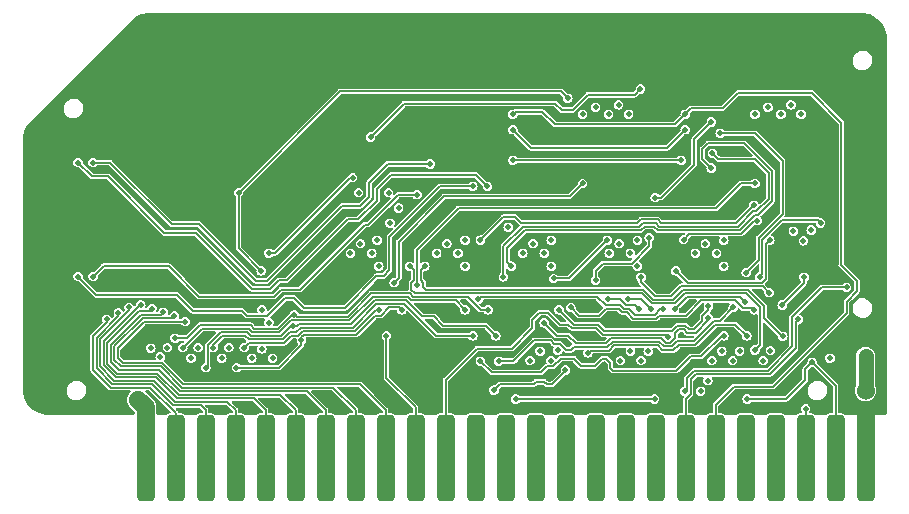
<source format=gbl>
G04 #@! TF.GenerationSoftware,KiCad,Pcbnew,7.0.1-0*
G04 #@! TF.CreationDate,2023-10-30T17:31:41-04:00*
G04 #@! TF.ProjectId,RAM128,52414d31-3238-42e6-9b69-6361645f7063,1.1*
G04 #@! TF.SameCoordinates,Original*
G04 #@! TF.FileFunction,Copper,L4,Bot*
G04 #@! TF.FilePolarity,Positive*
%FSLAX46Y46*%
G04 Gerber Fmt 4.6, Leading zero omitted, Abs format (unit mm)*
G04 Created by KiCad (PCBNEW 7.0.1-0) date 2023-10-30 17:31:41*
%MOMM*%
%LPD*%
G01*
G04 APERTURE LIST*
G04 Aperture macros list*
%AMRoundRect*
0 Rectangle with rounded corners*
0 $1 Rounding radius*
0 $2 $3 $4 $5 $6 $7 $8 $9 X,Y pos of 4 corners*
0 Add a 4 corners polygon primitive as box body*
4,1,4,$2,$3,$4,$5,$6,$7,$8,$9,$2,$3,0*
0 Add four circle primitives for the rounded corners*
1,1,$1+$1,$2,$3*
1,1,$1+$1,$4,$5*
1,1,$1+$1,$6,$7*
1,1,$1+$1,$8,$9*
0 Add four rect primitives between the rounded corners*
20,1,$1+$1,$2,$3,$4,$5,0*
20,1,$1+$1,$4,$5,$6,$7,0*
20,1,$1+$1,$6,$7,$8,$9,0*
20,1,$1+$1,$8,$9,$2,$3,0*%
G04 Aperture macros list end*
G04 #@! TA.AperFunction,SMDPad,CuDef*
%ADD10RoundRect,0.381000X0.381000X3.289000X-0.381000X3.289000X-0.381000X-3.289000X0.381000X-3.289000X0*%
G04 #@! TD*
G04 #@! TA.AperFunction,ViaPad*
%ADD11C,0.500000*%
G04 #@! TD*
G04 #@! TA.AperFunction,ViaPad*
%ADD12C,0.600000*%
G04 #@! TD*
G04 #@! TA.AperFunction,ViaPad*
%ADD13C,1.524000*%
G04 #@! TD*
G04 #@! TA.AperFunction,Conductor*
%ADD14C,1.270000*%
G04 #@! TD*
G04 #@! TA.AperFunction,Conductor*
%ADD15C,1.524000*%
G04 #@! TD*
G04 #@! TA.AperFunction,Conductor*
%ADD16C,0.150000*%
G04 #@! TD*
G04 APERTURE END LIST*
D10*
X137160000Y-135282000D03*
X134620000Y-135282000D03*
X132080000Y-135282000D03*
X129540000Y-135282000D03*
X127000000Y-135282000D03*
X124460000Y-135282000D03*
X121920000Y-135282000D03*
X119380000Y-135282000D03*
X116840000Y-135282000D03*
X114300000Y-135282000D03*
X111760000Y-135282000D03*
X109220000Y-135282000D03*
X106680000Y-135282000D03*
X104140000Y-135282000D03*
X101600000Y-135282000D03*
X99060000Y-135282000D03*
X96520000Y-135282000D03*
X93980000Y-135282000D03*
X91440000Y-135282000D03*
X88900000Y-135282000D03*
X86360000Y-135282000D03*
X83820000Y-135282000D03*
X81280000Y-135282000D03*
X78740000Y-135282000D03*
X76200000Y-135282000D03*
D11*
X116400000Y-127000000D03*
X117250000Y-126200000D03*
X109000000Y-117100000D03*
X108150000Y-117900000D03*
X109950000Y-117900000D03*
X103250000Y-119000000D03*
X103250000Y-116800000D03*
X101700000Y-117100000D03*
X110550000Y-119000000D03*
X100850000Y-117900000D03*
X110550000Y-116800000D03*
X102650000Y-117900000D03*
X95950000Y-119000000D03*
X94400000Y-117100000D03*
X125150000Y-116800000D03*
X115450000Y-117900000D03*
X123600000Y-117100000D03*
X116300000Y-117100000D03*
X93550000Y-117900000D03*
X95350000Y-117900000D03*
X117850000Y-119000000D03*
X117850000Y-116800000D03*
X117250000Y-117900000D03*
X125150000Y-119000000D03*
X122750000Y-117900000D03*
X124550000Y-117900000D03*
X97627000Y-114077000D03*
X94234000Y-112776000D03*
X96774000Y-112776000D03*
X115400000Y-106150000D03*
X116250000Y-105350000D03*
X113200000Y-106150000D03*
X117100000Y-106150000D03*
X114300000Y-105550000D03*
X128900000Y-105550000D03*
X131700000Y-106150000D03*
X127800000Y-106150000D03*
X130850000Y-105350000D03*
X130000000Y-106150000D03*
X86050000Y-122700000D03*
X86650000Y-123800000D03*
X85200000Y-126800000D03*
X86950000Y-126800000D03*
X86050000Y-126000000D03*
X80050000Y-126800000D03*
X80650000Y-125900000D03*
X82650000Y-126800000D03*
X126500000Y-126200000D03*
X76650000Y-125950000D03*
X123800000Y-128700000D03*
D12*
X137160000Y-126619000D03*
D11*
X83250000Y-125900000D03*
X106900000Y-115700000D03*
X95800000Y-116800000D03*
X125000000Y-126200000D03*
X108750000Y-127000000D03*
X118750000Y-126200000D03*
X111100000Y-126100000D03*
X134150000Y-126800000D03*
X109600000Y-126200000D03*
X124150000Y-127000000D03*
X131900000Y-116850000D03*
X123200000Y-129600000D03*
X128500000Y-127000000D03*
X96901000Y-115379500D03*
X129100000Y-126150000D03*
X110500000Y-127000000D03*
X131050000Y-116050000D03*
X118150000Y-127000000D03*
X132550000Y-115950000D03*
D13*
X137160000Y-129540000D03*
D11*
X77450000Y-126700000D03*
X125900000Y-127000000D03*
X78050000Y-125900000D03*
X87630000Y-131318000D03*
X97790000Y-131318000D03*
X107950000Y-131318000D03*
X105410000Y-131318000D03*
X110490000Y-131318000D03*
X113030000Y-131318000D03*
X115570000Y-131318000D03*
X118110000Y-131318000D03*
X100330000Y-131318000D03*
X95250000Y-131318000D03*
X92710000Y-131318000D03*
X90170000Y-131318000D03*
X80010000Y-131318000D03*
X82550000Y-131318000D03*
X102870000Y-131318000D03*
X123190000Y-131318000D03*
X135890000Y-131318000D03*
X133350000Y-131318000D03*
X130810000Y-131318000D03*
X128270000Y-131318000D03*
X125730000Y-131318000D03*
X120650000Y-131318000D03*
X138684000Y-131318000D03*
X133223000Y-97790000D03*
X123063000Y-97790000D03*
X128143000Y-97790000D03*
X97663000Y-97790000D03*
X102743000Y-97790000D03*
X107823000Y-97790000D03*
X87503000Y-97790000D03*
X92583000Y-97790000D03*
X117983000Y-97790000D03*
X138557000Y-99187000D03*
X112903000Y-97790000D03*
X75692000Y-98044000D03*
X77470000Y-131318000D03*
X67437000Y-131191000D03*
X66040000Y-122682000D03*
X74930000Y-131318000D03*
X82423000Y-97790000D03*
X69342000Y-104394000D03*
X72644000Y-101092000D03*
X85090000Y-131318000D03*
X137287000Y-97917000D03*
X66294000Y-107442000D03*
X121900000Y-112000000D03*
X123000000Y-112600000D03*
X124100000Y-112000000D03*
X118100000Y-128500000D03*
X116400000Y-128500000D03*
X117250000Y-129300000D03*
X75150000Y-125950000D03*
X100850000Y-119400000D03*
X107150000Y-124900000D03*
X107750000Y-123800000D03*
X107150000Y-122700000D03*
X93550000Y-119400000D03*
X94400000Y-120200000D03*
X99850000Y-124900000D03*
X100450000Y-123800000D03*
X95250000Y-119400000D03*
X99850000Y-122700000D03*
X115450000Y-119400000D03*
X129650000Y-123800000D03*
X122750000Y-119400000D03*
X129050000Y-122700000D03*
X124450000Y-119400000D03*
X116300000Y-120200000D03*
X122350000Y-123800000D03*
X117150000Y-119400000D03*
X121750000Y-122700000D03*
X108150000Y-119400000D03*
X109000000Y-120200000D03*
X109850000Y-119400000D03*
X101700000Y-120200000D03*
X102550000Y-119400000D03*
X110350000Y-126100000D03*
X77724000Y-102108000D03*
X77025500Y-100774500D03*
X77724000Y-99441000D03*
X86614000Y-112776000D03*
X86614000Y-115443000D03*
X112000000Y-125600000D03*
X115050000Y-127350000D03*
X118000000Y-126200000D03*
X126150000Y-125100000D03*
X77343000Y-97790000D03*
X69850000Y-131318000D03*
X109600000Y-106450000D03*
X115400000Y-107650000D03*
X109500000Y-112000000D03*
X117100000Y-107650000D03*
X107300000Y-112000000D03*
X108400000Y-112600000D03*
X116250000Y-108450000D03*
X106150000Y-108600000D03*
X130850000Y-108450000D03*
X131700000Y-107650000D03*
X130000000Y-107650000D03*
X80200000Y-119000000D03*
X79600000Y-117900000D03*
X80200000Y-116800000D03*
X86900000Y-128300000D03*
X82550000Y-128500000D03*
X79950000Y-128500000D03*
X85150000Y-128500000D03*
X104000000Y-105900000D03*
X101250000Y-107700000D03*
X97550000Y-103550000D03*
X127050000Y-109450000D03*
X76200000Y-107442000D03*
X92850000Y-122050000D03*
X88500000Y-119100000D03*
X82700000Y-109250000D03*
X84850000Y-108900000D03*
X86550000Y-109600000D03*
X92900000Y-108500000D03*
X124500000Y-114850000D03*
X121350000Y-114700000D03*
X107950000Y-113600000D03*
X81350000Y-125100000D03*
X124850000Y-122400000D03*
X120200000Y-104700000D03*
X119100000Y-104400000D03*
X121300000Y-105000000D03*
X110200000Y-107900000D03*
X66167000Y-129921000D03*
X66040000Y-117602000D03*
X66040000Y-112522000D03*
X66040000Y-127762000D03*
X138684000Y-104267000D03*
X138684000Y-109347000D03*
X138684000Y-114427000D03*
X138684000Y-119507000D03*
X138684000Y-124587000D03*
X138684000Y-129667000D03*
X68580000Y-125222000D03*
X68453000Y-115062000D03*
X68580000Y-109982000D03*
X68580000Y-120142000D03*
X71120000Y-122682000D03*
X71120000Y-127762000D03*
X73660000Y-120142000D03*
X73660000Y-109982000D03*
X73787000Y-115062000D03*
X76200000Y-112522000D03*
X76200000Y-117602000D03*
X73660000Y-104902000D03*
X76200000Y-102362000D03*
X133050000Y-106400000D03*
X134350000Y-106800000D03*
X118500000Y-112650000D03*
X117650000Y-112100000D03*
X136144000Y-111887000D03*
X136144000Y-116967000D03*
X99822000Y-127127000D03*
X94869000Y-126365000D03*
X104750000Y-110850000D03*
X89662000Y-127635000D03*
X89400000Y-126450000D03*
X86650000Y-122300000D03*
X114300000Y-124900000D03*
X121300000Y-127000000D03*
X125000000Y-129300000D03*
X130250000Y-129600000D03*
X133850000Y-119450000D03*
X114400000Y-122700000D03*
X120650000Y-128700000D03*
X74350000Y-126600000D03*
X72450000Y-129200000D03*
X71550000Y-130300000D03*
D12*
X135763000Y-129159000D03*
D11*
X125850000Y-128650000D03*
D12*
X134366000Y-127635000D03*
D11*
X108750000Y-128500000D03*
X128950000Y-124850000D03*
X131050000Y-119150000D03*
X131900000Y-118350000D03*
X101100000Y-116550000D03*
X120967500Y-120459500D03*
X128400000Y-128700000D03*
X120100000Y-129600000D03*
X134450000Y-118550000D03*
X113000000Y-128700000D03*
X121900000Y-126150000D03*
X115050000Y-123800000D03*
X109600000Y-129300000D03*
X88350000Y-122200000D03*
X121550000Y-124850000D03*
X110450000Y-128500000D03*
X112400000Y-129600000D03*
X131000000Y-128700000D03*
D12*
X135509000Y-126619000D03*
D11*
X79550000Y-123700000D03*
X78650000Y-123200000D03*
X107300000Y-107450000D03*
X121900000Y-107450000D03*
X83900000Y-127600000D03*
X97900000Y-122700000D03*
X89400000Y-125300000D03*
X81300000Y-127600000D03*
X105850000Y-124900000D03*
X88700000Y-124100000D03*
X107300000Y-110050000D03*
X121550000Y-110050000D03*
X105200000Y-122700000D03*
X78700000Y-125100000D03*
X88800000Y-123100000D03*
X73900000Y-122950000D03*
X77700000Y-122900000D03*
X72900000Y-123500000D03*
X74800000Y-122500000D03*
X75800000Y-122300000D03*
X76750000Y-122600000D03*
D13*
X75565000Y-130302000D03*
D11*
X109950000Y-123800000D03*
X123850000Y-123400000D03*
X105700000Y-129500000D03*
X123850000Y-122400000D03*
X111200000Y-122700000D03*
X111750000Y-127800000D03*
X107300000Y-106150000D03*
X121900000Y-106150000D03*
X131450000Y-123500000D03*
X120450000Y-125000000D03*
X96600000Y-124900000D03*
X132080000Y-131064000D03*
X132650000Y-127150000D03*
X127150000Y-130250000D03*
X70485000Y-110236000D03*
X105150000Y-112250000D03*
X84074000Y-112776000D03*
X86000000Y-119400000D03*
X111950000Y-104800000D03*
X130100000Y-122300000D03*
X118100000Y-104000000D03*
X95250000Y-108077000D03*
X131950000Y-119950000D03*
X119350000Y-113200000D03*
X124100000Y-106800000D03*
X115300000Y-116800000D03*
X110750000Y-120050000D03*
X124200000Y-109450000D03*
X106500000Y-119900000D03*
X107150000Y-119000000D03*
X124100000Y-110700000D03*
X121850000Y-129600000D03*
X135550000Y-120800000D03*
X127050000Y-119550000D03*
X124850000Y-107750000D03*
X104550000Y-127050000D03*
X125150000Y-124900000D03*
X125950000Y-122500000D03*
X106100000Y-127050000D03*
X113650000Y-126350000D03*
X127100000Y-124900000D03*
X127750000Y-122700000D03*
X112200000Y-122500000D03*
X118150000Y-119950000D03*
X129000000Y-121250000D03*
X129050000Y-116800000D03*
X121100000Y-119400000D03*
X121750000Y-116750000D03*
X104550000Y-116800000D03*
X127700000Y-113850000D03*
X128000000Y-115150000D03*
X99200000Y-120600000D03*
X127800000Y-112000000D03*
X113200000Y-112000000D03*
X97250000Y-120400000D03*
X93726000Y-111506000D03*
X86650000Y-117900000D03*
X119300000Y-130250000D03*
X114300000Y-120200000D03*
X107550000Y-130250000D03*
X118850000Y-116600000D03*
X127800000Y-126100000D03*
X98550000Y-119000000D03*
X115350000Y-121800000D03*
X118000000Y-122650000D03*
X119000000Y-122650000D03*
X117050000Y-121800000D03*
X71755000Y-119888000D03*
X99200000Y-112950000D03*
X103900000Y-112250000D03*
X70485000Y-119888000D03*
X104350000Y-121800000D03*
X120000000Y-122650000D03*
X128200000Y-119900000D03*
X133350000Y-115350000D03*
X126950000Y-122050000D03*
X121000000Y-122650000D03*
X71755000Y-110236000D03*
X100300000Y-110350000D03*
X81950000Y-125900000D03*
X103900000Y-124900000D03*
X79350000Y-125900000D03*
X103250000Y-122700000D03*
X130150000Y-124950000D03*
X99850000Y-119000000D03*
X84550000Y-125900000D03*
X95950000Y-122700000D03*
D14*
X137160000Y-129540000D02*
X137160000Y-126619000D01*
D15*
X137160000Y-135382000D02*
X137160000Y-131445000D01*
D16*
X77600000Y-127200000D02*
X74250000Y-127200000D01*
X73850000Y-126800000D02*
X73850000Y-125950000D01*
X73850000Y-125950000D02*
X76100000Y-123700000D01*
X96520000Y-135282000D02*
X96520000Y-131191000D01*
X79400000Y-129000000D02*
X77600000Y-127200000D01*
X96520000Y-131191000D02*
X94329000Y-129000000D01*
X76100000Y-123700000D02*
X79550000Y-123700000D01*
X74250000Y-127200000D02*
X73850000Y-126800000D01*
X94329000Y-129000000D02*
X79400000Y-129000000D01*
X73550000Y-126950000D02*
X73550000Y-125800000D01*
X78450000Y-123400000D02*
X75950000Y-123400000D01*
X93980000Y-131191000D02*
X93980000Y-135282000D01*
X92089000Y-129300000D02*
X93980000Y-131191000D01*
X79275000Y-129300000D02*
X92089000Y-129300000D01*
X73550000Y-126950000D02*
X74100000Y-127500000D01*
X75950000Y-123400000D02*
X73550000Y-125800000D01*
X74100000Y-127500000D02*
X77475000Y-127500000D01*
X77475000Y-127500000D02*
X79275000Y-129300000D01*
X78650000Y-123200000D02*
X78450000Y-123400000D01*
X121900000Y-107450000D02*
X120350000Y-109000000D01*
X108850000Y-109000000D02*
X107300000Y-107450000D01*
X120350000Y-109000000D02*
X108850000Y-109000000D01*
X89400000Y-125300000D02*
X89400000Y-125700000D01*
X89400000Y-125300000D02*
X89400000Y-125025000D01*
X89625000Y-124800000D02*
X94050000Y-124800000D01*
X87500000Y-127600000D02*
X83900000Y-127600000D01*
X96850000Y-122500000D02*
X97700000Y-122500000D01*
X96150000Y-123200000D02*
X96850000Y-122500000D01*
X89400000Y-125025000D02*
X89625000Y-124800000D01*
X95650000Y-123200000D02*
X96150000Y-123200000D01*
X94050000Y-124800000D02*
X95650000Y-123200000D01*
X97700000Y-122500000D02*
X97900000Y-122700000D01*
X89400000Y-125700000D02*
X87500000Y-127600000D01*
X85100000Y-124900000D02*
X84800000Y-124600000D01*
X101400000Y-124050000D02*
X105000000Y-124050000D01*
X89000000Y-124100000D02*
X89200000Y-123900000D01*
X87675000Y-124900000D02*
X85100000Y-124900000D01*
X88475000Y-124100000D02*
X87675000Y-124900000D01*
X88700000Y-124100000D02*
X89000000Y-124100000D01*
X100600000Y-123250000D02*
X101400000Y-124050000D01*
X84800000Y-124600000D02*
X82550000Y-124600000D01*
X93600000Y-123900000D02*
X95600000Y-121900000D01*
X82550000Y-124600000D02*
X81450000Y-125700000D01*
X105000000Y-124050000D02*
X105850000Y-124900000D01*
X81450000Y-127450000D02*
X81300000Y-127600000D01*
X95600000Y-121900000D02*
X98250000Y-121900000D01*
X81450000Y-125700000D02*
X81450000Y-127450000D01*
X98250000Y-121900000D02*
X99600000Y-123250000D01*
X88700000Y-124100000D02*
X88475000Y-124100000D01*
X99600000Y-123250000D02*
X100600000Y-123250000D01*
X89200000Y-123900000D02*
X93600000Y-123900000D01*
X103475000Y-121600000D02*
X104575000Y-122700000D01*
X88800000Y-123100000D02*
X89000000Y-123300000D01*
X85100000Y-124000000D02*
X80800000Y-124000000D01*
X87400000Y-124300000D02*
X85400000Y-124300000D01*
X80800000Y-124000000D02*
X79700000Y-125100000D01*
X89000000Y-123300000D02*
X93300000Y-123300000D01*
X98850000Y-121600000D02*
X103475000Y-121600000D01*
X79700000Y-125100000D02*
X78700000Y-125100000D01*
X121550000Y-110050000D02*
X107300000Y-110050000D01*
X85400000Y-124300000D02*
X85100000Y-124000000D01*
X93300000Y-123300000D02*
X95300000Y-121300000D01*
X95300000Y-121300000D02*
X98550000Y-121300000D01*
X88800000Y-123100000D02*
X88600000Y-123100000D01*
X88600000Y-123100000D02*
X87400000Y-124300000D01*
X104575000Y-122700000D02*
X105200000Y-122700000D01*
X98550000Y-121300000D02*
X98850000Y-121600000D01*
X76750000Y-129000000D02*
X73400000Y-129000000D01*
X73400000Y-129000000D02*
X72050000Y-127650000D01*
X78550000Y-130800000D02*
X76750000Y-129000000D01*
X73900000Y-123200000D02*
X73900000Y-122950000D01*
X81280000Y-135282000D02*
X81280000Y-131191000D01*
X81280000Y-131191000D02*
X80889000Y-130800000D01*
X72050000Y-125050000D02*
X73900000Y-123200000D01*
X80889000Y-130800000D02*
X78550000Y-130800000D01*
X72050000Y-125050000D02*
X72050000Y-127650000D01*
X77500000Y-123100000D02*
X75800000Y-123100000D01*
X77700000Y-122900000D02*
X77500000Y-123100000D01*
X77337500Y-127800000D02*
X79137500Y-129600000D01*
X73250000Y-127100000D02*
X73950000Y-127800000D01*
X75800000Y-123100000D02*
X73250000Y-125650000D01*
X73250000Y-125650000D02*
X73250000Y-127100000D01*
X91440000Y-131191000D02*
X91440000Y-135282000D01*
X79137500Y-129600000D02*
X89849000Y-129600000D01*
X73950000Y-127800000D02*
X77337500Y-127800000D01*
X89849000Y-129600000D02*
X91440000Y-131191000D01*
X72900000Y-123500000D02*
X72900000Y-123750000D01*
X78740000Y-131440000D02*
X78740000Y-135282000D01*
X72900000Y-123750000D02*
X71750000Y-124900000D01*
X71750000Y-124900000D02*
X71750000Y-127800000D01*
X73250000Y-129300000D02*
X76600000Y-129300000D01*
X76600000Y-129300000D02*
X78740000Y-131440000D01*
X71750000Y-127800000D02*
X73250000Y-129300000D01*
X72350000Y-127500000D02*
X72350000Y-125200000D01*
X78700000Y-130500000D02*
X83129000Y-130500000D01*
X72350000Y-127500000D02*
X73550000Y-128700000D01*
X74800000Y-122750000D02*
X72350000Y-125200000D01*
X76900000Y-128700000D02*
X78700000Y-130500000D01*
X74800000Y-122500000D02*
X74800000Y-122750000D01*
X73550000Y-128700000D02*
X76900000Y-128700000D01*
X83129000Y-130500000D02*
X83820000Y-131191000D01*
X83820000Y-131191000D02*
X83820000Y-135282000D01*
X73675000Y-128400000D02*
X77050000Y-128400000D01*
X75700000Y-122300000D02*
X72650000Y-125350000D01*
X72650000Y-127375000D02*
X73675000Y-128400000D01*
X86360000Y-131191000D02*
X86360000Y-135282000D01*
X78850000Y-130200000D02*
X85369000Y-130200000D01*
X75800000Y-122300000D02*
X75700000Y-122300000D01*
X85369000Y-130200000D02*
X86360000Y-131191000D01*
X77050000Y-128400000D02*
X78850000Y-130200000D01*
X72650000Y-125350000D02*
X72650000Y-127375000D01*
X88900000Y-131191000D02*
X88900000Y-135282000D01*
X87609000Y-129900000D02*
X88900000Y-131191000D01*
X72950000Y-125500000D02*
X72950000Y-127250000D01*
X79000000Y-129900000D02*
X87609000Y-129900000D01*
X72950000Y-127250000D02*
X73800000Y-128100000D01*
X73800000Y-128100000D02*
X77200000Y-128100000D01*
X75650000Y-122800000D02*
X72950000Y-125500000D01*
X76750000Y-122600000D02*
X76550000Y-122800000D01*
X77200000Y-128100000D02*
X79000000Y-129900000D01*
X76550000Y-122800000D02*
X75650000Y-122800000D01*
D15*
X75565000Y-130302000D02*
X76200000Y-130937000D01*
X76200000Y-130937000D02*
X76200000Y-135282000D01*
D16*
X121050000Y-124650000D02*
X121050000Y-125075000D01*
X120625000Y-125500000D02*
X120250000Y-125500000D01*
X111050000Y-124900000D02*
X109950000Y-123800000D01*
X115150000Y-125550000D02*
X112650000Y-125550000D01*
X115600000Y-125100000D02*
X115150000Y-125550000D01*
X121050000Y-125075000D02*
X120625000Y-125500000D01*
X112650000Y-125550000D02*
X112000000Y-124900000D01*
X119850000Y-125100000D02*
X115600000Y-125100000D01*
X120250000Y-125500000D02*
X119850000Y-125100000D01*
X122800000Y-124650000D02*
X122050000Y-124650000D01*
X122050000Y-124650000D02*
X121750000Y-124350000D01*
X121350000Y-124350000D02*
X121050000Y-124650000D01*
X112000000Y-124900000D02*
X111050000Y-124900000D01*
X123850000Y-123400000D02*
X123850000Y-123600000D01*
X123850000Y-123600000D02*
X122800000Y-124650000D01*
X121750000Y-124350000D02*
X121350000Y-124350000D01*
X123350000Y-123650000D02*
X122650000Y-124350000D01*
X121900000Y-124050000D02*
X121200000Y-124050000D01*
X123350000Y-123200000D02*
X123350000Y-123650000D01*
X121200000Y-124050000D02*
X120750000Y-124500000D01*
X112450000Y-123950000D02*
X111200000Y-122700000D01*
X110150000Y-129000000D02*
X110650000Y-129000000D01*
X122200000Y-124350000D02*
X121900000Y-124050000D01*
X115050000Y-124500000D02*
X114500000Y-123950000D01*
X110650000Y-129000000D02*
X111750000Y-127900000D01*
X111750000Y-127900000D02*
X111750000Y-127800000D01*
X109250000Y-128800000D02*
X109950000Y-128800000D01*
X123850000Y-122400000D02*
X123850000Y-122700000D01*
X123850000Y-122700000D02*
X123350000Y-123200000D01*
X114500000Y-123950000D02*
X112450000Y-123950000D01*
X106200000Y-129000000D02*
X109050000Y-129000000D01*
X109050000Y-129000000D02*
X109250000Y-128800000D01*
X105700000Y-129500000D02*
X106200000Y-129000000D01*
X122650000Y-124350000D02*
X122200000Y-124350000D01*
X109950000Y-128800000D02*
X110150000Y-129000000D01*
X120750000Y-124500000D02*
X115050000Y-124500000D01*
X107300000Y-106150000D02*
X107500000Y-105950000D01*
X107500000Y-105950000D02*
X109800000Y-105950000D01*
X109800000Y-105950000D02*
X110850000Y-107000000D01*
X125050000Y-105650000D02*
X122400000Y-105650000D01*
X135550000Y-122000000D02*
X136450000Y-121100000D01*
X124460000Y-130740000D02*
X126000000Y-129200000D01*
X136450000Y-121100000D02*
X136450000Y-120250000D01*
X135100000Y-118900000D02*
X135100000Y-106850000D01*
X135550000Y-123000000D02*
X135550000Y-122000000D01*
X122400000Y-105650000D02*
X121900000Y-106150000D01*
X126350000Y-104350000D02*
X125050000Y-105650000D01*
X136450000Y-120250000D02*
X135100000Y-118900000D01*
X121050000Y-107000000D02*
X121900000Y-106150000D01*
X132600000Y-104350000D02*
X126350000Y-104350000D01*
X129350000Y-129200000D02*
X135550000Y-123000000D01*
X126000000Y-129200000D02*
X129350000Y-129200000D01*
X110850000Y-107000000D02*
X121050000Y-107000000D01*
X124460000Y-135282000D02*
X124460000Y-130740000D01*
X135100000Y-106850000D02*
X132600000Y-104350000D01*
X122800000Y-128150000D02*
X129050000Y-128150000D01*
X131250000Y-125950000D02*
X131250000Y-123700000D01*
X122350000Y-129850000D02*
X122350000Y-128600000D01*
X129050000Y-128150000D02*
X131250000Y-125950000D01*
X121920000Y-130280000D02*
X122350000Y-129850000D01*
X121920000Y-135282000D02*
X121920000Y-130280000D01*
X122350000Y-128600000D02*
X122800000Y-128150000D01*
X131250000Y-123700000D02*
X131450000Y-123500000D01*
X101600000Y-128650000D02*
X101600000Y-135282000D01*
X112300000Y-124250000D02*
X112000000Y-123950000D01*
X120250000Y-124800000D02*
X114900000Y-124800000D01*
X107200000Y-126000000D02*
X104250000Y-126000000D01*
X108950000Y-123550000D02*
X108950000Y-124250000D01*
X110250000Y-122950000D02*
X109550000Y-122950000D01*
X114350000Y-124250000D02*
X112300000Y-124250000D01*
X109550000Y-122950000D02*
X108950000Y-123550000D01*
X111250000Y-123950000D02*
X110250000Y-122950000D01*
X112000000Y-123950000D02*
X111250000Y-123950000D01*
X120450000Y-125000000D02*
X120250000Y-124800000D01*
X114900000Y-124800000D02*
X114350000Y-124250000D01*
X108950000Y-124250000D02*
X107200000Y-126000000D01*
X104250000Y-126000000D02*
X101600000Y-128650000D01*
X99060000Y-130960000D02*
X96600000Y-128500000D01*
X99060000Y-135282000D02*
X99060000Y-130960000D01*
X96600000Y-128500000D02*
X96600000Y-124900000D01*
X132080000Y-135382000D02*
X132080000Y-131064000D01*
X132650000Y-127150000D02*
X132050000Y-127750000D01*
X94200000Y-115050000D02*
X93300000Y-115050000D01*
X80500000Y-116200000D02*
X77800000Y-116200000D01*
X96950000Y-111300000D02*
X95800000Y-112450000D01*
X73000000Y-111400000D02*
X71649000Y-111400000D01*
X132650000Y-127150000D02*
X134620000Y-129120000D01*
X134620000Y-129120000D02*
X134620000Y-135282000D01*
X88150000Y-120200000D02*
X87500000Y-120200000D01*
X95800000Y-113450000D02*
X94200000Y-115050000D01*
X130450000Y-130250000D02*
X127150000Y-130250000D01*
X77800000Y-116200000D02*
X73000000Y-111400000D01*
X85250000Y-120950000D02*
X80500000Y-116200000D01*
X105150000Y-112250000D02*
X104200000Y-111300000D01*
X93300000Y-115050000D02*
X88150000Y-120200000D01*
X104200000Y-111300000D02*
X96950000Y-111300000D01*
X86750000Y-120950000D02*
X85250000Y-120950000D01*
X132050000Y-127750000D02*
X132050000Y-128650000D01*
X132050000Y-128650000D02*
X130450000Y-130250000D01*
X87500000Y-120200000D02*
X86750000Y-120950000D01*
X95800000Y-112450000D02*
X95800000Y-113450000D01*
X71649000Y-111400000D02*
X70485000Y-110236000D01*
X84074000Y-117474000D02*
X84074000Y-112776000D01*
X93150000Y-104200000D02*
X92650000Y-104200000D01*
X93150000Y-104200000D02*
X111350000Y-104200000D01*
X92650000Y-104200000D02*
X84074000Y-112776000D01*
X86000000Y-119400000D02*
X84074000Y-117474000D01*
X111350000Y-104200000D02*
X111950000Y-104800000D01*
X118100000Y-104000000D02*
X117600000Y-104500000D01*
X113650000Y-104500000D02*
X112350000Y-105800000D01*
X131950000Y-119950000D02*
X131950000Y-120450000D01*
X98077000Y-105250000D02*
X95250000Y-108077000D01*
X112350000Y-105800000D02*
X111450000Y-105800000D01*
X131950000Y-120450000D02*
X130100000Y-122300000D01*
X110900000Y-105250000D02*
X98077000Y-105250000D01*
X111450000Y-105800000D02*
X110900000Y-105250000D01*
X117600000Y-104500000D02*
X113650000Y-104500000D01*
X115300000Y-116800000D02*
X112050000Y-120050000D01*
X112050000Y-120050000D02*
X110750000Y-120050000D01*
X122650000Y-108250000D02*
X124100000Y-106800000D01*
X119350000Y-113200000D02*
X119850000Y-113200000D01*
X122650000Y-110400000D02*
X122650000Y-108250000D01*
X119850000Y-113200000D02*
X122650000Y-110400000D01*
X126350000Y-115650000D02*
X127650000Y-114350000D01*
X128950000Y-111100000D02*
X127800000Y-109950000D01*
X119700000Y-115650000D02*
X126350000Y-115650000D01*
X118000000Y-115650000D02*
X118300000Y-115350000D01*
X119400000Y-115350000D02*
X119700000Y-115650000D01*
X127650000Y-114350000D02*
X127900000Y-114350000D01*
X128950000Y-113300000D02*
X128950000Y-111100000D01*
X106500000Y-119900000D02*
X106500000Y-117300000D01*
X124700000Y-109950000D02*
X124200000Y-109450000D01*
X118300000Y-115350000D02*
X119400000Y-115350000D01*
X127900000Y-114350000D02*
X128950000Y-113300000D01*
X127800000Y-109950000D02*
X124700000Y-109950000D01*
X108150000Y-115650000D02*
X118000000Y-115650000D01*
X106500000Y-117300000D02*
X108150000Y-115650000D01*
X108300000Y-115950000D02*
X106800000Y-117450000D01*
X129250000Y-110950000D02*
X129250000Y-113450000D01*
X124100000Y-110700000D02*
X123350000Y-109950000D01*
X123800000Y-108600000D02*
X126900000Y-108600000D01*
X126500000Y-115950000D02*
X119550000Y-115950000D01*
X119250000Y-115650000D02*
X118450000Y-115650000D01*
X128050000Y-114650000D02*
X127800000Y-114650000D01*
X123350000Y-109950000D02*
X123350000Y-109050000D01*
X127800000Y-114650000D02*
X126500000Y-115950000D01*
X106800000Y-118650000D02*
X107150000Y-119000000D01*
X123350000Y-109050000D02*
X123800000Y-108600000D01*
X118450000Y-115650000D02*
X118150000Y-115950000D01*
X118150000Y-115950000D02*
X108300000Y-115950000D01*
X126900000Y-108600000D02*
X129250000Y-110950000D01*
X106800000Y-117450000D02*
X106800000Y-118650000D01*
X119550000Y-115950000D02*
X119250000Y-115650000D01*
X129250000Y-113450000D02*
X128050000Y-114650000D01*
X130950000Y-125800000D02*
X130950000Y-123300000D01*
X128900000Y-127850000D02*
X130950000Y-125800000D01*
X133450000Y-120800000D02*
X135550000Y-120800000D01*
X121850000Y-129600000D02*
X122050000Y-129400000D01*
X122050000Y-128450000D02*
X122650000Y-127850000D01*
X122650000Y-127850000D02*
X128900000Y-127850000D01*
X130950000Y-123300000D02*
X133450000Y-120800000D01*
X122050000Y-129400000D02*
X122050000Y-128450000D01*
X130150000Y-114550000D02*
X128100000Y-116600000D01*
X124850000Y-107750000D02*
X127800000Y-107750000D01*
X128100000Y-116600000D02*
X128100000Y-118500000D01*
X128100000Y-118500000D02*
X127050000Y-119550000D01*
X130150000Y-110100000D02*
X130150000Y-114550000D01*
X127800000Y-107750000D02*
X130150000Y-110100000D01*
X105500000Y-128000000D02*
X109700000Y-128000000D01*
X114850000Y-126850000D02*
X115225000Y-126850000D01*
X115225000Y-126850000D02*
X115550000Y-127175000D01*
X110700000Y-127500000D02*
X111350000Y-126850000D01*
X114250000Y-127450000D02*
X114850000Y-126850000D01*
X112500000Y-126850000D02*
X113100000Y-127450000D01*
X113100000Y-127450000D02*
X114250000Y-127450000D01*
X122350000Y-126650000D02*
X123250000Y-126650000D01*
X110200000Y-127500000D02*
X110700000Y-127500000D01*
X115750000Y-127850000D02*
X121150000Y-127850000D01*
X123250000Y-126650000D02*
X125000000Y-124900000D01*
X109700000Y-128000000D02*
X110200000Y-127500000D01*
X115550000Y-127650000D02*
X115750000Y-127850000D01*
X111350000Y-126850000D02*
X112500000Y-126850000D01*
X115550000Y-127175000D02*
X115550000Y-127650000D01*
X121150000Y-127850000D02*
X122350000Y-126650000D01*
X104550000Y-127050000D02*
X105500000Y-128000000D01*
X125000000Y-124900000D02*
X125150000Y-124900000D01*
X124800000Y-123650000D02*
X124300000Y-123650000D01*
X120750000Y-125800000D02*
X120100000Y-125800000D01*
X111800000Y-126100000D02*
X111300000Y-125600000D01*
X124300000Y-123650000D02*
X122600000Y-125350000D01*
X121200000Y-125350000D02*
X120750000Y-125800000D01*
X125950000Y-122500000D02*
X124800000Y-123650000D01*
X115750000Y-125400000D02*
X115300000Y-125850000D01*
X107350000Y-127050000D02*
X106100000Y-127050000D01*
X112450000Y-125850000D02*
X112200000Y-126100000D01*
X109100000Y-125300000D02*
X107350000Y-127050000D01*
X112200000Y-126100000D02*
X111800000Y-126100000D01*
X122600000Y-125350000D02*
X121200000Y-125350000D01*
X110500000Y-125300000D02*
X109100000Y-125300000D01*
X120100000Y-125800000D02*
X119700000Y-125400000D01*
X115300000Y-125850000D02*
X112450000Y-125850000D01*
X110800000Y-125600000D02*
X110500000Y-125300000D01*
X111300000Y-125600000D02*
X110800000Y-125600000D01*
X119700000Y-125400000D02*
X115750000Y-125400000D01*
X124450000Y-123950000D02*
X126150000Y-123950000D01*
X119550000Y-125700000D02*
X119950000Y-126100000D01*
X115450000Y-126150000D02*
X115900000Y-125700000D01*
X121350000Y-125650000D02*
X122750000Y-125650000D01*
X119950000Y-126100000D02*
X120900000Y-126100000D01*
X113850000Y-126150000D02*
X115450000Y-126150000D01*
X115900000Y-125700000D02*
X119550000Y-125700000D01*
X120900000Y-126100000D02*
X121350000Y-125650000D01*
X122750000Y-125650000D02*
X124450000Y-123950000D01*
X126150000Y-123950000D02*
X127100000Y-124900000D01*
X113650000Y-126350000D02*
X113850000Y-126150000D01*
X121950000Y-123200000D02*
X123250000Y-121900000D01*
X126750000Y-122550000D02*
X127600000Y-122550000D01*
X115200000Y-122600000D02*
X116250000Y-122600000D01*
X116550000Y-122900000D02*
X116950000Y-122900000D01*
X126100000Y-121900000D02*
X126750000Y-122550000D01*
X114600000Y-123200000D02*
X115200000Y-122600000D01*
X116950000Y-122900000D02*
X117500000Y-123450000D01*
X119700000Y-123200000D02*
X121950000Y-123200000D01*
X112200000Y-122500000D02*
X112900000Y-123200000D01*
X117500000Y-123450000D02*
X119450000Y-123450000D01*
X119450000Y-123450000D02*
X119700000Y-123200000D01*
X123250000Y-121900000D02*
X126100000Y-121900000D01*
X116250000Y-122600000D02*
X116550000Y-122900000D01*
X112900000Y-123200000D02*
X114600000Y-123200000D01*
X127600000Y-122550000D02*
X127750000Y-122700000D01*
X119350000Y-121550000D02*
X118150000Y-120350000D01*
X120700000Y-121550000D02*
X119350000Y-121550000D01*
X129000000Y-121250000D02*
X128450000Y-120700000D01*
X121550000Y-120700000D02*
X120700000Y-121550000D01*
X118150000Y-120350000D02*
X118150000Y-119950000D01*
X128450000Y-120700000D02*
X121550000Y-120700000D01*
X128400000Y-120400000D02*
X122100000Y-120400000D01*
X122100000Y-120400000D02*
X121100000Y-119400000D01*
X128700000Y-117150000D02*
X128700000Y-120100000D01*
X128700000Y-120100000D02*
X128400000Y-120400000D01*
X129050000Y-116800000D02*
X128700000Y-117150000D01*
X107500000Y-114850000D02*
X106500000Y-114850000D01*
X122250000Y-116250000D02*
X121750000Y-116750000D01*
X128000000Y-115150000D02*
X127750000Y-115150000D01*
X127750000Y-115150000D02*
X126650000Y-116250000D01*
X127700000Y-113850000D02*
X126200000Y-115350000D01*
X106500000Y-114850000D02*
X104550000Y-116800000D01*
X108000000Y-115350000D02*
X107500000Y-114850000D01*
X119550000Y-115050000D02*
X118150000Y-115050000D01*
X117850000Y-115350000D02*
X108000000Y-115350000D01*
X126200000Y-115350000D02*
X119850000Y-115350000D01*
X119850000Y-115350000D02*
X119550000Y-115050000D01*
X126650000Y-116250000D02*
X122250000Y-116250000D01*
X118150000Y-115050000D02*
X117850000Y-115350000D01*
X99200000Y-117600000D02*
X99200000Y-120600000D01*
X127800000Y-112000000D02*
X126600000Y-112000000D01*
X102700000Y-114100000D02*
X99200000Y-117600000D01*
X124500000Y-114100000D02*
X102700000Y-114100000D01*
X126600000Y-112000000D02*
X124500000Y-114100000D01*
X101475000Y-113100000D02*
X112100000Y-113100000D01*
X112100000Y-113100000D02*
X113200000Y-112000000D01*
X97250000Y-120400000D02*
X97650000Y-120000000D01*
X97650000Y-116925000D02*
X101475000Y-113100000D01*
X97650000Y-120000000D02*
X97650000Y-116925000D01*
X119300000Y-130250000D02*
X107550000Y-130250000D01*
X118850000Y-116600000D02*
X118850000Y-117300000D01*
X93544000Y-111506000D02*
X93726000Y-111506000D01*
X118850000Y-117300000D02*
X117350000Y-118800000D01*
X117350000Y-118800000D02*
X114900000Y-118800000D01*
X86650000Y-117900000D02*
X87150000Y-117900000D01*
X114300000Y-119400000D02*
X114300000Y-120200000D01*
X87150000Y-117900000D02*
X93544000Y-111506000D01*
X114900000Y-118800000D02*
X114300000Y-119400000D01*
X127050000Y-121300000D02*
X121850000Y-121300000D01*
X98700000Y-121000000D02*
X98700000Y-120400000D01*
X99000000Y-121300000D02*
X98700000Y-121000000D01*
X128250000Y-125650000D02*
X128250000Y-122500000D01*
X98900000Y-120200000D02*
X98900000Y-119350000D01*
X119050000Y-122150000D02*
X118200000Y-121300000D01*
X127800000Y-126100000D02*
X128250000Y-125650000D01*
X98700000Y-120400000D02*
X98900000Y-120200000D01*
X128250000Y-122500000D02*
X127050000Y-121300000D01*
X121000000Y-122150000D02*
X119050000Y-122150000D01*
X98900000Y-119350000D02*
X98550000Y-119000000D01*
X121850000Y-121300000D02*
X121000000Y-122150000D01*
X118200000Y-121300000D02*
X99000000Y-121300000D01*
X116850000Y-122300000D02*
X117650000Y-122300000D01*
X116350000Y-121800000D02*
X116850000Y-122300000D01*
X115350000Y-121800000D02*
X116350000Y-121800000D01*
X117650000Y-122300000D02*
X118000000Y-122650000D01*
X119000000Y-122650000D02*
X118150000Y-121800000D01*
X118150000Y-121800000D02*
X117050000Y-121800000D01*
X71755000Y-119888000D02*
X72643000Y-119000000D01*
X87050000Y-121600000D02*
X87650000Y-121000000D01*
X94750000Y-115500000D02*
X95050000Y-115500000D01*
X78150000Y-119000000D02*
X80750000Y-121600000D01*
X89250000Y-121000000D02*
X94750000Y-115500000D01*
X80750000Y-121600000D02*
X87050000Y-121600000D01*
X87650000Y-121000000D02*
X89250000Y-121000000D01*
X95050000Y-115500000D02*
X97600000Y-112950000D01*
X97600000Y-112950000D02*
X99200000Y-112950000D01*
X72643000Y-119000000D02*
X78150000Y-119000000D01*
X78850000Y-121450000D02*
X72047000Y-121450000D01*
X88000000Y-121700000D02*
X86500000Y-123200000D01*
X72047000Y-121450000D02*
X70485000Y-119888000D01*
X80200000Y-122800000D02*
X78850000Y-121450000D01*
X84800000Y-123200000D02*
X84400000Y-122800000D01*
X95750000Y-119850000D02*
X93050000Y-122550000D01*
X96850000Y-119350000D02*
X96350000Y-119850000D01*
X103900000Y-112250000D02*
X101100000Y-112250000D01*
X101100000Y-112250000D02*
X96850000Y-116500000D01*
X93050000Y-122550000D02*
X89600000Y-122550000D01*
X84400000Y-122800000D02*
X80200000Y-122800000D01*
X86500000Y-123200000D02*
X84800000Y-123200000D01*
X88750000Y-121700000D02*
X88000000Y-121700000D01*
X96350000Y-119850000D02*
X95750000Y-119850000D01*
X96850000Y-116500000D02*
X96850000Y-119350000D01*
X89600000Y-122550000D02*
X88750000Y-121700000D01*
X116700000Y-122600000D02*
X116400000Y-122300000D01*
X117650000Y-123150000D02*
X119300000Y-123150000D01*
X117650000Y-123150000D02*
X117100000Y-122600000D01*
X114450000Y-121600000D02*
X104550000Y-121600000D01*
X116400000Y-122300000D02*
X115150000Y-122300000D01*
X115150000Y-122300000D02*
X114450000Y-121600000D01*
X119300000Y-123150000D02*
X119800000Y-122650000D01*
X104550000Y-121600000D02*
X104350000Y-121800000D01*
X117100000Y-122600000D02*
X116700000Y-122600000D01*
X119800000Y-122650000D02*
X120000000Y-122650000D01*
X133100000Y-115100000D02*
X130050000Y-115100000D01*
X128400000Y-116750000D02*
X128400000Y-119700000D01*
X122050000Y-121600000D02*
X126500000Y-121600000D01*
X95123000Y-111927000D02*
X95123000Y-113157000D01*
X128400000Y-119700000D02*
X128200000Y-119900000D01*
X96700000Y-110350000D02*
X95123000Y-111927000D01*
X78400000Y-115450000D02*
X73186000Y-110236000D01*
X95123000Y-113157000D02*
X94361000Y-113919000D01*
X80750000Y-115450000D02*
X78400000Y-115450000D01*
X121000000Y-122650000D02*
X122050000Y-121600000D01*
X73186000Y-110236000D02*
X71755000Y-110236000D01*
X133350000Y-115350000D02*
X133100000Y-115100000D01*
X94361000Y-113919000D02*
X92831000Y-113919000D01*
X85550000Y-120250000D02*
X80750000Y-115450000D01*
X92831000Y-113919000D02*
X86500000Y-120250000D01*
X126500000Y-121600000D02*
X126950000Y-122050000D01*
X100300000Y-110350000D02*
X96700000Y-110350000D01*
X130050000Y-115100000D02*
X128400000Y-116750000D01*
X86500000Y-120250000D02*
X85550000Y-120250000D01*
X81950000Y-125900000D02*
X81950000Y-125650000D01*
X82700000Y-124900000D02*
X84650000Y-124900000D01*
X98100000Y-122200000D02*
X100800000Y-124900000D01*
X88400000Y-124600000D02*
X88950000Y-124600000D01*
X87800000Y-125200000D02*
X88400000Y-124600000D01*
X88950000Y-124600000D02*
X89350000Y-124200000D01*
X84650000Y-124900000D02*
X84950000Y-125200000D01*
X93750000Y-124200000D02*
X95750000Y-122200000D01*
X84950000Y-125200000D02*
X87800000Y-125200000D01*
X95750000Y-122200000D02*
X98100000Y-122200000D01*
X100800000Y-124900000D02*
X103900000Y-124900000D01*
X89350000Y-124200000D02*
X93750000Y-124200000D01*
X81950000Y-125650000D02*
X82700000Y-124900000D01*
X98400000Y-121600000D02*
X98700000Y-121900000D01*
X88525000Y-123600000D02*
X93450000Y-123600000D01*
X84950000Y-124300000D02*
X85250000Y-124600000D01*
X79350000Y-125900000D02*
X80950000Y-124300000D01*
X98700000Y-121900000D02*
X102450000Y-121900000D01*
X95450000Y-121600000D02*
X98400000Y-121600000D01*
X87525000Y-124600000D02*
X88525000Y-123600000D01*
X93450000Y-123600000D02*
X95450000Y-121600000D01*
X85250000Y-124600000D02*
X87525000Y-124600000D01*
X102450000Y-121900000D02*
X103250000Y-122700000D01*
X80950000Y-124300000D02*
X84950000Y-124300000D01*
X127200000Y-121000000D02*
X128550000Y-122350000D01*
X99700000Y-120750000D02*
X99950000Y-121000000D01*
X128550000Y-123400000D02*
X130100000Y-124950000D01*
X99500000Y-120200000D02*
X99700000Y-120400000D01*
X118350000Y-121000000D02*
X119200000Y-121850000D01*
X120850000Y-121850000D02*
X121700000Y-121000000D01*
X128550000Y-122350000D02*
X128550000Y-123400000D01*
X99850000Y-119000000D02*
X99500000Y-119350000D01*
X119200000Y-121850000D02*
X120850000Y-121850000D01*
X99700000Y-120400000D02*
X99700000Y-120750000D01*
X130100000Y-124950000D02*
X130150000Y-124950000D01*
X99500000Y-119350000D02*
X99500000Y-120200000D01*
X99950000Y-121000000D02*
X118350000Y-121000000D01*
X121700000Y-121000000D02*
X127200000Y-121000000D01*
X89100000Y-124900000D02*
X89500000Y-124500000D01*
X84950000Y-125500000D02*
X87950000Y-125500000D01*
X93900000Y-124500000D02*
X95700000Y-122700000D01*
X95700000Y-122700000D02*
X95950000Y-122700000D01*
X87950000Y-125500000D02*
X88550000Y-124900000D01*
X89500000Y-124500000D02*
X93900000Y-124500000D01*
X88550000Y-124900000D02*
X89100000Y-124900000D01*
X84550000Y-125900000D02*
X84950000Y-125500000D01*
G04 #@! TA.AperFunction,Conductor*
G36*
X136913300Y-97537460D02*
G01*
X137528233Y-97660446D01*
X137552168Y-97669700D01*
X137978717Y-97925630D01*
X138168062Y-98039237D01*
X138182546Y-98050546D01*
X138548370Y-98416370D01*
X138562457Y-98435914D01*
X138806495Y-98923991D01*
X138812974Y-98942873D01*
X138936540Y-99560700D01*
X138938000Y-99575448D01*
X138938000Y-131496800D01*
X138927925Y-131534400D01*
X138900400Y-131561925D01*
X138862800Y-131572000D01*
X137893885Y-131572000D01*
X137848447Y-131556720D01*
X137804883Y-131523685D01*
X137668479Y-131469894D01*
X137582756Y-131459600D01*
X137310000Y-131459600D01*
X137310000Y-131572000D01*
X137010000Y-131572000D01*
X137010000Y-131459600D01*
X136737244Y-131459600D01*
X136651520Y-131469894D01*
X136515116Y-131523685D01*
X136471553Y-131556720D01*
X136426115Y-131572000D01*
X135354712Y-131572000D01*
X135309274Y-131556720D01*
X135265131Y-131523245D01*
X135128597Y-131469403D01*
X135128596Y-131469402D01*
X135042802Y-131459100D01*
X135042798Y-131459100D01*
X134923100Y-131459100D01*
X134885500Y-131449025D01*
X134857975Y-131421500D01*
X134847900Y-131383900D01*
X134847900Y-129540000D01*
X136240060Y-129540000D01*
X136241103Y-129549926D01*
X136260162Y-129731267D01*
X136319592Y-129914171D01*
X136414305Y-130078220D01*
X136415753Y-130080727D01*
X136544440Y-130223649D01*
X136565775Y-130239150D01*
X136700026Y-130336689D01*
X136700029Y-130336690D01*
X136700030Y-130336691D01*
X136875723Y-130414915D01*
X137063840Y-130454900D01*
X137256159Y-130454900D01*
X137256160Y-130454900D01*
X137444277Y-130414915D01*
X137619970Y-130336691D01*
X137775560Y-130223649D01*
X137904247Y-130080727D01*
X138000407Y-129914173D01*
X138054492Y-129747716D01*
X138059837Y-129731267D01*
X138065917Y-129673415D01*
X138079940Y-129540000D01*
X138061045Y-129360227D01*
X138059837Y-129348732D01*
X138017745Y-129219189D01*
X138000407Y-129165827D01*
X137961126Y-129097790D01*
X137957975Y-129092332D01*
X137947900Y-129054732D01*
X137947900Y-126574754D01*
X137934996Y-126460227D01*
X137933006Y-126442566D01*
X137876127Y-126280016D01*
X137874364Y-126274977D01*
X137779902Y-126124643D01*
X137654356Y-125999097D01*
X137504022Y-125904635D01*
X137336432Y-125845993D01*
X137160000Y-125826114D01*
X136983567Y-125845993D01*
X136815977Y-125904635D01*
X136665643Y-125999097D01*
X136540097Y-126124643D01*
X136445635Y-126274977D01*
X136386993Y-126442567D01*
X136372100Y-126574754D01*
X136372100Y-129054732D01*
X136362025Y-129092332D01*
X136319592Y-129165828D01*
X136260162Y-129348732D01*
X136244422Y-129498494D01*
X136240060Y-129540000D01*
X134847900Y-129540000D01*
X134847900Y-129127936D01*
X134848003Y-129124000D01*
X134850123Y-129083552D01*
X134846243Y-129073444D01*
X134841308Y-129060589D01*
X134837958Y-129049278D01*
X134832848Y-129025234D01*
X134827830Y-129018327D01*
X134818464Y-129001076D01*
X134815403Y-128993102D01*
X134798013Y-128975712D01*
X134790349Y-128966740D01*
X134778240Y-128950074D01*
X134775901Y-128946854D01*
X134768506Y-128942584D01*
X134752934Y-128930634D01*
X133073308Y-127251008D01*
X133054962Y-127221071D01*
X133052208Y-127186074D01*
X133057922Y-127150000D01*
X133037957Y-127023945D01*
X132980016Y-126910229D01*
X132889771Y-126819984D01*
X132850548Y-126799999D01*
X133742078Y-126799999D01*
X133762042Y-126926054D01*
X133785504Y-126972100D01*
X133819984Y-127039771D01*
X133910229Y-127130016D01*
X134023945Y-127187957D01*
X134150000Y-127207922D01*
X134276055Y-127187957D01*
X134389771Y-127130016D01*
X134480016Y-127039771D01*
X134537957Y-126926055D01*
X134557922Y-126800000D01*
X134537957Y-126673945D01*
X134480016Y-126560229D01*
X134389771Y-126469984D01*
X134325334Y-126437152D01*
X134276054Y-126412042D01*
X134150000Y-126392078D01*
X134023945Y-126412042D01*
X133910227Y-126469985D01*
X133819985Y-126560227D01*
X133762042Y-126673945D01*
X133742078Y-126799999D01*
X132850548Y-126799999D01*
X132817050Y-126782931D01*
X132776054Y-126762042D01*
X132650000Y-126742078D01*
X132523945Y-126762042D01*
X132410227Y-126819985D01*
X132319985Y-126910227D01*
X132262042Y-127023945D01*
X132242078Y-127150000D01*
X132247790Y-127186072D01*
X132245035Y-127221073D01*
X132226690Y-127251008D01*
X131894456Y-127583242D01*
X131891602Y-127585952D01*
X131861505Y-127613051D01*
X131851506Y-127635510D01*
X131845878Y-127645875D01*
X131832483Y-127666502D01*
X131831148Y-127674935D01*
X131825574Y-127693754D01*
X131822100Y-127701557D01*
X131822100Y-127726152D01*
X131821174Y-127737916D01*
X131817328Y-127762193D01*
X131819538Y-127770439D01*
X131822100Y-127789902D01*
X131822100Y-128524452D01*
X131816376Y-128553230D01*
X131800074Y-128577626D01*
X130377626Y-130000074D01*
X130353230Y-130016376D01*
X130324452Y-130022100D01*
X127523036Y-130022100D01*
X127494258Y-130016376D01*
X127469862Y-130000075D01*
X127434269Y-129964482D01*
X127389771Y-129919984D01*
X127319847Y-129884356D01*
X127276054Y-129862042D01*
X127150000Y-129842078D01*
X127023945Y-129862042D01*
X126910227Y-129919985D01*
X126819985Y-130010227D01*
X126762042Y-130123945D01*
X126742078Y-130250000D01*
X126762042Y-130376054D01*
X126781843Y-130414915D01*
X126819984Y-130489771D01*
X126910229Y-130580016D01*
X127023945Y-130637957D01*
X127150000Y-130657922D01*
X127276055Y-130637957D01*
X127389771Y-130580016D01*
X127469861Y-130499925D01*
X127494258Y-130483624D01*
X127523036Y-130477900D01*
X130442064Y-130477900D01*
X130446000Y-130478003D01*
X130486448Y-130480123D01*
X130509406Y-130471308D01*
X130520706Y-130467961D01*
X130544766Y-130462848D01*
X130551674Y-130457828D01*
X130568920Y-130448464D01*
X130576896Y-130445403D01*
X130594290Y-130428008D01*
X130603249Y-130420356D01*
X130623146Y-130405901D01*
X130627417Y-130398502D01*
X130639362Y-130382935D01*
X131527310Y-129494988D01*
X132265844Y-129494988D01*
X132275578Y-129674502D01*
X132323672Y-129847722D01*
X132407881Y-130006556D01*
X132524265Y-130143575D01*
X132667379Y-130252367D01*
X132667382Y-130252369D01*
X132830541Y-130327854D01*
X133006113Y-130366500D01*
X133140816Y-130366500D01*
X133140818Y-130366500D01*
X133194378Y-130360674D01*
X133274721Y-130351937D01*
X133445085Y-130294535D01*
X133599126Y-130201851D01*
X133729642Y-130078220D01*
X133830529Y-129929423D01*
X133897070Y-129762416D01*
X133911891Y-129672015D01*
X133926155Y-129585011D01*
X133925661Y-129575907D01*
X133916422Y-129405499D01*
X133868327Y-129232277D01*
X133784119Y-129073444D01*
X133740410Y-129021986D01*
X133667734Y-128936424D01*
X133524620Y-128827632D01*
X133521211Y-128826055D01*
X133404589Y-128772100D01*
X133361457Y-128752145D01*
X133194005Y-128715287D01*
X133185887Y-128713500D01*
X133051184Y-128713500D01*
X133051182Y-128713500D01*
X132917281Y-128728062D01*
X132746912Y-128785466D01*
X132592876Y-128878147D01*
X132462356Y-129001781D01*
X132361471Y-129150576D01*
X132294929Y-129317583D01*
X132265844Y-129494988D01*
X131527310Y-129494988D01*
X132205558Y-128816740D01*
X132208374Y-128814066D01*
X132238494Y-128786949D01*
X132240482Y-128782483D01*
X132248497Y-128764482D01*
X132254130Y-128754108D01*
X132260435Y-128744399D01*
X132267516Y-128733496D01*
X132268852Y-128725059D01*
X132274428Y-128706239D01*
X132277900Y-128698442D01*
X132277900Y-128673853D01*
X132278826Y-128662088D01*
X132282672Y-128637806D01*
X132280462Y-128629558D01*
X132277900Y-128610095D01*
X132277900Y-127875548D01*
X132283624Y-127846770D01*
X132299925Y-127822374D01*
X132360106Y-127762193D01*
X132548991Y-127573306D01*
X132578927Y-127554962D01*
X132613927Y-127552208D01*
X132642980Y-127556810D01*
X132649999Y-127557922D01*
X132649999Y-127557921D01*
X132650000Y-127557922D01*
X132686072Y-127552208D01*
X132721072Y-127554962D01*
X132751009Y-127573308D01*
X134370074Y-129192374D01*
X134386376Y-129216770D01*
X134392100Y-129245548D01*
X134392100Y-131383900D01*
X134382025Y-131421500D01*
X134354500Y-131449025D01*
X134316900Y-131459100D01*
X134197198Y-131459100D01*
X134128561Y-131467342D01*
X134111402Y-131469403D01*
X133974868Y-131523245D01*
X133930726Y-131556720D01*
X133885288Y-131572000D01*
X132814712Y-131572000D01*
X132769274Y-131556720D01*
X132725131Y-131523245D01*
X132588597Y-131469403D01*
X132588596Y-131469402D01*
X132502802Y-131459100D01*
X132502798Y-131459100D01*
X132436235Y-131459100D01*
X132394456Y-131446427D01*
X132366759Y-131412678D01*
X132362480Y-131369229D01*
X132383061Y-131330726D01*
X132395453Y-131318334D01*
X132410016Y-131303771D01*
X132467957Y-131190055D01*
X132487922Y-131064000D01*
X132467957Y-130937945D01*
X132410016Y-130824229D01*
X132319771Y-130733984D01*
X132262912Y-130705013D01*
X132206054Y-130676042D01*
X132080000Y-130656078D01*
X131953945Y-130676042D01*
X131840227Y-130733985D01*
X131749985Y-130824227D01*
X131692042Y-130937945D01*
X131673223Y-131056769D01*
X131672078Y-131064000D01*
X131673357Y-131072075D01*
X131692042Y-131190054D01*
X131713569Y-131232302D01*
X131743747Y-131291531D01*
X131749985Y-131303772D01*
X131776939Y-131330726D01*
X131797520Y-131369229D01*
X131793241Y-131412678D01*
X131765544Y-131446427D01*
X131723765Y-131459100D01*
X131657198Y-131459100D01*
X131588561Y-131467342D01*
X131571402Y-131469403D01*
X131434868Y-131523245D01*
X131390726Y-131556720D01*
X131345288Y-131572000D01*
X130274712Y-131572000D01*
X130229274Y-131556720D01*
X130185131Y-131523245D01*
X130048597Y-131469403D01*
X130048596Y-131469402D01*
X129962802Y-131459100D01*
X129117198Y-131459100D01*
X129048561Y-131467342D01*
X129031402Y-131469403D01*
X128894868Y-131523245D01*
X128850726Y-131556720D01*
X128805288Y-131572000D01*
X127734712Y-131572000D01*
X127689274Y-131556720D01*
X127645131Y-131523245D01*
X127508597Y-131469403D01*
X127508596Y-131469402D01*
X127422802Y-131459100D01*
X126577198Y-131459100D01*
X126508561Y-131467342D01*
X126491402Y-131469403D01*
X126354868Y-131523245D01*
X126310726Y-131556720D01*
X126265288Y-131572000D01*
X125194712Y-131572000D01*
X125149274Y-131556720D01*
X125105131Y-131523245D01*
X124968597Y-131469403D01*
X124968596Y-131469402D01*
X124882802Y-131459100D01*
X124882798Y-131459100D01*
X124763100Y-131459100D01*
X124725500Y-131449025D01*
X124697975Y-131421500D01*
X124687900Y-131383900D01*
X124687900Y-130865547D01*
X124693624Y-130836769D01*
X124709926Y-130812373D01*
X126072374Y-129449926D01*
X126096770Y-129433624D01*
X126125548Y-129427900D01*
X129342064Y-129427900D01*
X129346000Y-129428003D01*
X129386448Y-129430123D01*
X129409406Y-129421308D01*
X129420706Y-129417961D01*
X129444766Y-129412848D01*
X129451674Y-129407828D01*
X129468920Y-129398464D01*
X129476896Y-129395403D01*
X129494290Y-129378008D01*
X129503249Y-129370356D01*
X129523146Y-129355901D01*
X129527417Y-129348502D01*
X129539362Y-129332935D01*
X135705548Y-123166749D01*
X135708364Y-123164075D01*
X135738494Y-123136949D01*
X135748496Y-123114480D01*
X135754126Y-123104112D01*
X135767516Y-123083497D01*
X135768850Y-123075068D01*
X135774429Y-123056237D01*
X135777900Y-123048442D01*
X135777900Y-123023848D01*
X135778826Y-123012084D01*
X135778833Y-123012043D01*
X135782671Y-122987806D01*
X135780462Y-122979561D01*
X135777900Y-122960098D01*
X135777900Y-122509988D01*
X136075844Y-122509988D01*
X136085578Y-122689502D01*
X136133672Y-122862722D01*
X136217881Y-123021556D01*
X136334265Y-123158575D01*
X136477379Y-123267367D01*
X136477382Y-123267369D01*
X136640541Y-123342854D01*
X136816113Y-123381500D01*
X136950816Y-123381500D01*
X136950818Y-123381500D01*
X137020283Y-123373945D01*
X137084721Y-123366937D01*
X137255085Y-123309535D01*
X137409126Y-123216851D01*
X137539642Y-123093220D01*
X137640529Y-122944423D01*
X137707070Y-122777416D01*
X137716503Y-122719877D01*
X137736155Y-122600011D01*
X137736154Y-122600000D01*
X137726422Y-122420499D01*
X137678327Y-122247277D01*
X137594119Y-122088444D01*
X137542693Y-122027900D01*
X137477734Y-121951424D01*
X137334620Y-121842632D01*
X137320181Y-121835952D01*
X137171459Y-121767146D01*
X137171457Y-121767145D01*
X137045439Y-121739407D01*
X136995887Y-121728500D01*
X136861184Y-121728500D01*
X136861182Y-121728500D01*
X136727281Y-121743062D01*
X136556912Y-121800466D01*
X136402876Y-121893147D01*
X136272356Y-122016781D01*
X136171471Y-122165576D01*
X136104929Y-122332583D01*
X136075844Y-122509988D01*
X135777900Y-122509988D01*
X135777900Y-122125547D01*
X135783624Y-122096769D01*
X135799926Y-122072373D01*
X135997977Y-121874322D01*
X136605548Y-121266749D01*
X136608364Y-121264075D01*
X136638494Y-121236949D01*
X136648496Y-121214480D01*
X136654126Y-121204112D01*
X136667516Y-121183497D01*
X136668850Y-121175068D01*
X136674429Y-121156237D01*
X136677900Y-121148442D01*
X136677900Y-121123848D01*
X136678826Y-121112084D01*
X136682671Y-121087806D01*
X136680462Y-121079561D01*
X136677900Y-121060098D01*
X136677900Y-120257929D01*
X136678003Y-120253992D01*
X136678896Y-120236949D01*
X136680123Y-120213552D01*
X136678406Y-120209080D01*
X136671310Y-120190595D01*
X136667957Y-120179275D01*
X136667272Y-120176054D01*
X136662848Y-120155234D01*
X136657828Y-120148325D01*
X136648463Y-120131075D01*
X136647139Y-120127626D01*
X136645403Y-120123104D01*
X136645402Y-120123103D01*
X136645402Y-120123102D01*
X136628018Y-120105718D01*
X136620355Y-120096747D01*
X136605901Y-120076854D01*
X136601739Y-120074451D01*
X136598503Y-120072582D01*
X136582933Y-120060634D01*
X135349926Y-118827626D01*
X135333624Y-118803230D01*
X135327900Y-118774452D01*
X135327900Y-106857936D01*
X135328003Y-106854000D01*
X135330123Y-106813551D01*
X135321310Y-106790595D01*
X135317957Y-106779275D01*
X135317085Y-106775174D01*
X135312848Y-106755234D01*
X135307828Y-106748325D01*
X135298463Y-106731075D01*
X135295402Y-106723102D01*
X135278018Y-106705718D01*
X135270355Y-106696747D01*
X135255901Y-106676854D01*
X135255900Y-106676853D01*
X135248503Y-106672582D01*
X135232933Y-106660634D01*
X134000987Y-105428688D01*
X132766758Y-104194458D01*
X132764047Y-104191602D01*
X132736948Y-104161505D01*
X132714485Y-104151504D01*
X132704116Y-104145874D01*
X132683496Y-104132483D01*
X132675064Y-104131148D01*
X132656245Y-104125574D01*
X132648442Y-104122100D01*
X132648441Y-104122100D01*
X132623848Y-104122100D01*
X132612084Y-104121174D01*
X132587806Y-104117328D01*
X132579561Y-104119538D01*
X132560098Y-104122100D01*
X126357936Y-104122100D01*
X126354000Y-104121997D01*
X126352192Y-104121902D01*
X126313551Y-104119876D01*
X126290589Y-104128690D01*
X126279279Y-104132040D01*
X126255233Y-104137151D01*
X126248327Y-104142169D01*
X126231083Y-104151532D01*
X126223103Y-104154595D01*
X126205709Y-104171989D01*
X126196740Y-104179649D01*
X126176853Y-104194098D01*
X126172583Y-104201494D01*
X126160635Y-104217063D01*
X124977626Y-105400074D01*
X124953230Y-105416376D01*
X124924452Y-105422100D01*
X122407936Y-105422100D01*
X122404000Y-105421997D01*
X122402192Y-105421902D01*
X122363551Y-105419876D01*
X122340597Y-105428688D01*
X122329286Y-105432038D01*
X122305235Y-105437150D01*
X122298325Y-105442171D01*
X122281082Y-105451533D01*
X122273104Y-105454596D01*
X122255713Y-105471986D01*
X122246744Y-105479646D01*
X122226854Y-105494097D01*
X122222583Y-105501495D01*
X122210635Y-105517063D01*
X122001008Y-105726690D01*
X121971073Y-105745035D01*
X121936072Y-105747790D01*
X121900001Y-105742077D01*
X121773945Y-105762042D01*
X121660227Y-105819985D01*
X121569985Y-105910227D01*
X121512042Y-106023945D01*
X121492078Y-106150000D01*
X121497790Y-106186072D01*
X121495035Y-106221073D01*
X121476690Y-106251008D01*
X120977623Y-106750076D01*
X120953230Y-106766376D01*
X120924452Y-106772100D01*
X110975547Y-106772100D01*
X110946769Y-106766376D01*
X110922373Y-106750074D01*
X110448354Y-106276055D01*
X110322299Y-106150000D01*
X112792078Y-106150000D01*
X112812042Y-106276054D01*
X112812043Y-106276055D01*
X112869984Y-106389771D01*
X112960229Y-106480016D01*
X113073945Y-106537957D01*
X113200000Y-106557922D01*
X113326055Y-106537957D01*
X113439771Y-106480016D01*
X113530016Y-106389771D01*
X113587957Y-106276055D01*
X113607922Y-106150000D01*
X114992078Y-106150000D01*
X115012042Y-106276054D01*
X115012043Y-106276055D01*
X115069984Y-106389771D01*
X115160229Y-106480016D01*
X115273945Y-106537957D01*
X115400000Y-106557922D01*
X115526055Y-106537957D01*
X115639771Y-106480016D01*
X115730016Y-106389771D01*
X115787957Y-106276055D01*
X115807922Y-106150000D01*
X116692078Y-106150000D01*
X116712042Y-106276054D01*
X116712043Y-106276055D01*
X116769984Y-106389771D01*
X116860229Y-106480016D01*
X116973945Y-106537957D01*
X117100000Y-106557922D01*
X117226055Y-106537957D01*
X117339771Y-106480016D01*
X117430016Y-106389771D01*
X117487957Y-106276055D01*
X117507922Y-106150000D01*
X117487957Y-106023945D01*
X117430016Y-105910229D01*
X117339771Y-105819984D01*
X117267050Y-105782931D01*
X117226054Y-105762042D01*
X117100000Y-105742078D01*
X116973945Y-105762042D01*
X116860227Y-105819985D01*
X116769985Y-105910227D01*
X116712042Y-106023945D01*
X116692078Y-106150000D01*
X115807922Y-106150000D01*
X115787957Y-106023945D01*
X115730016Y-105910229D01*
X115639771Y-105819984D01*
X115567050Y-105782931D01*
X115526054Y-105762042D01*
X115400000Y-105742078D01*
X115273945Y-105762042D01*
X115160227Y-105819985D01*
X115069985Y-105910227D01*
X115012042Y-106023945D01*
X114992078Y-106150000D01*
X113607922Y-106150000D01*
X113587957Y-106023945D01*
X113530016Y-105910229D01*
X113439771Y-105819984D01*
X113367050Y-105782931D01*
X113326054Y-105762042D01*
X113200000Y-105742078D01*
X113073945Y-105762042D01*
X112960227Y-105819985D01*
X112869985Y-105910227D01*
X112812042Y-106023945D01*
X112792078Y-106150000D01*
X110322299Y-106150000D01*
X109966758Y-105794458D01*
X109964047Y-105791602D01*
X109956240Y-105782931D01*
X109936949Y-105761506D01*
X109936948Y-105761505D01*
X109914485Y-105751504D01*
X109904116Y-105745874D01*
X109883496Y-105732483D01*
X109875064Y-105731148D01*
X109856245Y-105725574D01*
X109848442Y-105722100D01*
X109848441Y-105722100D01*
X109823848Y-105722100D01*
X109812084Y-105721174D01*
X109787806Y-105717328D01*
X109779561Y-105719538D01*
X109760098Y-105722100D01*
X107507936Y-105722100D01*
X107504000Y-105721997D01*
X107502192Y-105721902D01*
X107463551Y-105719876D01*
X107440589Y-105728690D01*
X107429279Y-105732040D01*
X107404385Y-105737332D01*
X107379383Y-105748856D01*
X107350068Y-105750007D01*
X107300000Y-105742078D01*
X107173945Y-105762042D01*
X107060227Y-105819985D01*
X106969985Y-105910227D01*
X106912042Y-106023945D01*
X106892078Y-106150000D01*
X106912042Y-106276054D01*
X106912043Y-106276055D01*
X106969984Y-106389771D01*
X107060229Y-106480016D01*
X107173945Y-106537957D01*
X107300000Y-106557922D01*
X107426055Y-106537957D01*
X107539771Y-106480016D01*
X107630016Y-106389771D01*
X107687957Y-106276055D01*
X107693455Y-106241336D01*
X107706892Y-106208899D01*
X107733590Y-106186096D01*
X107767730Y-106177900D01*
X109674453Y-106177900D01*
X109703231Y-106183624D01*
X109727627Y-106199926D01*
X110683231Y-107155530D01*
X110685942Y-107158386D01*
X110713049Y-107188493D01*
X110713050Y-107188493D01*
X110713051Y-107188494D01*
X110735521Y-107198498D01*
X110745880Y-107204123D01*
X110766502Y-107217515D01*
X110766503Y-107217516D01*
X110774929Y-107218850D01*
X110793757Y-107224427D01*
X110801557Y-107227900D01*
X110801558Y-107227900D01*
X110826152Y-107227900D01*
X110837916Y-107228826D01*
X110862193Y-107232671D01*
X110862193Y-107232670D01*
X110862194Y-107232671D01*
X110866983Y-107231387D01*
X110870439Y-107230462D01*
X110889902Y-107227900D01*
X121042064Y-107227900D01*
X121046000Y-107228003D01*
X121086448Y-107230123D01*
X121109406Y-107221308D01*
X121120706Y-107217961D01*
X121144766Y-107212848D01*
X121151674Y-107207828D01*
X121168920Y-107198464D01*
X121176896Y-107195403D01*
X121194290Y-107178008D01*
X121203249Y-107170356D01*
X121223146Y-107155901D01*
X121227417Y-107148502D01*
X121239362Y-107132935D01*
X121798991Y-106573306D01*
X121828925Y-106554962D01*
X121863926Y-106552208D01*
X121900000Y-106557922D01*
X122026055Y-106537957D01*
X122139771Y-106480016D01*
X122230016Y-106389771D01*
X122287957Y-106276055D01*
X122307922Y-106150000D01*
X127392078Y-106150000D01*
X127412042Y-106276054D01*
X127412043Y-106276055D01*
X127469984Y-106389771D01*
X127560229Y-106480016D01*
X127673945Y-106537957D01*
X127800000Y-106557922D01*
X127926055Y-106537957D01*
X128039771Y-106480016D01*
X128130016Y-106389771D01*
X128187957Y-106276055D01*
X128207922Y-106150000D01*
X129592078Y-106150000D01*
X129612042Y-106276054D01*
X129612043Y-106276055D01*
X129669984Y-106389771D01*
X129760229Y-106480016D01*
X129873945Y-106537957D01*
X130000000Y-106557922D01*
X130126055Y-106537957D01*
X130239771Y-106480016D01*
X130330016Y-106389771D01*
X130387957Y-106276055D01*
X130407922Y-106150000D01*
X131292078Y-106150000D01*
X131312042Y-106276054D01*
X131312043Y-106276055D01*
X131369984Y-106389771D01*
X131460229Y-106480016D01*
X131573945Y-106537957D01*
X131700000Y-106557922D01*
X131826055Y-106537957D01*
X131939771Y-106480016D01*
X132030016Y-106389771D01*
X132087957Y-106276055D01*
X132107922Y-106150000D01*
X132087957Y-106023945D01*
X132030016Y-105910229D01*
X131939771Y-105819984D01*
X131867050Y-105782931D01*
X131826054Y-105762042D01*
X131700000Y-105742078D01*
X131573945Y-105762042D01*
X131460227Y-105819985D01*
X131369985Y-105910227D01*
X131312042Y-106023945D01*
X131292078Y-106150000D01*
X130407922Y-106150000D01*
X130387957Y-106023945D01*
X130330016Y-105910229D01*
X130239771Y-105819984D01*
X130167050Y-105782931D01*
X130126054Y-105762042D01*
X130000000Y-105742078D01*
X129873945Y-105762042D01*
X129760227Y-105819985D01*
X129669985Y-105910227D01*
X129612042Y-106023945D01*
X129592078Y-106150000D01*
X128207922Y-106150000D01*
X128187957Y-106023945D01*
X128130016Y-105910229D01*
X128039771Y-105819984D01*
X127967050Y-105782931D01*
X127926054Y-105762042D01*
X127800000Y-105742078D01*
X127673945Y-105762042D01*
X127560227Y-105819985D01*
X127469985Y-105910227D01*
X127412042Y-106023945D01*
X127392078Y-106150000D01*
X122307922Y-106150000D01*
X122302208Y-106113925D01*
X122304962Y-106078927D01*
X122323306Y-106048992D01*
X122472374Y-105899925D01*
X122496771Y-105883624D01*
X122525549Y-105877900D01*
X125042064Y-105877900D01*
X125046000Y-105878003D01*
X125086448Y-105880123D01*
X125109406Y-105871308D01*
X125120706Y-105867961D01*
X125144766Y-105862848D01*
X125151674Y-105857828D01*
X125168920Y-105848464D01*
X125176896Y-105845403D01*
X125194290Y-105828008D01*
X125203249Y-105820356D01*
X125223146Y-105805901D01*
X125227418Y-105798501D01*
X125239362Y-105782935D01*
X125472298Y-105549999D01*
X128492078Y-105549999D01*
X128512042Y-105676054D01*
X128535504Y-105722100D01*
X128569984Y-105789771D01*
X128660229Y-105880016D01*
X128773945Y-105937957D01*
X128900000Y-105957922D01*
X129026055Y-105937957D01*
X129139771Y-105880016D01*
X129230016Y-105789771D01*
X129287957Y-105676055D01*
X129307922Y-105550000D01*
X129287957Y-105423945D01*
X129250280Y-105349999D01*
X130442078Y-105349999D01*
X130462042Y-105476054D01*
X130489273Y-105529497D01*
X130519984Y-105589771D01*
X130610229Y-105680016D01*
X130723945Y-105737957D01*
X130850000Y-105757922D01*
X130976055Y-105737957D01*
X131089771Y-105680016D01*
X131180016Y-105589771D01*
X131237957Y-105476055D01*
X131257922Y-105350000D01*
X131237957Y-105223945D01*
X131180016Y-105110229D01*
X131089771Y-105019984D01*
X131032913Y-104991013D01*
X130976054Y-104962042D01*
X130850000Y-104942078D01*
X130723945Y-104962042D01*
X130610227Y-105019985D01*
X130519985Y-105110227D01*
X130462042Y-105223945D01*
X130442078Y-105349999D01*
X129250280Y-105349999D01*
X129230016Y-105310229D01*
X129139771Y-105219984D01*
X129076914Y-105187957D01*
X129026054Y-105162042D01*
X128900000Y-105142078D01*
X128773945Y-105162042D01*
X128660227Y-105219985D01*
X128569985Y-105310227D01*
X128512042Y-105423945D01*
X128492078Y-105549999D01*
X125472298Y-105549999D01*
X126422372Y-104599926D01*
X126446769Y-104583624D01*
X126475547Y-104577900D01*
X132474453Y-104577900D01*
X132503231Y-104583624D01*
X132527627Y-104599926D01*
X134850074Y-106922374D01*
X134866376Y-106946770D01*
X134872100Y-106975548D01*
X134872100Y-118892064D01*
X134871997Y-118896000D01*
X134869876Y-118936447D01*
X134878688Y-118959400D01*
X134882040Y-118970716D01*
X134887152Y-118994766D01*
X134892169Y-119001672D01*
X134901535Y-119018921D01*
X134904597Y-119026896D01*
X134921986Y-119044285D01*
X134929644Y-119053251D01*
X134944099Y-119073146D01*
X134951493Y-119077415D01*
X134967066Y-119089365D01*
X136200074Y-120322373D01*
X136216376Y-120346769D01*
X136222100Y-120375547D01*
X136222100Y-120974453D01*
X136216376Y-121003231D01*
X136200076Y-121027624D01*
X135527773Y-121699926D01*
X135394456Y-121833243D01*
X135391602Y-121835952D01*
X135361505Y-121863051D01*
X135351506Y-121885510D01*
X135345878Y-121895875D01*
X135332483Y-121916502D01*
X135331148Y-121924935D01*
X135325574Y-121943754D01*
X135322100Y-121951557D01*
X135322100Y-121976152D01*
X135321174Y-121987916D01*
X135317328Y-122012193D01*
X135319538Y-122020439D01*
X135322100Y-122039902D01*
X135322100Y-122874453D01*
X135316376Y-122903231D01*
X135300074Y-122927627D01*
X129277626Y-128950074D01*
X129253230Y-128966376D01*
X129224452Y-128972100D01*
X126007936Y-128972100D01*
X126004000Y-128971997D01*
X126002192Y-128971902D01*
X125963551Y-128969876D01*
X125940597Y-128978688D01*
X125929286Y-128982038D01*
X125905235Y-128987150D01*
X125898325Y-128992171D01*
X125881082Y-129001533D01*
X125873104Y-129004596D01*
X125855713Y-129021986D01*
X125846744Y-129029646D01*
X125826853Y-129044098D01*
X125822582Y-129051496D01*
X125810634Y-129067065D01*
X124304456Y-130573242D01*
X124301602Y-130575952D01*
X124271505Y-130603051D01*
X124261506Y-130625510D01*
X124255878Y-130635875D01*
X124242483Y-130656502D01*
X124241148Y-130664935D01*
X124235574Y-130683754D01*
X124232100Y-130691557D01*
X124232100Y-130716152D01*
X124231174Y-130727916D01*
X124227328Y-130752193D01*
X124229538Y-130760439D01*
X124232100Y-130779902D01*
X124232100Y-131383900D01*
X124222025Y-131421500D01*
X124194500Y-131449025D01*
X124156900Y-131459100D01*
X124037198Y-131459100D01*
X123968561Y-131467342D01*
X123951402Y-131469403D01*
X123814868Y-131523245D01*
X123770726Y-131556720D01*
X123725288Y-131572000D01*
X122654712Y-131572000D01*
X122609274Y-131556720D01*
X122565131Y-131523245D01*
X122428597Y-131469403D01*
X122428596Y-131469402D01*
X122342802Y-131459100D01*
X122342798Y-131459100D01*
X122223100Y-131459100D01*
X122185500Y-131449025D01*
X122157975Y-131421500D01*
X122147900Y-131383900D01*
X122147900Y-130405547D01*
X122153624Y-130376769D01*
X122169922Y-130352376D01*
X122505577Y-130016721D01*
X122508374Y-130014067D01*
X122538494Y-129986949D01*
X122548496Y-129964480D01*
X122554124Y-129954115D01*
X122567516Y-129933496D01*
X122568850Y-129925067D01*
X122574429Y-129906237D01*
X122577900Y-129898442D01*
X122577900Y-129873848D01*
X122578826Y-129862084D01*
X122578833Y-129862043D01*
X122582671Y-129837806D01*
X122582670Y-129837805D01*
X122580462Y-129829561D01*
X122577900Y-129810098D01*
X122577900Y-129600000D01*
X122792078Y-129600000D01*
X122812042Y-129726054D01*
X122829986Y-129761270D01*
X122869984Y-129839771D01*
X122960229Y-129930016D01*
X123073945Y-129987957D01*
X123200000Y-130007922D01*
X123326055Y-129987957D01*
X123439771Y-129930016D01*
X123530016Y-129839771D01*
X123587957Y-129726055D01*
X123607922Y-129600000D01*
X123587957Y-129473945D01*
X123530016Y-129360229D01*
X123439771Y-129269984D01*
X123365767Y-129232277D01*
X123326054Y-129212042D01*
X123200000Y-129192078D01*
X123073945Y-129212042D01*
X122960227Y-129269985D01*
X122869985Y-129360227D01*
X122812042Y-129473945D01*
X122792078Y-129600000D01*
X122577900Y-129600000D01*
X122577900Y-128725547D01*
X122583624Y-128696769D01*
X122599926Y-128672373D01*
X122872373Y-128399926D01*
X122896769Y-128383624D01*
X122925547Y-128377900D01*
X123389218Y-128377900D01*
X123436543Y-128394659D01*
X123462775Y-128437465D01*
X123456222Y-128487238D01*
X123451758Y-128496000D01*
X123412042Y-128573945D01*
X123392078Y-128699999D01*
X123412042Y-128826054D01*
X123438585Y-128878147D01*
X123469984Y-128939771D01*
X123560229Y-129030016D01*
X123673945Y-129087957D01*
X123800000Y-129107922D01*
X123926055Y-129087957D01*
X124039771Y-129030016D01*
X124130016Y-128939771D01*
X124187957Y-128826055D01*
X124207922Y-128700000D01*
X124187957Y-128573945D01*
X124143777Y-128487238D01*
X124137225Y-128437465D01*
X124163457Y-128394659D01*
X124210782Y-128377900D01*
X129042064Y-128377900D01*
X129046000Y-128378003D01*
X129086448Y-128380123D01*
X129109406Y-128371308D01*
X129120706Y-128367961D01*
X129144766Y-128362848D01*
X129151674Y-128357828D01*
X129168920Y-128348464D01*
X129176896Y-128345403D01*
X129194290Y-128328008D01*
X129203249Y-128320356D01*
X129223146Y-128305901D01*
X129227417Y-128298502D01*
X129239362Y-128282935D01*
X131405558Y-126116740D01*
X131408374Y-126114066D01*
X131438494Y-126086949D01*
X131448496Y-126064480D01*
X131454124Y-126054115D01*
X131467516Y-126033496D01*
X131468850Y-126025067D01*
X131474429Y-126006237D01*
X131477900Y-125998442D01*
X131477900Y-125973848D01*
X131478826Y-125962084D01*
X131482671Y-125937806D01*
X131480462Y-125929561D01*
X131477900Y-125910098D01*
X131477900Y-123967730D01*
X131486096Y-123933590D01*
X131508899Y-123906892D01*
X131541336Y-123893456D01*
X131556993Y-123890975D01*
X131576055Y-123887957D01*
X131689771Y-123830016D01*
X131780016Y-123739771D01*
X131837957Y-123626055D01*
X131857922Y-123500000D01*
X131837957Y-123373945D01*
X131780016Y-123260229D01*
X131689771Y-123169984D01*
X131678135Y-123164055D01*
X131591564Y-123119944D01*
X131558701Y-123087081D01*
X131551431Y-123041177D01*
X131572529Y-122999769D01*
X133522375Y-121049925D01*
X133546770Y-121033624D01*
X133575548Y-121027900D01*
X135176964Y-121027900D01*
X135205742Y-121033624D01*
X135230137Y-121049924D01*
X135310229Y-121130016D01*
X135423945Y-121187957D01*
X135550000Y-121207922D01*
X135676055Y-121187957D01*
X135789771Y-121130016D01*
X135880016Y-121039771D01*
X135937957Y-120926055D01*
X135957922Y-120800000D01*
X135937957Y-120673945D01*
X135880016Y-120560229D01*
X135789771Y-120469984D01*
X135711298Y-120430000D01*
X135676054Y-120412042D01*
X135550000Y-120392078D01*
X135423945Y-120412042D01*
X135310229Y-120469984D01*
X135230138Y-120550075D01*
X135205742Y-120566376D01*
X135176964Y-120572100D01*
X133457936Y-120572100D01*
X133454000Y-120571997D01*
X133452192Y-120571902D01*
X133413551Y-120569876D01*
X133390597Y-120578688D01*
X133379286Y-120582038D01*
X133355235Y-120587150D01*
X133348325Y-120592171D01*
X133331082Y-120601533D01*
X133323104Y-120604596D01*
X133305713Y-120621986D01*
X133296744Y-120629646D01*
X133276853Y-120644098D01*
X133272582Y-120651496D01*
X133260634Y-120667065D01*
X130794456Y-123133242D01*
X130791602Y-123135952D01*
X130761505Y-123163051D01*
X130751506Y-123185510D01*
X130745878Y-123195875D01*
X130732483Y-123216502D01*
X130731148Y-123224935D01*
X130725574Y-123243754D01*
X130722100Y-123251557D01*
X130722100Y-123276152D01*
X130721174Y-123287916D01*
X130717328Y-123312193D01*
X130719538Y-123320439D01*
X130722100Y-123339902D01*
X130722100Y-125674453D01*
X130716376Y-125703231D01*
X130700074Y-125727627D01*
X128827626Y-127600074D01*
X128803230Y-127616376D01*
X128774452Y-127622100D01*
X122657929Y-127622100D01*
X122653992Y-127621997D01*
X122613551Y-127619876D01*
X122590597Y-127628688D01*
X122579286Y-127632038D01*
X122555235Y-127637150D01*
X122548325Y-127642171D01*
X122531082Y-127651533D01*
X122523104Y-127654596D01*
X122505713Y-127671986D01*
X122496744Y-127679646D01*
X122476854Y-127694097D01*
X122472583Y-127701495D01*
X122460635Y-127717063D01*
X121894456Y-128283242D01*
X121891602Y-128285952D01*
X121861505Y-128313051D01*
X121851506Y-128335510D01*
X121845878Y-128345875D01*
X121832483Y-128366502D01*
X121831148Y-128374935D01*
X121825574Y-128393754D01*
X121822100Y-128401557D01*
X121822100Y-128426152D01*
X121821174Y-128437916D01*
X121817328Y-128462193D01*
X121819538Y-128470439D01*
X121822100Y-128489902D01*
X121822100Y-129132270D01*
X121813904Y-129166410D01*
X121791101Y-129193108D01*
X121758664Y-129206544D01*
X121723945Y-129212042D01*
X121610227Y-129269985D01*
X121519985Y-129360227D01*
X121462042Y-129473945D01*
X121442078Y-129600000D01*
X121462042Y-129726054D01*
X121479986Y-129761270D01*
X121519984Y-129839771D01*
X121610229Y-129930016D01*
X121721965Y-129986948D01*
X121734557Y-129993364D01*
X121734375Y-129993720D01*
X121758954Y-130005245D01*
X121781476Y-130040425D01*
X121781751Y-130082196D01*
X121759694Y-130117670D01*
X121731505Y-130143051D01*
X121721506Y-130165510D01*
X121715878Y-130175875D01*
X121702483Y-130196502D01*
X121701148Y-130204935D01*
X121695574Y-130223754D01*
X121692100Y-130231557D01*
X121692100Y-130256152D01*
X121691174Y-130267916D01*
X121687328Y-130292193D01*
X121689538Y-130300439D01*
X121692100Y-130319902D01*
X121692100Y-131383900D01*
X121682025Y-131421500D01*
X121654500Y-131449025D01*
X121616900Y-131459100D01*
X121497198Y-131459100D01*
X121428561Y-131467342D01*
X121411402Y-131469403D01*
X121274868Y-131523245D01*
X121230726Y-131556720D01*
X121185288Y-131572000D01*
X120114712Y-131572000D01*
X120069274Y-131556720D01*
X120025131Y-131523245D01*
X119888597Y-131469403D01*
X119888596Y-131469402D01*
X119802802Y-131459100D01*
X118957198Y-131459100D01*
X118888561Y-131467342D01*
X118871402Y-131469403D01*
X118734868Y-131523245D01*
X118690726Y-131556720D01*
X118645288Y-131572000D01*
X117574712Y-131572000D01*
X117529274Y-131556720D01*
X117485131Y-131523245D01*
X117348597Y-131469403D01*
X117348596Y-131469402D01*
X117262802Y-131459100D01*
X116417198Y-131459100D01*
X116348561Y-131467342D01*
X116331402Y-131469403D01*
X116194868Y-131523245D01*
X116150726Y-131556720D01*
X116105288Y-131572000D01*
X115034712Y-131572000D01*
X114989274Y-131556720D01*
X114945131Y-131523245D01*
X114808597Y-131469403D01*
X114808596Y-131469402D01*
X114722802Y-131459100D01*
X113877198Y-131459100D01*
X113808561Y-131467342D01*
X113791402Y-131469403D01*
X113654868Y-131523245D01*
X113610726Y-131556720D01*
X113565288Y-131572000D01*
X112494712Y-131572000D01*
X112449274Y-131556720D01*
X112405131Y-131523245D01*
X112268597Y-131469403D01*
X112268596Y-131469402D01*
X112182802Y-131459100D01*
X111337198Y-131459100D01*
X111268561Y-131467342D01*
X111251402Y-131469403D01*
X111114868Y-131523245D01*
X111070726Y-131556720D01*
X111025288Y-131572000D01*
X109954712Y-131572000D01*
X109909274Y-131556720D01*
X109865131Y-131523245D01*
X109728597Y-131469403D01*
X109728596Y-131469402D01*
X109642802Y-131459100D01*
X108797198Y-131459100D01*
X108728561Y-131467342D01*
X108711402Y-131469403D01*
X108574868Y-131523245D01*
X108530726Y-131556720D01*
X108485288Y-131572000D01*
X107414712Y-131572000D01*
X107369274Y-131556720D01*
X107325131Y-131523245D01*
X107188597Y-131469403D01*
X107188596Y-131469402D01*
X107102802Y-131459100D01*
X106257198Y-131459100D01*
X106188561Y-131467342D01*
X106171402Y-131469403D01*
X106034868Y-131523245D01*
X105990726Y-131556720D01*
X105945288Y-131572000D01*
X104874712Y-131572000D01*
X104829274Y-131556720D01*
X104785131Y-131523245D01*
X104648597Y-131469403D01*
X104648596Y-131469402D01*
X104562802Y-131459100D01*
X103717198Y-131459100D01*
X103648561Y-131467342D01*
X103631402Y-131469403D01*
X103494868Y-131523245D01*
X103450726Y-131556720D01*
X103405288Y-131572000D01*
X102334712Y-131572000D01*
X102289274Y-131556720D01*
X102245131Y-131523245D01*
X102108597Y-131469403D01*
X102108596Y-131469402D01*
X102022802Y-131459100D01*
X102022798Y-131459100D01*
X101903100Y-131459100D01*
X101865500Y-131449025D01*
X101837975Y-131421500D01*
X101827900Y-131383900D01*
X101827900Y-130250000D01*
X107142078Y-130250000D01*
X107162042Y-130376054D01*
X107181843Y-130414915D01*
X107219984Y-130489771D01*
X107310229Y-130580016D01*
X107423945Y-130637957D01*
X107550000Y-130657922D01*
X107676055Y-130637957D01*
X107789771Y-130580016D01*
X107869861Y-130499925D01*
X107894258Y-130483624D01*
X107923036Y-130477900D01*
X118926964Y-130477900D01*
X118955742Y-130483624D01*
X118980138Y-130499925D01*
X119060229Y-130580016D01*
X119173945Y-130637957D01*
X119300000Y-130657922D01*
X119426055Y-130637957D01*
X119539771Y-130580016D01*
X119630016Y-130489771D01*
X119687957Y-130376055D01*
X119707922Y-130250000D01*
X119687957Y-130123945D01*
X119630016Y-130010229D01*
X119539771Y-129919984D01*
X119469847Y-129884356D01*
X119426054Y-129862042D01*
X119300000Y-129842078D01*
X119173945Y-129862042D01*
X119060229Y-129919984D01*
X118980138Y-130000075D01*
X118955742Y-130016376D01*
X118926964Y-130022100D01*
X107923036Y-130022100D01*
X107894258Y-130016376D01*
X107869862Y-130000075D01*
X107834269Y-129964482D01*
X107789771Y-129919984D01*
X107719847Y-129884356D01*
X107676054Y-129862042D01*
X107550000Y-129842078D01*
X107423945Y-129862042D01*
X107310227Y-129919985D01*
X107219985Y-130010227D01*
X107162042Y-130123945D01*
X107142078Y-130250000D01*
X101827900Y-130250000D01*
X101827900Y-129499999D01*
X105292078Y-129499999D01*
X105312042Y-129626054D01*
X105327440Y-129656274D01*
X105369984Y-129739771D01*
X105460229Y-129830016D01*
X105573945Y-129887957D01*
X105700000Y-129907922D01*
X105826055Y-129887957D01*
X105939771Y-129830016D01*
X106030016Y-129739771D01*
X106087957Y-129626055D01*
X106107922Y-129500000D01*
X106102208Y-129463925D01*
X106104962Y-129428927D01*
X106123306Y-129398992D01*
X106272374Y-129249925D01*
X106296771Y-129233624D01*
X106325549Y-129227900D01*
X109042064Y-129227900D01*
X109046000Y-129228003D01*
X109086448Y-129230123D01*
X109109406Y-129221308D01*
X109120706Y-129217961D01*
X109144766Y-129212848D01*
X109151674Y-129207828D01*
X109168920Y-129198464D01*
X109176896Y-129195403D01*
X109194291Y-129178007D01*
X109203243Y-129170361D01*
X109223146Y-129155901D01*
X109227414Y-129148507D01*
X109239365Y-129132933D01*
X109322376Y-129049925D01*
X109346772Y-129033624D01*
X109375549Y-129027900D01*
X109824452Y-129027900D01*
X109853230Y-129033624D01*
X109877626Y-129049925D01*
X109931484Y-129103784D01*
X109983249Y-129155549D01*
X109985959Y-129158405D01*
X110013051Y-129188494D01*
X110035513Y-129198495D01*
X110045884Y-129204126D01*
X110065355Y-129216770D01*
X110066504Y-129217516D01*
X110074935Y-129218851D01*
X110093754Y-129224425D01*
X110101558Y-129227900D01*
X110126147Y-129227900D01*
X110137910Y-129228825D01*
X110146104Y-129230123D01*
X110162193Y-129232672D01*
X110162193Y-129232671D01*
X110162194Y-129232672D01*
X110170442Y-129230461D01*
X110189905Y-129227900D01*
X110642064Y-129227900D01*
X110646000Y-129228003D01*
X110686448Y-129230123D01*
X110709406Y-129221308D01*
X110720706Y-129217961D01*
X110744766Y-129212848D01*
X110751674Y-129207828D01*
X110768920Y-129198464D01*
X110776896Y-129195403D01*
X110794290Y-129178008D01*
X110803249Y-129170356D01*
X110823146Y-129155901D01*
X110827417Y-129148502D01*
X110839362Y-129132935D01*
X111749806Y-128222492D01*
X111791215Y-128201394D01*
X111809727Y-128198462D01*
X111876055Y-128187957D01*
X111989771Y-128130016D01*
X112080016Y-128039771D01*
X112137957Y-127926055D01*
X112157922Y-127800000D01*
X112137957Y-127673945D01*
X112080016Y-127560229D01*
X111989771Y-127469984D01*
X111891672Y-127420000D01*
X111876054Y-127412042D01*
X111750000Y-127392078D01*
X111623945Y-127412042D01*
X111510227Y-127469985D01*
X111419985Y-127560227D01*
X111362042Y-127673945D01*
X111342078Y-127800000D01*
X111361463Y-127922399D01*
X111358708Y-127957400D01*
X111340363Y-127987336D01*
X110577626Y-128750074D01*
X110553230Y-128766376D01*
X110524452Y-128772100D01*
X110275548Y-128772100D01*
X110246770Y-128766376D01*
X110222374Y-128750074D01*
X110116758Y-128644458D01*
X110114047Y-128641602D01*
X110086948Y-128611505D01*
X110064485Y-128601504D01*
X110054116Y-128595874D01*
X110033496Y-128582483D01*
X110025064Y-128581148D01*
X110006245Y-128575574D01*
X109998442Y-128572100D01*
X109998441Y-128572100D01*
X109973848Y-128572100D01*
X109962084Y-128571174D01*
X109937806Y-128567328D01*
X109929561Y-128569538D01*
X109910098Y-128572100D01*
X109257936Y-128572100D01*
X109254000Y-128571997D01*
X109252192Y-128571902D01*
X109213551Y-128569876D01*
X109190589Y-128578690D01*
X109179279Y-128582040D01*
X109155233Y-128587151D01*
X109148327Y-128592169D01*
X109131083Y-128601532D01*
X109123103Y-128604595D01*
X109105709Y-128621989D01*
X109096740Y-128629649D01*
X109076854Y-128644098D01*
X109072586Y-128651490D01*
X109060638Y-128667060D01*
X108977626Y-128750074D01*
X108953229Y-128766376D01*
X108924451Y-128772100D01*
X106207936Y-128772100D01*
X106204000Y-128771997D01*
X106202192Y-128771902D01*
X106163551Y-128769876D01*
X106140597Y-128778688D01*
X106129286Y-128782038D01*
X106105235Y-128787150D01*
X106098325Y-128792171D01*
X106081082Y-128801533D01*
X106073104Y-128804596D01*
X106055713Y-128821986D01*
X106046744Y-128829646D01*
X106026854Y-128844097D01*
X106022583Y-128851495D01*
X106010635Y-128867063D01*
X105801008Y-129076690D01*
X105771073Y-129095035D01*
X105736072Y-129097790D01*
X105700001Y-129092077D01*
X105573945Y-129112042D01*
X105460227Y-129169985D01*
X105369985Y-129260227D01*
X105312042Y-129373945D01*
X105292078Y-129499999D01*
X101827900Y-129499999D01*
X101827900Y-128775547D01*
X101833624Y-128746769D01*
X101849926Y-128722373D01*
X103522301Y-127049999D01*
X104142078Y-127049999D01*
X104162042Y-127176054D01*
X104182871Y-127216932D01*
X104219984Y-127289771D01*
X104310229Y-127380016D01*
X104423945Y-127437957D01*
X104550000Y-127457922D01*
X104586072Y-127452208D01*
X104621072Y-127454962D01*
X104651008Y-127473307D01*
X104995656Y-127817956D01*
X105333240Y-128155540D01*
X105335951Y-128158396D01*
X105346712Y-128170348D01*
X105363051Y-128188494D01*
X105385513Y-128198494D01*
X105395883Y-128204125D01*
X105416503Y-128217516D01*
X105424929Y-128218850D01*
X105443757Y-128224427D01*
X105451557Y-128227900D01*
X105451558Y-128227900D01*
X105476152Y-128227900D01*
X105487916Y-128228826D01*
X105512193Y-128232671D01*
X105512193Y-128232670D01*
X105512194Y-128232671D01*
X105516983Y-128231387D01*
X105520439Y-128230462D01*
X105539902Y-128227900D01*
X109692064Y-128227900D01*
X109696000Y-128228003D01*
X109736448Y-128230123D01*
X109759406Y-128221308D01*
X109770706Y-128217961D01*
X109794766Y-128212848D01*
X109801674Y-128207828D01*
X109818920Y-128198464D01*
X109826896Y-128195403D01*
X109844290Y-128178008D01*
X109853249Y-128170356D01*
X109873146Y-128155901D01*
X109877415Y-128148506D01*
X109889359Y-128132939D01*
X110272376Y-127749923D01*
X110296770Y-127733624D01*
X110325548Y-127727900D01*
X110692064Y-127727900D01*
X110696000Y-127728003D01*
X110736448Y-127730123D01*
X110759406Y-127721308D01*
X110770706Y-127717961D01*
X110794766Y-127712848D01*
X110801674Y-127707828D01*
X110818920Y-127698464D01*
X110826896Y-127695403D01*
X110844290Y-127678008D01*
X110853249Y-127670356D01*
X110873146Y-127655901D01*
X110877414Y-127648507D01*
X110889360Y-127632937D01*
X111422374Y-127099925D01*
X111446771Y-127083624D01*
X111475549Y-127077900D01*
X112374453Y-127077900D01*
X112403231Y-127083624D01*
X112427627Y-127099926D01*
X112933231Y-127605530D01*
X112935942Y-127608386D01*
X112963049Y-127638493D01*
X112963050Y-127638493D01*
X112963051Y-127638494D01*
X112985521Y-127648498D01*
X112995880Y-127654123D01*
X113014942Y-127666502D01*
X113016503Y-127667516D01*
X113024929Y-127668850D01*
X113043757Y-127674427D01*
X113051557Y-127677900D01*
X113051558Y-127677900D01*
X113076152Y-127677900D01*
X113087916Y-127678826D01*
X113112193Y-127682671D01*
X113112193Y-127682670D01*
X113112194Y-127682671D01*
X113116983Y-127681387D01*
X113120439Y-127680462D01*
X113139902Y-127677900D01*
X114242064Y-127677900D01*
X114246000Y-127678003D01*
X114286448Y-127680123D01*
X114309406Y-127671308D01*
X114320706Y-127667961D01*
X114344766Y-127662848D01*
X114351674Y-127657828D01*
X114368920Y-127648464D01*
X114376896Y-127645403D01*
X114394290Y-127628008D01*
X114403249Y-127620356D01*
X114423146Y-127605901D01*
X114427417Y-127598502D01*
X114439359Y-127582938D01*
X114922375Y-127099923D01*
X114946769Y-127083624D01*
X114975547Y-127077900D01*
X115099453Y-127077900D01*
X115128231Y-127083624D01*
X115152627Y-127099926D01*
X115300074Y-127247373D01*
X115316376Y-127271769D01*
X115322100Y-127300547D01*
X115322100Y-127642064D01*
X115321997Y-127646000D01*
X115319876Y-127686447D01*
X115328688Y-127709400D01*
X115332040Y-127720716D01*
X115337152Y-127744767D01*
X115342170Y-127751674D01*
X115351534Y-127768920D01*
X115354595Y-127776893D01*
X115354596Y-127776894D01*
X115354597Y-127776896D01*
X115371989Y-127794289D01*
X115379643Y-127803250D01*
X115394099Y-127823146D01*
X115401491Y-127827413D01*
X115417064Y-127839363D01*
X115503754Y-127926054D01*
X115583249Y-128005549D01*
X115585959Y-128008405D01*
X115613051Y-128038494D01*
X115635513Y-128048495D01*
X115645884Y-128054126D01*
X115666502Y-128067515D01*
X115666504Y-128067516D01*
X115674935Y-128068851D01*
X115693754Y-128074425D01*
X115701558Y-128077900D01*
X115726147Y-128077900D01*
X115737910Y-128078825D01*
X115746104Y-128080123D01*
X115762193Y-128082672D01*
X115762193Y-128082671D01*
X115762194Y-128082672D01*
X115770442Y-128080461D01*
X115789905Y-128077900D01*
X121142064Y-128077900D01*
X121146000Y-128078003D01*
X121186448Y-128080123D01*
X121209406Y-128071308D01*
X121220706Y-128067961D01*
X121244766Y-128062848D01*
X121251674Y-128057828D01*
X121268920Y-128048464D01*
X121276896Y-128045403D01*
X121294290Y-128028008D01*
X121303249Y-128020356D01*
X121323146Y-128005901D01*
X121327417Y-127998502D01*
X121339362Y-127982935D01*
X122322298Y-127000000D01*
X123742078Y-127000000D01*
X123762042Y-127126054D01*
X123774757Y-127151008D01*
X123819984Y-127239771D01*
X123910229Y-127330016D01*
X124023945Y-127387957D01*
X124150000Y-127407922D01*
X124276055Y-127387957D01*
X124389771Y-127330016D01*
X124480016Y-127239771D01*
X124537957Y-127126055D01*
X124557922Y-127000000D01*
X125492078Y-127000000D01*
X125512042Y-127126054D01*
X125524757Y-127151008D01*
X125569984Y-127239771D01*
X125660229Y-127330016D01*
X125773945Y-127387957D01*
X125900000Y-127407922D01*
X126026055Y-127387957D01*
X126139771Y-127330016D01*
X126230016Y-127239771D01*
X126287957Y-127126055D01*
X126307922Y-127000000D01*
X128092078Y-127000000D01*
X128112042Y-127126054D01*
X128124757Y-127151008D01*
X128169984Y-127239771D01*
X128260229Y-127330016D01*
X128373945Y-127387957D01*
X128500000Y-127407922D01*
X128626055Y-127387957D01*
X128739771Y-127330016D01*
X128830016Y-127239771D01*
X128887957Y-127126055D01*
X128907922Y-127000000D01*
X128887957Y-126873945D01*
X128830016Y-126760229D01*
X128739771Y-126669984D01*
X128675334Y-126637152D01*
X128626054Y-126612042D01*
X128500000Y-126592078D01*
X128373945Y-126612042D01*
X128260227Y-126669985D01*
X128169985Y-126760227D01*
X128112042Y-126873945D01*
X128092078Y-127000000D01*
X126307922Y-127000000D01*
X126287957Y-126873945D01*
X126230016Y-126760229D01*
X126139771Y-126669984D01*
X126075334Y-126637152D01*
X126026054Y-126612042D01*
X125900000Y-126592078D01*
X125773945Y-126612042D01*
X125660227Y-126669985D01*
X125569985Y-126760227D01*
X125512042Y-126873945D01*
X125492078Y-127000000D01*
X124557922Y-127000000D01*
X124537957Y-126873945D01*
X124480016Y-126760229D01*
X124389771Y-126669984D01*
X124325334Y-126637152D01*
X124276054Y-126612042D01*
X124150000Y-126592078D01*
X124023945Y-126612042D01*
X123910227Y-126669985D01*
X123819985Y-126760227D01*
X123762042Y-126873945D01*
X123742078Y-127000000D01*
X122322298Y-127000000D01*
X122422372Y-126899926D01*
X122446769Y-126883624D01*
X122475547Y-126877900D01*
X123242064Y-126877900D01*
X123246000Y-126878003D01*
X123286448Y-126880123D01*
X123309406Y-126871308D01*
X123320706Y-126867961D01*
X123344766Y-126862848D01*
X123351674Y-126857828D01*
X123368920Y-126848464D01*
X123376896Y-126845403D01*
X123394290Y-126828008D01*
X123403249Y-126820356D01*
X123423146Y-126805901D01*
X123427417Y-126798502D01*
X123439362Y-126782935D01*
X124022297Y-126200000D01*
X124592078Y-126200000D01*
X124612042Y-126326054D01*
X124634021Y-126369189D01*
X124669984Y-126439771D01*
X124760229Y-126530016D01*
X124873945Y-126587957D01*
X125000000Y-126607922D01*
X125126055Y-126587957D01*
X125239771Y-126530016D01*
X125330016Y-126439771D01*
X125387957Y-126326055D01*
X125407922Y-126200000D01*
X126092078Y-126200000D01*
X126112042Y-126326054D01*
X126134021Y-126369189D01*
X126169984Y-126439771D01*
X126260229Y-126530016D01*
X126373945Y-126587957D01*
X126500000Y-126607922D01*
X126626055Y-126587957D01*
X126739771Y-126530016D01*
X126830016Y-126439771D01*
X126887957Y-126326055D01*
X126907922Y-126200000D01*
X126887957Y-126073945D01*
X126830016Y-125960229D01*
X126739771Y-125869984D01*
X126657402Y-125828015D01*
X126626054Y-125812042D01*
X126500000Y-125792078D01*
X126373945Y-125812042D01*
X126260227Y-125869985D01*
X126169985Y-125960227D01*
X126112042Y-126073945D01*
X126092078Y-126200000D01*
X125407922Y-126200000D01*
X125387957Y-126073945D01*
X125330016Y-125960229D01*
X125239771Y-125869984D01*
X125157402Y-125828015D01*
X125126054Y-125812042D01*
X125000000Y-125792078D01*
X124873945Y-125812042D01*
X124760227Y-125869985D01*
X124669985Y-125960227D01*
X124612042Y-126073945D01*
X124592078Y-126200000D01*
X124022297Y-126200000D01*
X124925954Y-125296343D01*
X124967365Y-125275245D01*
X125013267Y-125282516D01*
X125023945Y-125287957D01*
X125150000Y-125307922D01*
X125276055Y-125287957D01*
X125389771Y-125230016D01*
X125480016Y-125139771D01*
X125537957Y-125026055D01*
X125557922Y-124900000D01*
X125537957Y-124773945D01*
X125480016Y-124660229D01*
X125389771Y-124569984D01*
X125318220Y-124533527D01*
X125276054Y-124512042D01*
X125150000Y-124492078D01*
X125023945Y-124512042D01*
X124910227Y-124569985D01*
X124819985Y-124660227D01*
X124762042Y-124773946D01*
X124758015Y-124799374D01*
X124736915Y-124840784D01*
X123177626Y-126400074D01*
X123153230Y-126416376D01*
X123124452Y-126422100D01*
X122357929Y-126422100D01*
X122353992Y-126421997D01*
X122313551Y-126419876D01*
X122290597Y-126428688D01*
X122279286Y-126432038D01*
X122255235Y-126437150D01*
X122248325Y-126442171D01*
X122231082Y-126451533D01*
X122223104Y-126454596D01*
X122205713Y-126471986D01*
X122196744Y-126479646D01*
X122176853Y-126494098D01*
X122172582Y-126501496D01*
X122160634Y-126517065D01*
X121077626Y-127600074D01*
X121053230Y-127616376D01*
X121024452Y-127622100D01*
X115875548Y-127622100D01*
X115846770Y-127616376D01*
X115822374Y-127600074D01*
X115799926Y-127577626D01*
X115783624Y-127553230D01*
X115777900Y-127524452D01*
X115777900Y-127182928D01*
X115778003Y-127178991D01*
X115780123Y-127138551D01*
X115771310Y-127115595D01*
X115767957Y-127104275D01*
X115762848Y-127080234D01*
X115761152Y-127077900D01*
X115757828Y-127073325D01*
X115748463Y-127056075D01*
X115745403Y-127048105D01*
X115745403Y-127048104D01*
X115728012Y-127030713D01*
X115720354Y-127021746D01*
X115705901Y-127001854D01*
X115702690Y-127000000D01*
X115992078Y-127000000D01*
X116012042Y-127126054D01*
X116024757Y-127151008D01*
X116069984Y-127239771D01*
X116160229Y-127330016D01*
X116273945Y-127387957D01*
X116400000Y-127407922D01*
X116526055Y-127387957D01*
X116639771Y-127330016D01*
X116730016Y-127239771D01*
X116787957Y-127126055D01*
X116807922Y-127000000D01*
X117742078Y-127000000D01*
X117762042Y-127126054D01*
X117774757Y-127151008D01*
X117819984Y-127239771D01*
X117910229Y-127330016D01*
X118023945Y-127387957D01*
X118150000Y-127407922D01*
X118276055Y-127387957D01*
X118389771Y-127330016D01*
X118480016Y-127239771D01*
X118537957Y-127126055D01*
X118557922Y-127000000D01*
X118537957Y-126873945D01*
X118480016Y-126760229D01*
X118389771Y-126669984D01*
X118325334Y-126637152D01*
X118276054Y-126612042D01*
X118150000Y-126592078D01*
X118023945Y-126612042D01*
X117910227Y-126669985D01*
X117819985Y-126760227D01*
X117762042Y-126873945D01*
X117742078Y-127000000D01*
X116807922Y-127000000D01*
X116787957Y-126873945D01*
X116730016Y-126760229D01*
X116639771Y-126669984D01*
X116575334Y-126637152D01*
X116526054Y-126612042D01*
X116400000Y-126592078D01*
X116273945Y-126612042D01*
X116160227Y-126669985D01*
X116069985Y-126760227D01*
X116012042Y-126873945D01*
X115992078Y-127000000D01*
X115702690Y-127000000D01*
X115698509Y-126997586D01*
X115682934Y-126985635D01*
X115391748Y-126694448D01*
X115389038Y-126691592D01*
X115375151Y-126676169D01*
X115361949Y-126661506D01*
X115361948Y-126661505D01*
X115339485Y-126651504D01*
X115329116Y-126645874D01*
X115308496Y-126632483D01*
X115300064Y-126631148D01*
X115281245Y-126625574D01*
X115273442Y-126622100D01*
X115273441Y-126622100D01*
X115248848Y-126622100D01*
X115237084Y-126621174D01*
X115212806Y-126617328D01*
X115204561Y-126619538D01*
X115185098Y-126622100D01*
X114857929Y-126622100D01*
X114853992Y-126621997D01*
X114813551Y-126619876D01*
X114790597Y-126628688D01*
X114779286Y-126632038D01*
X114755235Y-126637150D01*
X114748325Y-126642171D01*
X114731082Y-126651533D01*
X114723104Y-126654596D01*
X114705713Y-126671986D01*
X114696744Y-126679646D01*
X114676854Y-126694097D01*
X114672583Y-126701495D01*
X114660635Y-126717063D01*
X114177623Y-127200076D01*
X114153230Y-127216376D01*
X114124452Y-127222100D01*
X113225547Y-127222100D01*
X113196769Y-127216376D01*
X113172373Y-127200074D01*
X112927640Y-126955341D01*
X112666758Y-126694458D01*
X112664047Y-126691602D01*
X112650151Y-126676169D01*
X112636949Y-126661506D01*
X112636948Y-126661505D01*
X112614485Y-126651504D01*
X112604116Y-126645874D01*
X112583496Y-126632483D01*
X112575064Y-126631148D01*
X112556245Y-126625574D01*
X112548442Y-126622100D01*
X112548441Y-126622100D01*
X112523848Y-126622100D01*
X112512084Y-126621174D01*
X112487806Y-126617328D01*
X112479561Y-126619538D01*
X112460098Y-126622100D01*
X111357936Y-126622100D01*
X111354000Y-126621997D01*
X111352192Y-126621902D01*
X111313551Y-126619876D01*
X111290597Y-126628688D01*
X111279286Y-126632038D01*
X111255235Y-126637150D01*
X111248325Y-126642171D01*
X111231082Y-126651533D01*
X111223104Y-126654596D01*
X111205713Y-126671986D01*
X111196744Y-126679646D01*
X111176854Y-126694097D01*
X111172585Y-126701492D01*
X111160636Y-126717063D01*
X111000230Y-126877468D01*
X110958820Y-126898567D01*
X110912916Y-126891297D01*
X110880054Y-126858435D01*
X110830016Y-126760229D01*
X110739771Y-126669984D01*
X110675334Y-126637152D01*
X110626054Y-126612042D01*
X110500000Y-126592078D01*
X110373945Y-126612042D01*
X110260227Y-126669985D01*
X110169985Y-126760227D01*
X110112042Y-126873945D01*
X110092078Y-127000000D01*
X110112042Y-127126054D01*
X110140951Y-127182791D01*
X110149147Y-127216932D01*
X110140950Y-127251073D01*
X110118146Y-127277771D01*
X110098326Y-127292170D01*
X110081082Y-127301533D01*
X110073104Y-127304596D01*
X110055713Y-127321986D01*
X110046744Y-127329646D01*
X110026854Y-127344097D01*
X110022583Y-127351495D01*
X110010635Y-127367063D01*
X109627623Y-127750076D01*
X109603230Y-127766376D01*
X109574452Y-127772100D01*
X105625547Y-127772100D01*
X105596769Y-127766376D01*
X105572373Y-127750074D01*
X104973308Y-127151008D01*
X104954962Y-127121071D01*
X104952208Y-127086074D01*
X104957922Y-127050000D01*
X104937957Y-126923945D01*
X104880016Y-126810229D01*
X104789771Y-126719984D01*
X104711329Y-126680016D01*
X104676054Y-126662042D01*
X104550000Y-126642078D01*
X104423945Y-126662042D01*
X104310227Y-126719985D01*
X104219985Y-126810227D01*
X104162042Y-126923945D01*
X104142078Y-127049999D01*
X103522301Y-127049999D01*
X104322374Y-126249926D01*
X104346770Y-126233624D01*
X104375548Y-126227900D01*
X107192064Y-126227900D01*
X107196000Y-126228003D01*
X107236448Y-126230123D01*
X107259406Y-126221308D01*
X107270706Y-126217961D01*
X107294766Y-126212848D01*
X107301674Y-126207828D01*
X107318920Y-126198464D01*
X107326896Y-126195403D01*
X107344290Y-126178008D01*
X107353249Y-126170356D01*
X107373146Y-126155901D01*
X107377417Y-126148502D01*
X107389362Y-126132935D01*
X109105558Y-124416740D01*
X109108374Y-124414066D01*
X109138494Y-124386949D01*
X109138495Y-124386947D01*
X109148497Y-124364482D01*
X109154130Y-124354108D01*
X109157931Y-124348253D01*
X109167516Y-124333496D01*
X109168852Y-124325059D01*
X109174428Y-124306239D01*
X109177900Y-124298442D01*
X109177900Y-124273853D01*
X109178826Y-124262088D01*
X109182672Y-124237806D01*
X109180462Y-124229558D01*
X109177900Y-124210095D01*
X109177900Y-123675547D01*
X109183624Y-123646769D01*
X109199926Y-123622373D01*
X109622373Y-123199926D01*
X109646769Y-123183624D01*
X109675547Y-123177900D01*
X110124453Y-123177900D01*
X110153231Y-123183624D01*
X110177627Y-123199926D01*
X111083231Y-124105530D01*
X111085942Y-124108386D01*
X111113051Y-124138494D01*
X111135517Y-124148497D01*
X111145884Y-124154125D01*
X111166504Y-124167516D01*
X111174932Y-124168851D01*
X111193750Y-124174424D01*
X111201558Y-124177900D01*
X111226147Y-124177900D01*
X111237910Y-124178825D01*
X111246104Y-124180123D01*
X111262193Y-124182672D01*
X111262193Y-124182671D01*
X111262194Y-124182672D01*
X111270442Y-124180461D01*
X111289905Y-124177900D01*
X111874452Y-124177900D01*
X111903230Y-124183624D01*
X111927626Y-124199925D01*
X112033939Y-124306239D01*
X112133250Y-124405550D01*
X112135960Y-124408406D01*
X112163051Y-124438494D01*
X112185513Y-124448494D01*
X112195883Y-124454125D01*
X112216503Y-124467516D01*
X112224929Y-124468850D01*
X112243757Y-124474427D01*
X112251557Y-124477900D01*
X112251558Y-124477900D01*
X112276152Y-124477900D01*
X112287916Y-124478826D01*
X112312193Y-124482671D01*
X112312193Y-124482670D01*
X112312194Y-124482671D01*
X112316983Y-124481387D01*
X112320439Y-124480462D01*
X112339902Y-124477900D01*
X114224453Y-124477900D01*
X114253231Y-124483624D01*
X114277627Y-124499926D01*
X114733231Y-124955530D01*
X114735942Y-124958386D01*
X114763049Y-124988493D01*
X114763050Y-124988493D01*
X114763051Y-124988494D01*
X114785521Y-124998498D01*
X114795880Y-125004123D01*
X114816502Y-125017515D01*
X114816503Y-125017516D01*
X114824929Y-125018850D01*
X114843757Y-125024427D01*
X114851557Y-125027900D01*
X114851558Y-125027900D01*
X114876152Y-125027900D01*
X114887916Y-125028826D01*
X114912193Y-125032671D01*
X114912193Y-125032670D01*
X114912194Y-125032671D01*
X114916983Y-125031387D01*
X114920439Y-125030462D01*
X114939902Y-125027900D01*
X115168252Y-125027900D01*
X115210031Y-125040574D01*
X115237728Y-125074322D01*
X115242007Y-125117771D01*
X115221426Y-125156274D01*
X115147686Y-125230014D01*
X115077625Y-125300075D01*
X115053229Y-125316376D01*
X115024451Y-125322100D01*
X112775547Y-125322100D01*
X112746769Y-125316376D01*
X112722373Y-125300074D01*
X112452761Y-125030462D01*
X112166758Y-124744458D01*
X112164047Y-124741602D01*
X112151892Y-124728102D01*
X112136949Y-124711506D01*
X112136948Y-124711505D01*
X112114485Y-124701504D01*
X112104116Y-124695874D01*
X112083496Y-124682483D01*
X112075064Y-124681148D01*
X112056245Y-124675574D01*
X112048442Y-124672100D01*
X112048441Y-124672100D01*
X112023848Y-124672100D01*
X112012084Y-124671174D01*
X111987806Y-124667328D01*
X111979561Y-124669538D01*
X111960098Y-124672100D01*
X111175547Y-124672100D01*
X111146769Y-124666376D01*
X111122373Y-124650074D01*
X110373308Y-123901008D01*
X110354962Y-123871071D01*
X110352208Y-123836074D01*
X110357922Y-123800000D01*
X110337957Y-123673945D01*
X110280016Y-123560229D01*
X110189771Y-123469984D01*
X110116540Y-123432671D01*
X110076054Y-123412042D01*
X109950000Y-123392078D01*
X109823945Y-123412042D01*
X109710227Y-123469985D01*
X109619985Y-123560227D01*
X109562042Y-123673945D01*
X109542078Y-123800000D01*
X109562042Y-123926054D01*
X109569032Y-123939772D01*
X109619984Y-124039771D01*
X109710229Y-124130016D01*
X109823945Y-124187957D01*
X109950000Y-124207922D01*
X109986072Y-124202208D01*
X110021072Y-124204962D01*
X110051009Y-124223308D01*
X110883240Y-125055540D01*
X110885951Y-125058396D01*
X110896287Y-125069876D01*
X110913051Y-125088494D01*
X110935513Y-125098494D01*
X110945883Y-125104125D01*
X110946610Y-125104597D01*
X110966503Y-125117516D01*
X110974929Y-125118850D01*
X110993757Y-125124427D01*
X111001557Y-125127900D01*
X111001558Y-125127900D01*
X111026152Y-125127900D01*
X111037916Y-125128826D01*
X111062193Y-125132671D01*
X111062193Y-125132670D01*
X111062194Y-125132671D01*
X111066983Y-125131387D01*
X111070439Y-125130462D01*
X111089902Y-125127900D01*
X111874453Y-125127900D01*
X111903231Y-125133624D01*
X111927627Y-125149926D01*
X112324525Y-125546825D01*
X112343989Y-125580536D01*
X112343989Y-125619462D01*
X112324525Y-125653173D01*
X112305714Y-125671984D01*
X112296745Y-125679646D01*
X112276853Y-125694099D01*
X112272583Y-125701495D01*
X112260634Y-125717065D01*
X112127623Y-125850076D01*
X112103230Y-125866376D01*
X112074452Y-125872100D01*
X111925547Y-125872100D01*
X111896769Y-125866376D01*
X111872373Y-125850074D01*
X111678200Y-125655901D01*
X111466758Y-125444458D01*
X111464047Y-125441602D01*
X111436948Y-125411505D01*
X111414485Y-125401504D01*
X111404116Y-125395874D01*
X111383496Y-125382483D01*
X111375064Y-125381148D01*
X111356245Y-125375574D01*
X111348442Y-125372100D01*
X111348441Y-125372100D01*
X111323848Y-125372100D01*
X111312084Y-125371174D01*
X111287806Y-125367328D01*
X111279561Y-125369538D01*
X111260098Y-125372100D01*
X110925548Y-125372100D01*
X110896770Y-125366376D01*
X110872373Y-125350074D01*
X110666748Y-125144448D01*
X110664038Y-125141592D01*
X110662398Y-125139771D01*
X110636949Y-125111506D01*
X110636948Y-125111505D01*
X110614485Y-125101504D01*
X110604116Y-125095874D01*
X110583496Y-125082483D01*
X110575064Y-125081148D01*
X110556245Y-125075574D01*
X110548442Y-125072100D01*
X110548441Y-125072100D01*
X110523848Y-125072100D01*
X110512084Y-125071174D01*
X110487806Y-125067328D01*
X110479561Y-125069538D01*
X110460098Y-125072100D01*
X109107936Y-125072100D01*
X109104000Y-125071997D01*
X109102192Y-125071902D01*
X109063551Y-125069876D01*
X109040597Y-125078688D01*
X109029286Y-125082038D01*
X109005235Y-125087150D01*
X108998325Y-125092171D01*
X108981082Y-125101533D01*
X108973104Y-125104596D01*
X108955713Y-125121986D01*
X108946744Y-125129646D01*
X108926853Y-125144098D01*
X108922582Y-125151496D01*
X108910634Y-125167065D01*
X107277626Y-126800074D01*
X107253230Y-126816376D01*
X107224452Y-126822100D01*
X106473036Y-126822100D01*
X106444258Y-126816376D01*
X106419862Y-126800075D01*
X106380014Y-126760227D01*
X106339771Y-126719984D01*
X106261329Y-126680016D01*
X106226054Y-126662042D01*
X106100000Y-126642078D01*
X105973945Y-126662042D01*
X105860227Y-126719985D01*
X105769985Y-126810227D01*
X105712042Y-126923945D01*
X105692078Y-127049999D01*
X105712042Y-127176054D01*
X105732871Y-127216932D01*
X105769984Y-127289771D01*
X105860229Y-127380016D01*
X105973945Y-127437957D01*
X106100000Y-127457922D01*
X106226055Y-127437957D01*
X106339771Y-127380016D01*
X106419862Y-127299924D01*
X106444258Y-127283624D01*
X106473036Y-127277900D01*
X107342064Y-127277900D01*
X107346000Y-127278003D01*
X107386448Y-127280123D01*
X107409406Y-127271308D01*
X107420706Y-127267961D01*
X107444766Y-127262848D01*
X107451674Y-127257828D01*
X107468920Y-127248464D01*
X107476896Y-127245403D01*
X107494290Y-127228008D01*
X107503249Y-127220356D01*
X107523146Y-127205901D01*
X107527417Y-127198502D01*
X107539362Y-127182935D01*
X107722297Y-127000000D01*
X108342078Y-127000000D01*
X108362042Y-127126054D01*
X108374757Y-127151008D01*
X108419984Y-127239771D01*
X108510229Y-127330016D01*
X108623945Y-127387957D01*
X108750000Y-127407922D01*
X108876055Y-127387957D01*
X108989771Y-127330016D01*
X109080016Y-127239771D01*
X109137957Y-127126055D01*
X109157922Y-127000000D01*
X109137957Y-126873945D01*
X109080016Y-126760229D01*
X108989771Y-126669984D01*
X108925334Y-126637152D01*
X108876054Y-126612042D01*
X108750000Y-126592078D01*
X108623945Y-126612042D01*
X108510227Y-126669985D01*
X108419985Y-126760227D01*
X108362042Y-126873945D01*
X108342078Y-127000000D01*
X107722297Y-127000000D01*
X108522298Y-126200000D01*
X109192078Y-126200000D01*
X109212042Y-126326054D01*
X109234021Y-126369189D01*
X109269984Y-126439771D01*
X109360229Y-126530016D01*
X109473945Y-126587957D01*
X109600000Y-126607922D01*
X109726055Y-126587957D01*
X109839771Y-126530016D01*
X109930016Y-126439771D01*
X109987957Y-126326055D01*
X110007922Y-126200000D01*
X109987957Y-126073945D01*
X109930016Y-125960229D01*
X109839771Y-125869984D01*
X109757402Y-125828015D01*
X109726054Y-125812042D01*
X109600000Y-125792078D01*
X109473945Y-125812042D01*
X109360227Y-125869985D01*
X109269985Y-125960227D01*
X109212042Y-126073945D01*
X109192078Y-126200000D01*
X108522298Y-126200000D01*
X109172373Y-125549926D01*
X109196770Y-125533624D01*
X109225548Y-125527900D01*
X110374452Y-125527900D01*
X110403230Y-125533624D01*
X110427626Y-125549925D01*
X110530873Y-125653173D01*
X110633250Y-125755550D01*
X110635960Y-125758406D01*
X110646287Y-125769876D01*
X110663051Y-125788494D01*
X110685513Y-125798494D01*
X110695880Y-125804123D01*
X110716254Y-125817354D01*
X110741067Y-125843963D01*
X110750485Y-125879108D01*
X110742300Y-125914561D01*
X110712042Y-125973945D01*
X110692078Y-126100000D01*
X110712042Y-126226054D01*
X110734054Y-126269255D01*
X110769984Y-126339771D01*
X110860229Y-126430016D01*
X110973945Y-126487957D01*
X111100000Y-126507922D01*
X111226055Y-126487957D01*
X111339771Y-126430016D01*
X111430016Y-126339771D01*
X111480055Y-126241562D01*
X111512917Y-126208701D01*
X111558821Y-126201431D01*
X111600231Y-126222531D01*
X111633240Y-126255540D01*
X111635951Y-126258396D01*
X111663051Y-126288494D01*
X111685513Y-126298495D01*
X111695884Y-126304126D01*
X111716502Y-126317515D01*
X111716504Y-126317516D01*
X111724935Y-126318851D01*
X111743754Y-126324425D01*
X111751558Y-126327900D01*
X111776147Y-126327900D01*
X111787910Y-126328825D01*
X111795412Y-126330014D01*
X111812193Y-126332672D01*
X111812193Y-126332671D01*
X111812194Y-126332672D01*
X111820442Y-126330461D01*
X111839905Y-126327900D01*
X112192064Y-126327900D01*
X112196000Y-126328003D01*
X112236448Y-126330123D01*
X112259406Y-126321308D01*
X112270706Y-126317961D01*
X112294766Y-126312848D01*
X112301674Y-126307828D01*
X112318920Y-126298464D01*
X112326896Y-126295403D01*
X112344290Y-126278008D01*
X112353249Y-126270356D01*
X112373146Y-126255901D01*
X112377414Y-126248507D01*
X112389360Y-126232937D01*
X112522373Y-126099925D01*
X112546770Y-126083624D01*
X112575548Y-126077900D01*
X113213741Y-126077900D01*
X113261066Y-126094659D01*
X113287298Y-126137465D01*
X113280745Y-126187240D01*
X113262042Y-126223945D01*
X113242078Y-126350000D01*
X113262042Y-126476054D01*
X113289536Y-126530014D01*
X113319984Y-126589771D01*
X113410229Y-126680016D01*
X113523945Y-126737957D01*
X113650000Y-126757922D01*
X113776055Y-126737957D01*
X113889771Y-126680016D01*
X113980016Y-126589771D01*
X114037957Y-126476055D01*
X114043455Y-126441336D01*
X114056892Y-126408899D01*
X114083590Y-126386096D01*
X114117730Y-126377900D01*
X115442064Y-126377900D01*
X115446000Y-126378003D01*
X115486448Y-126380123D01*
X115509406Y-126371308D01*
X115520706Y-126367961D01*
X115544766Y-126362848D01*
X115551674Y-126357828D01*
X115568920Y-126348464D01*
X115576896Y-126345403D01*
X115594290Y-126328008D01*
X115603249Y-126320356D01*
X115623146Y-126305901D01*
X115627414Y-126298507D01*
X115639360Y-126282937D01*
X115972373Y-125949925D01*
X115996770Y-125933624D01*
X116025548Y-125927900D01*
X116813741Y-125927900D01*
X116861066Y-125944659D01*
X116887298Y-125987465D01*
X116880745Y-126037240D01*
X116862042Y-126073945D01*
X116842078Y-126200000D01*
X116862042Y-126326054D01*
X116884021Y-126369189D01*
X116919984Y-126439771D01*
X117010229Y-126530016D01*
X117123945Y-126587957D01*
X117250000Y-126607922D01*
X117376055Y-126587957D01*
X117489771Y-126530016D01*
X117580016Y-126439771D01*
X117637957Y-126326055D01*
X117657922Y-126200000D01*
X117637957Y-126073945D01*
X117619255Y-126037240D01*
X117612702Y-125987465D01*
X117638934Y-125944659D01*
X117686259Y-125927900D01*
X118313741Y-125927900D01*
X118361066Y-125944659D01*
X118387298Y-125987465D01*
X118380745Y-126037240D01*
X118362042Y-126073945D01*
X118342078Y-126200000D01*
X118362042Y-126326054D01*
X118384021Y-126369189D01*
X118419984Y-126439771D01*
X118510229Y-126530016D01*
X118623945Y-126587957D01*
X118750000Y-126607922D01*
X118876055Y-126587957D01*
X118989771Y-126530016D01*
X119080016Y-126439771D01*
X119137957Y-126326055D01*
X119157922Y-126200000D01*
X119137957Y-126073945D01*
X119119255Y-126037240D01*
X119112702Y-125987465D01*
X119138934Y-125944659D01*
X119186259Y-125927900D01*
X119424453Y-125927900D01*
X119453231Y-125933624D01*
X119477627Y-125949926D01*
X119783231Y-126255530D01*
X119785942Y-126258386D01*
X119813049Y-126288493D01*
X119813050Y-126288493D01*
X119813051Y-126288494D01*
X119835521Y-126298498D01*
X119845880Y-126304123D01*
X119866501Y-126317515D01*
X119866503Y-126317516D01*
X119874929Y-126318850D01*
X119893757Y-126324427D01*
X119901557Y-126327900D01*
X119901558Y-126327900D01*
X119926152Y-126327900D01*
X119937916Y-126328826D01*
X119962193Y-126332671D01*
X119962193Y-126332670D01*
X119962194Y-126332671D01*
X119966983Y-126331387D01*
X119970439Y-126330462D01*
X119989902Y-126327900D01*
X120892064Y-126327900D01*
X120896000Y-126328003D01*
X120936448Y-126330123D01*
X120959406Y-126321308D01*
X120970706Y-126317961D01*
X120994766Y-126312848D01*
X121001674Y-126307828D01*
X121018920Y-126298464D01*
X121026896Y-126295403D01*
X121044290Y-126278008D01*
X121053249Y-126270356D01*
X121073146Y-126255901D01*
X121077414Y-126248507D01*
X121089360Y-126232937D01*
X121422373Y-125899925D01*
X121446770Y-125883624D01*
X121475548Y-125877900D01*
X122742064Y-125877900D01*
X122746000Y-125878003D01*
X122786448Y-125880123D01*
X122809406Y-125871308D01*
X122820706Y-125867961D01*
X122844766Y-125862848D01*
X122851674Y-125857828D01*
X122868920Y-125848464D01*
X122876896Y-125845403D01*
X122894290Y-125828008D01*
X122903249Y-125820356D01*
X122923146Y-125805901D01*
X122927417Y-125798502D01*
X122939362Y-125782935D01*
X124522373Y-124199926D01*
X124546770Y-124183624D01*
X124575548Y-124177900D01*
X126024453Y-124177900D01*
X126053231Y-124183624D01*
X126077627Y-124199926D01*
X126676690Y-124798990D01*
X126695035Y-124828925D01*
X126697791Y-124863925D01*
X126692078Y-124900001D01*
X126712042Y-125026054D01*
X126735504Y-125072100D01*
X126769984Y-125139771D01*
X126860229Y-125230016D01*
X126973945Y-125287957D01*
X127100000Y-125307922D01*
X127226055Y-125287957D01*
X127339771Y-125230016D01*
X127430016Y-125139771D01*
X127487957Y-125026055D01*
X127507922Y-124900000D01*
X127487957Y-124773945D01*
X127430016Y-124660229D01*
X127339771Y-124569984D01*
X127268220Y-124533527D01*
X127226054Y-124512042D01*
X127118670Y-124495035D01*
X127100000Y-124492078D01*
X127099999Y-124492078D01*
X127063927Y-124497791D01*
X127028926Y-124495036D01*
X126998990Y-124476691D01*
X126660793Y-124138494D01*
X126316758Y-123794458D01*
X126314047Y-123791602D01*
X126310040Y-123787152D01*
X126286949Y-123761506D01*
X126286948Y-123761505D01*
X126264485Y-123751504D01*
X126254116Y-123745874D01*
X126233496Y-123732483D01*
X126225064Y-123731148D01*
X126206245Y-123725574D01*
X126198442Y-123722100D01*
X126198441Y-123722100D01*
X126173848Y-123722100D01*
X126162084Y-123721174D01*
X126137806Y-123717328D01*
X126129561Y-123719538D01*
X126110098Y-123722100D01*
X125231747Y-123722100D01*
X125189968Y-123709427D01*
X125162271Y-123675678D01*
X125157992Y-123632229D01*
X125178571Y-123593727D01*
X125848993Y-122923304D01*
X125878925Y-122904962D01*
X125913926Y-122902208D01*
X125950000Y-122907922D01*
X126076055Y-122887957D01*
X126189771Y-122830016D01*
X126280016Y-122739771D01*
X126337957Y-122626055D01*
X126337957Y-122626054D01*
X126343364Y-122615443D01*
X126343594Y-122615560D01*
X126354626Y-122591626D01*
X126388570Y-122568942D01*
X126429365Y-122567337D01*
X126464986Y-122587286D01*
X126583240Y-122705540D01*
X126585951Y-122708396D01*
X126613049Y-122738493D01*
X126613050Y-122738493D01*
X126613051Y-122738494D01*
X126635520Y-122748497D01*
X126645882Y-122754124D01*
X126666504Y-122767516D01*
X126674822Y-122768833D01*
X126674929Y-122768850D01*
X126693757Y-122774427D01*
X126701557Y-122777900D01*
X126701558Y-122777900D01*
X126726152Y-122777900D01*
X126737916Y-122778826D01*
X126762193Y-122782671D01*
X126762193Y-122782670D01*
X126762194Y-122782671D01*
X126766983Y-122781387D01*
X126770439Y-122780462D01*
X126789902Y-122777900D01*
X127291424Y-122777900D01*
X127330716Y-122788981D01*
X127358428Y-122818960D01*
X127362042Y-122826054D01*
X127362043Y-122826055D01*
X127419984Y-122939771D01*
X127510229Y-123030016D01*
X127623945Y-123087957D01*
X127750000Y-123107922D01*
X127876055Y-123087957D01*
X127912759Y-123069255D01*
X127962535Y-123062702D01*
X128005341Y-123088934D01*
X128022100Y-123136259D01*
X128022100Y-125524452D01*
X128016376Y-125553230D01*
X128000074Y-125577627D01*
X127901007Y-125676691D01*
X127871071Y-125695035D01*
X127836071Y-125697790D01*
X127800001Y-125692077D01*
X127673945Y-125712042D01*
X127560227Y-125769985D01*
X127469985Y-125860227D01*
X127412042Y-125973945D01*
X127392078Y-126100000D01*
X127412042Y-126226054D01*
X127434054Y-126269255D01*
X127469984Y-126339771D01*
X127560229Y-126430016D01*
X127673945Y-126487957D01*
X127800000Y-126507922D01*
X127926055Y-126487957D01*
X128039771Y-126430016D01*
X128130016Y-126339771D01*
X128187957Y-126226055D01*
X128200003Y-126150000D01*
X128692078Y-126150000D01*
X128712042Y-126276054D01*
X128734021Y-126319189D01*
X128769984Y-126389771D01*
X128860229Y-126480016D01*
X128973945Y-126537957D01*
X129100000Y-126557922D01*
X129226055Y-126537957D01*
X129339771Y-126480016D01*
X129430016Y-126389771D01*
X129487957Y-126276055D01*
X129507922Y-126150000D01*
X129487957Y-126023945D01*
X129430016Y-125910229D01*
X129339771Y-125819984D01*
X129275334Y-125787152D01*
X129226054Y-125762042D01*
X129100000Y-125742078D01*
X128973945Y-125762042D01*
X128860227Y-125819985D01*
X128769985Y-125910227D01*
X128712042Y-126023945D01*
X128692078Y-126150000D01*
X128200003Y-126150000D01*
X128207922Y-126100000D01*
X128202208Y-126063926D01*
X128204962Y-126028925D01*
X128223306Y-125998991D01*
X128405548Y-125816749D01*
X128408364Y-125814075D01*
X128438494Y-125786949D01*
X128448496Y-125764480D01*
X128454126Y-125754112D01*
X128467516Y-125733497D01*
X128468850Y-125725068D01*
X128474429Y-125706237D01*
X128477900Y-125698442D01*
X128477900Y-125673848D01*
X128478826Y-125662084D01*
X128482671Y-125637806D01*
X128480462Y-125629561D01*
X128477900Y-125610098D01*
X128477900Y-123831747D01*
X128490573Y-123789968D01*
X128524322Y-123762271D01*
X128567771Y-123757992D01*
X128606273Y-123778572D01*
X129181808Y-124354108D01*
X129719854Y-124892154D01*
X129738197Y-124922081D01*
X129739480Y-124938353D01*
X129740215Y-124938237D01*
X129762042Y-125076054D01*
X129784637Y-125120399D01*
X129819984Y-125189771D01*
X129910229Y-125280016D01*
X130023945Y-125337957D01*
X130150000Y-125357922D01*
X130276055Y-125337957D01*
X130389771Y-125280016D01*
X130480016Y-125189771D01*
X130537957Y-125076055D01*
X130557922Y-124950000D01*
X130537957Y-124823945D01*
X130480016Y-124710229D01*
X130389771Y-124619984D01*
X130318410Y-124583624D01*
X130276054Y-124562042D01*
X130169963Y-124545239D01*
X130150000Y-124542078D01*
X130149999Y-124542078D01*
X130070763Y-124554627D01*
X130035762Y-124551872D01*
X130005826Y-124533527D01*
X128799926Y-123327626D01*
X128783624Y-123303230D01*
X128777900Y-123274452D01*
X128777900Y-122357929D01*
X128778003Y-122353992D01*
X128779809Y-122319538D01*
X128780123Y-122313552D01*
X128779543Y-122312042D01*
X128774920Y-122300000D01*
X129692078Y-122300000D01*
X129692924Y-122305341D01*
X129712042Y-122426054D01*
X129735455Y-122472004D01*
X129769984Y-122539771D01*
X129860229Y-122630016D01*
X129973945Y-122687957D01*
X130100000Y-122707922D01*
X130226055Y-122687957D01*
X130339771Y-122630016D01*
X130430016Y-122539771D01*
X130487957Y-122426055D01*
X130507922Y-122300000D01*
X130502208Y-122263926D01*
X130504962Y-122228925D01*
X130523306Y-122198991D01*
X132105548Y-120616749D01*
X132108364Y-120614075D01*
X132138494Y-120586949D01*
X132148496Y-120564480D01*
X132154126Y-120554112D01*
X132167516Y-120533497D01*
X132168850Y-120525068D01*
X132174429Y-120506237D01*
X132177900Y-120498442D01*
X132177900Y-120473848D01*
X132178826Y-120462084D01*
X132182671Y-120437806D01*
X132180462Y-120429561D01*
X132177900Y-120410098D01*
X132177900Y-120323036D01*
X132183624Y-120294258D01*
X132199925Y-120269862D01*
X132218260Y-120251527D01*
X132280016Y-120189771D01*
X132337957Y-120076055D01*
X132357922Y-119950000D01*
X132337957Y-119823945D01*
X132280016Y-119710229D01*
X132189771Y-119619984D01*
X132111569Y-119580138D01*
X132076054Y-119562042D01*
X131950000Y-119542078D01*
X131823945Y-119562042D01*
X131710227Y-119619985D01*
X131619985Y-119710227D01*
X131562042Y-119823945D01*
X131542078Y-119949999D01*
X131562042Y-120076054D01*
X131588394Y-120127772D01*
X131619984Y-120189771D01*
X131660227Y-120230014D01*
X131700075Y-120269862D01*
X131716376Y-120294258D01*
X131722100Y-120323036D01*
X131722100Y-120324453D01*
X131716376Y-120353231D01*
X131700074Y-120377627D01*
X130201008Y-121876690D01*
X130171073Y-121895035D01*
X130136072Y-121897790D01*
X130100001Y-121892077D01*
X129973945Y-121912042D01*
X129860227Y-121969985D01*
X129769985Y-122060227D01*
X129712042Y-122173945D01*
X129693378Y-122291792D01*
X129692078Y-122300000D01*
X128774920Y-122300000D01*
X128771310Y-122290595D01*
X128767957Y-122279275D01*
X128766824Y-122273945D01*
X128762848Y-122255234D01*
X128757828Y-122248325D01*
X128748463Y-122231075D01*
X128745402Y-122223102D01*
X128728018Y-122205718D01*
X128720355Y-122196747D01*
X128705901Y-122176854D01*
X128704515Y-122176054D01*
X128698503Y-122172582D01*
X128682933Y-122160634D01*
X127578574Y-121056274D01*
X127557993Y-121017771D01*
X127562272Y-120974322D01*
X127589969Y-120940573D01*
X127631748Y-120927900D01*
X128324453Y-120927900D01*
X128353231Y-120933624D01*
X128377627Y-120949926D01*
X128576691Y-121148990D01*
X128595036Y-121178926D01*
X128597791Y-121213927D01*
X128592078Y-121249999D01*
X128612042Y-121376054D01*
X128612043Y-121376055D01*
X128669984Y-121489771D01*
X128760229Y-121580016D01*
X128873945Y-121637957D01*
X129000000Y-121657922D01*
X129126055Y-121637957D01*
X129239771Y-121580016D01*
X129330016Y-121489771D01*
X129387957Y-121376055D01*
X129407922Y-121250000D01*
X129387957Y-121123945D01*
X129330016Y-121010229D01*
X129239771Y-120919984D01*
X129155206Y-120876896D01*
X129126054Y-120862042D01*
X129000001Y-120842078D01*
X129000000Y-120842078D01*
X128987239Y-120844099D01*
X128963925Y-120847791D01*
X128928925Y-120845035D01*
X128898990Y-120826690D01*
X128650473Y-120578173D01*
X128631009Y-120544462D01*
X128631009Y-120505536D01*
X128650471Y-120471827D01*
X128855558Y-120266740D01*
X128858374Y-120264066D01*
X128888494Y-120236949D01*
X128898494Y-120214484D01*
X128904126Y-120204114D01*
X128907767Y-120198508D01*
X128917516Y-120183497D01*
X128918850Y-120175068D01*
X128924429Y-120156237D01*
X128927900Y-120148442D01*
X128927900Y-120123848D01*
X128928826Y-120112084D01*
X128932671Y-120087806D01*
X128930462Y-120079561D01*
X128927900Y-120060098D01*
X128927900Y-117276631D01*
X128940032Y-117235674D01*
X128972513Y-117207932D01*
X129014864Y-117202357D01*
X129050000Y-117207922D01*
X129176055Y-117187957D01*
X129289771Y-117130016D01*
X129380016Y-117039771D01*
X129437957Y-116926055D01*
X129450003Y-116849999D01*
X131492078Y-116849999D01*
X131512042Y-116976054D01*
X131519032Y-116989772D01*
X131569984Y-117089771D01*
X131660229Y-117180016D01*
X131773945Y-117237957D01*
X131900000Y-117257922D01*
X132026055Y-117237957D01*
X132139771Y-117180016D01*
X132230016Y-117089771D01*
X132287957Y-116976055D01*
X132307922Y-116850000D01*
X132287957Y-116723945D01*
X132230016Y-116610229D01*
X132139771Y-116519984D01*
X132068410Y-116483624D01*
X132026054Y-116462042D01*
X131900000Y-116442078D01*
X131773945Y-116462042D01*
X131660227Y-116519985D01*
X131569985Y-116610227D01*
X131512042Y-116723945D01*
X131492078Y-116849999D01*
X129450003Y-116849999D01*
X129457922Y-116800000D01*
X129437957Y-116673945D01*
X129380016Y-116560229D01*
X129289771Y-116469984D01*
X129266096Y-116457921D01*
X129191563Y-116419944D01*
X129158700Y-116387081D01*
X129151430Y-116341177D01*
X129172528Y-116299769D01*
X129422297Y-116050000D01*
X130642078Y-116050000D01*
X130662042Y-116176054D01*
X130670207Y-116192078D01*
X130719984Y-116289771D01*
X130810229Y-116380016D01*
X130923945Y-116437957D01*
X131050000Y-116457922D01*
X131176055Y-116437957D01*
X131289771Y-116380016D01*
X131380016Y-116289771D01*
X131437957Y-116176055D01*
X131457922Y-116050000D01*
X131442084Y-115950000D01*
X132142078Y-115950000D01*
X132162042Y-116076054D01*
X132184612Y-116120349D01*
X132219984Y-116189771D01*
X132310229Y-116280016D01*
X132423945Y-116337957D01*
X132550000Y-116357922D01*
X132676055Y-116337957D01*
X132789771Y-116280016D01*
X132880016Y-116189771D01*
X132937957Y-116076055D01*
X132957922Y-115950000D01*
X132937957Y-115823945D01*
X132880016Y-115710229D01*
X132789771Y-115619984D01*
X132730474Y-115589771D01*
X132676054Y-115562042D01*
X132550000Y-115542078D01*
X132423945Y-115562042D01*
X132310227Y-115619985D01*
X132219985Y-115710227D01*
X132162042Y-115823945D01*
X132142078Y-115950000D01*
X131442084Y-115950000D01*
X131437957Y-115923945D01*
X131380016Y-115810229D01*
X131289771Y-115719984D01*
X131216542Y-115682672D01*
X131176054Y-115662042D01*
X131050000Y-115642078D01*
X130923945Y-115662042D01*
X130810227Y-115719985D01*
X130719985Y-115810227D01*
X130662042Y-115923945D01*
X130642078Y-116050000D01*
X129422297Y-116050000D01*
X130122372Y-115349926D01*
X130146769Y-115333624D01*
X130175547Y-115327900D01*
X132874351Y-115327900D01*
X132908491Y-115336096D01*
X132935189Y-115358899D01*
X132948625Y-115391336D01*
X132962042Y-115476054D01*
X132977066Y-115505540D01*
X133019984Y-115589771D01*
X133110229Y-115680016D01*
X133223945Y-115737957D01*
X133350000Y-115757922D01*
X133476055Y-115737957D01*
X133589771Y-115680016D01*
X133680016Y-115589771D01*
X133737957Y-115476055D01*
X133757922Y-115350000D01*
X133737957Y-115223945D01*
X133680016Y-115110229D01*
X133589771Y-115019984D01*
X133494769Y-114971578D01*
X133476054Y-114962042D01*
X133349999Y-114942077D01*
X133315475Y-114947545D01*
X133278609Y-114944157D01*
X133247828Y-114923589D01*
X133236948Y-114911505D01*
X133214485Y-114901504D01*
X133204116Y-114895874D01*
X133183496Y-114882483D01*
X133175064Y-114881148D01*
X133156245Y-114875574D01*
X133148442Y-114872100D01*
X133148441Y-114872100D01*
X133123848Y-114872100D01*
X133112084Y-114871174D01*
X133087806Y-114867328D01*
X133079561Y-114869538D01*
X133060098Y-114872100D01*
X130331748Y-114872100D01*
X130289969Y-114859427D01*
X130262273Y-114825678D01*
X130257993Y-114782230D01*
X130278573Y-114743727D01*
X130305548Y-114716751D01*
X130308385Y-114714057D01*
X130338494Y-114686949D01*
X130338495Y-114686947D01*
X130348497Y-114664482D01*
X130354130Y-114654108D01*
X130361882Y-114642171D01*
X130367516Y-114633496D01*
X130368852Y-114625059D01*
X130374428Y-114606239D01*
X130377900Y-114598442D01*
X130377900Y-114573853D01*
X130378826Y-114562088D01*
X130382672Y-114537806D01*
X130380462Y-114529558D01*
X130377900Y-114510095D01*
X130377900Y-110107936D01*
X130378003Y-110104000D01*
X130378293Y-110098468D01*
X130380123Y-110063552D01*
X130375562Y-110051672D01*
X130371310Y-110040595D01*
X130367957Y-110029275D01*
X130362848Y-110005234D01*
X130361463Y-110003328D01*
X130357828Y-109998325D01*
X130348463Y-109981075D01*
X130345402Y-109973102D01*
X130328018Y-109955718D01*
X130320355Y-109946747D01*
X130305901Y-109926854D01*
X130305900Y-109926853D01*
X130298503Y-109922582D01*
X130282933Y-109910634D01*
X127966758Y-107594458D01*
X127964047Y-107591602D01*
X127936948Y-107561505D01*
X127914485Y-107551504D01*
X127904116Y-107545874D01*
X127883496Y-107532483D01*
X127875064Y-107531148D01*
X127856245Y-107525574D01*
X127848442Y-107522100D01*
X127848441Y-107522100D01*
X127823848Y-107522100D01*
X127812084Y-107521174D01*
X127787806Y-107517328D01*
X127779561Y-107519538D01*
X127760098Y-107522100D01*
X125223036Y-107522100D01*
X125194258Y-107516376D01*
X125169862Y-107500075D01*
X125155856Y-107486069D01*
X125089771Y-107419984D01*
X125031828Y-107390461D01*
X124976054Y-107362042D01*
X124850000Y-107342078D01*
X124723945Y-107362042D01*
X124610227Y-107419985D01*
X124519985Y-107510227D01*
X124462042Y-107623945D01*
X124442078Y-107750000D01*
X124462042Y-107876054D01*
X124462043Y-107876055D01*
X124519984Y-107989771D01*
X124610229Y-108080016D01*
X124723945Y-108137957D01*
X124850000Y-108157922D01*
X124976055Y-108137957D01*
X125089771Y-108080016D01*
X125169861Y-107999925D01*
X125194258Y-107983624D01*
X125223036Y-107977900D01*
X127674453Y-107977900D01*
X127703231Y-107983624D01*
X127727627Y-107999926D01*
X129900074Y-110172374D01*
X129916376Y-110196770D01*
X129922100Y-110225548D01*
X129922100Y-114424453D01*
X129916376Y-114453231D01*
X129900074Y-114477627D01*
X127944456Y-116433242D01*
X127941602Y-116435952D01*
X127911505Y-116463051D01*
X127901506Y-116485510D01*
X127895878Y-116495875D01*
X127882483Y-116516502D01*
X127881148Y-116524935D01*
X127875574Y-116543754D01*
X127872100Y-116551557D01*
X127872100Y-116576152D01*
X127871174Y-116587916D01*
X127867328Y-116612193D01*
X127869538Y-116620439D01*
X127872100Y-116639902D01*
X127872100Y-118374452D01*
X127866376Y-118403230D01*
X127850074Y-118427627D01*
X127151007Y-119126691D01*
X127121072Y-119145035D01*
X127086071Y-119147790D01*
X127050001Y-119142077D01*
X126923945Y-119162042D01*
X126810227Y-119219985D01*
X126719985Y-119310227D01*
X126662042Y-119423945D01*
X126643333Y-119542078D01*
X126642078Y-119550000D01*
X126643343Y-119557984D01*
X126662042Y-119676054D01*
X126684426Y-119719984D01*
X126719984Y-119789771D01*
X126810229Y-119880016D01*
X126923945Y-119937957D01*
X127050000Y-119957922D01*
X127176055Y-119937957D01*
X127289771Y-119880016D01*
X127380016Y-119789771D01*
X127437957Y-119676055D01*
X127457922Y-119550000D01*
X127452208Y-119513926D01*
X127454962Y-119478925D01*
X127473304Y-119448993D01*
X128043727Y-118878571D01*
X128082229Y-118857992D01*
X128125678Y-118862271D01*
X128159427Y-118889968D01*
X128172100Y-118931747D01*
X128172100Y-119432270D01*
X128163904Y-119466410D01*
X128141101Y-119493108D01*
X128108664Y-119506544D01*
X128073945Y-119512042D01*
X127960227Y-119569985D01*
X127869985Y-119660227D01*
X127812042Y-119773945D01*
X127792078Y-119899999D01*
X127812042Y-120026054D01*
X127830745Y-120062760D01*
X127837298Y-120112535D01*
X127811066Y-120155341D01*
X127763741Y-120172100D01*
X122225548Y-120172100D01*
X122196770Y-120166376D01*
X122172374Y-120150074D01*
X121523308Y-119501008D01*
X121504962Y-119471071D01*
X121502208Y-119436074D01*
X121507922Y-119400000D01*
X121487957Y-119273945D01*
X121430016Y-119160229D01*
X121339771Y-119069984D01*
X121261539Y-119030123D01*
X121226054Y-119012042D01*
X121150020Y-119000000D01*
X124742078Y-119000000D01*
X124762042Y-119126054D01*
X124779454Y-119160227D01*
X124819984Y-119239771D01*
X124910229Y-119330016D01*
X125023945Y-119387957D01*
X125150000Y-119407922D01*
X125276055Y-119387957D01*
X125389771Y-119330016D01*
X125480016Y-119239771D01*
X125537957Y-119126055D01*
X125557922Y-119000000D01*
X125537957Y-118873945D01*
X125480016Y-118760229D01*
X125389771Y-118669984D01*
X125303779Y-118626169D01*
X125276054Y-118612042D01*
X125150000Y-118592078D01*
X125023945Y-118612042D01*
X124910227Y-118669985D01*
X124819985Y-118760227D01*
X124762042Y-118873945D01*
X124742078Y-119000000D01*
X121150020Y-119000000D01*
X121100000Y-118992078D01*
X120973945Y-119012042D01*
X120860227Y-119069985D01*
X120769985Y-119160227D01*
X120712042Y-119273945D01*
X120692078Y-119399999D01*
X120712042Y-119526054D01*
X120728312Y-119557985D01*
X120769984Y-119639771D01*
X120860229Y-119730016D01*
X120973945Y-119787957D01*
X121100000Y-119807922D01*
X121136072Y-119802208D01*
X121171072Y-119804962D01*
X121201009Y-119823308D01*
X121721427Y-120343726D01*
X121742008Y-120382229D01*
X121737729Y-120425678D01*
X121710032Y-120459427D01*
X121668253Y-120472100D01*
X121557937Y-120472100D01*
X121554001Y-120471997D01*
X121552092Y-120471896D01*
X121513551Y-120469876D01*
X121490593Y-120478689D01*
X121479282Y-120482039D01*
X121455234Y-120487150D01*
X121448327Y-120492169D01*
X121431083Y-120501532D01*
X121423103Y-120504595D01*
X121405709Y-120521989D01*
X121396740Y-120529649D01*
X121376853Y-120544098D01*
X121372583Y-120551494D01*
X121360635Y-120567063D01*
X120627623Y-121300076D01*
X120603230Y-121316376D01*
X120574452Y-121322100D01*
X119475547Y-121322100D01*
X119446769Y-121316376D01*
X119422373Y-121300074D01*
X118449217Y-120326917D01*
X118429753Y-120293206D01*
X118429754Y-120254279D01*
X118449215Y-120220570D01*
X118480016Y-120189771D01*
X118537957Y-120076055D01*
X118557922Y-119950000D01*
X118537957Y-119823945D01*
X118480016Y-119710229D01*
X118389771Y-119619984D01*
X118311569Y-119580138D01*
X118276054Y-119562042D01*
X118150000Y-119542078D01*
X118023945Y-119562042D01*
X117910227Y-119619985D01*
X117819985Y-119710227D01*
X117762042Y-119823945D01*
X117742078Y-119949999D01*
X117762042Y-120076054D01*
X117788394Y-120127772D01*
X117819984Y-120189771D01*
X117860227Y-120230014D01*
X117900075Y-120269862D01*
X117916376Y-120294258D01*
X117922100Y-120323036D01*
X117922100Y-120342064D01*
X117921997Y-120346000D01*
X117919876Y-120386447D01*
X117924489Y-120398462D01*
X117928298Y-120408386D01*
X117928688Y-120409400D01*
X117932040Y-120420716D01*
X117937152Y-120444766D01*
X117942169Y-120451672D01*
X117951535Y-120468921D01*
X117953427Y-120473848D01*
X117954597Y-120476896D01*
X117971986Y-120494285D01*
X117979644Y-120503251D01*
X117994099Y-120523146D01*
X118001493Y-120527415D01*
X118017066Y-120539365D01*
X118121427Y-120643726D01*
X118142008Y-120682229D01*
X118137729Y-120725678D01*
X118110032Y-120759427D01*
X118068253Y-120772100D01*
X100075548Y-120772100D01*
X100046770Y-120766376D01*
X100022373Y-120750074D01*
X99949925Y-120677625D01*
X99933624Y-120653229D01*
X99927900Y-120624451D01*
X99927900Y-120407936D01*
X99928003Y-120404000D01*
X99930123Y-120363552D01*
X99925519Y-120351558D01*
X99921308Y-120340589D01*
X99917958Y-120329278D01*
X99917883Y-120328925D01*
X99912848Y-120305234D01*
X99907830Y-120298327D01*
X99898464Y-120281076D01*
X99895403Y-120273102D01*
X99878013Y-120255712D01*
X99870349Y-120246740D01*
X99863235Y-120236949D01*
X99855901Y-120226854D01*
X99848506Y-120222584D01*
X99832934Y-120210634D01*
X99749926Y-120127626D01*
X99733624Y-120103230D01*
X99727900Y-120074452D01*
X99727900Y-119476631D01*
X99740032Y-119435674D01*
X99772513Y-119407932D01*
X99814864Y-119402357D01*
X99850000Y-119407922D01*
X99976055Y-119387957D01*
X100089771Y-119330016D01*
X100180016Y-119239771D01*
X100237957Y-119126055D01*
X100257922Y-119000000D01*
X102842078Y-119000000D01*
X102862042Y-119126054D01*
X102879454Y-119160227D01*
X102919984Y-119239771D01*
X103010229Y-119330016D01*
X103123945Y-119387957D01*
X103250000Y-119407922D01*
X103376055Y-119387957D01*
X103489771Y-119330016D01*
X103580016Y-119239771D01*
X103637957Y-119126055D01*
X103657922Y-119000000D01*
X103637957Y-118873945D01*
X103580016Y-118760229D01*
X103489771Y-118669984D01*
X103403779Y-118626169D01*
X103376054Y-118612042D01*
X103250000Y-118592078D01*
X103123945Y-118612042D01*
X103010227Y-118669985D01*
X102919985Y-118760227D01*
X102862042Y-118873945D01*
X102842078Y-119000000D01*
X100257922Y-119000000D01*
X100237957Y-118873945D01*
X100180016Y-118760229D01*
X100089771Y-118669984D01*
X100003779Y-118626169D01*
X99976054Y-118612042D01*
X99850000Y-118592078D01*
X99723945Y-118612042D01*
X99610227Y-118669985D01*
X99556274Y-118723939D01*
X99517771Y-118744520D01*
X99474322Y-118740241D01*
X99440573Y-118712544D01*
X99427900Y-118670765D01*
X99427900Y-117899999D01*
X100442078Y-117899999D01*
X100462042Y-118026054D01*
X100473483Y-118048508D01*
X100519984Y-118139771D01*
X100610229Y-118230016D01*
X100723945Y-118287957D01*
X100850000Y-118307922D01*
X100976055Y-118287957D01*
X101089771Y-118230016D01*
X101180016Y-118139771D01*
X101237957Y-118026055D01*
X101257922Y-117900000D01*
X101257922Y-117899999D01*
X102242078Y-117899999D01*
X102262042Y-118026054D01*
X102273483Y-118048508D01*
X102319984Y-118139771D01*
X102410229Y-118230016D01*
X102523945Y-118287957D01*
X102650000Y-118307922D01*
X102776055Y-118287957D01*
X102889771Y-118230016D01*
X102980016Y-118139771D01*
X103037957Y-118026055D01*
X103057922Y-117900000D01*
X103037957Y-117773945D01*
X102980016Y-117660229D01*
X102889771Y-117569984D01*
X102817971Y-117533400D01*
X102776054Y-117512042D01*
X102650000Y-117492078D01*
X102523945Y-117512042D01*
X102410227Y-117569985D01*
X102319985Y-117660227D01*
X102262042Y-117773945D01*
X102242078Y-117899999D01*
X101257922Y-117899999D01*
X101237957Y-117773945D01*
X101180016Y-117660229D01*
X101089771Y-117569984D01*
X101017971Y-117533400D01*
X100976054Y-117512042D01*
X100850000Y-117492078D01*
X100723945Y-117512042D01*
X100610227Y-117569985D01*
X100519985Y-117660227D01*
X100462042Y-117773945D01*
X100442078Y-117899999D01*
X99427900Y-117899999D01*
X99427900Y-117725547D01*
X99433624Y-117696769D01*
X99449926Y-117672373D01*
X100022300Y-117099999D01*
X101292078Y-117099999D01*
X101312042Y-117226054D01*
X101325037Y-117251557D01*
X101369984Y-117339771D01*
X101460229Y-117430016D01*
X101573945Y-117487957D01*
X101700000Y-117507922D01*
X101826055Y-117487957D01*
X101939771Y-117430016D01*
X102030016Y-117339771D01*
X102087957Y-117226055D01*
X102107922Y-117100000D01*
X102087957Y-116973945D01*
X102030016Y-116860229D01*
X101969787Y-116800000D01*
X102842078Y-116800000D01*
X102862042Y-116926054D01*
X102876791Y-116955000D01*
X102919984Y-117039771D01*
X103010229Y-117130016D01*
X103123945Y-117187957D01*
X103250000Y-117207922D01*
X103376055Y-117187957D01*
X103489771Y-117130016D01*
X103580016Y-117039771D01*
X103637957Y-116926055D01*
X103657922Y-116800000D01*
X104142078Y-116800000D01*
X104162042Y-116926054D01*
X104176791Y-116955000D01*
X104219984Y-117039771D01*
X104310229Y-117130016D01*
X104423945Y-117187957D01*
X104550000Y-117207922D01*
X104676055Y-117187957D01*
X104789771Y-117130016D01*
X104880016Y-117039771D01*
X104937957Y-116926055D01*
X104957922Y-116800000D01*
X104952208Y-116763926D01*
X104954962Y-116728925D01*
X104973306Y-116698991D01*
X105972298Y-115700000D01*
X106492078Y-115700000D01*
X106493585Y-115709514D01*
X106512042Y-115826054D01*
X106512043Y-115826055D01*
X106569984Y-115939771D01*
X106660229Y-116030016D01*
X106773945Y-116087957D01*
X106900000Y-116107922D01*
X107026055Y-116087957D01*
X107139771Y-116030016D01*
X107230016Y-115939771D01*
X107287957Y-115826055D01*
X107307922Y-115700000D01*
X107287957Y-115573945D01*
X107230016Y-115460229D01*
X107139771Y-115369984D01*
X107060609Y-115329649D01*
X107026054Y-115312042D01*
X106900000Y-115292078D01*
X106773945Y-115312042D01*
X106660227Y-115369985D01*
X106569985Y-115460227D01*
X106512042Y-115573945D01*
X106492090Y-115699926D01*
X106492078Y-115700000D01*
X105972298Y-115700000D01*
X106572372Y-115099926D01*
X106596769Y-115083624D01*
X106625547Y-115077900D01*
X107374453Y-115077900D01*
X107403231Y-115083624D01*
X107427626Y-115099925D01*
X107632295Y-115304595D01*
X107833240Y-115505540D01*
X107835934Y-115508378D01*
X107851384Y-115525536D01*
X107868771Y-115558937D01*
X107867785Y-115596581D01*
X107848672Y-115629027D01*
X106344456Y-117133242D01*
X106341602Y-117135952D01*
X106311505Y-117163051D01*
X106301506Y-117185510D01*
X106295878Y-117195875D01*
X106282483Y-117216502D01*
X106281148Y-117224935D01*
X106275574Y-117243754D01*
X106272100Y-117251557D01*
X106272100Y-117276152D01*
X106271174Y-117287916D01*
X106267328Y-117312193D01*
X106269538Y-117320439D01*
X106272100Y-117339902D01*
X106272100Y-119526964D01*
X106266376Y-119555742D01*
X106250075Y-119580138D01*
X106169984Y-119660229D01*
X106112042Y-119773945D01*
X106092078Y-119899999D01*
X106112042Y-120026054D01*
X106134021Y-120069189D01*
X106169984Y-120139771D01*
X106260229Y-120230016D01*
X106373945Y-120287957D01*
X106500000Y-120307922D01*
X106626055Y-120287957D01*
X106739771Y-120230016D01*
X106830016Y-120139771D01*
X106875756Y-120050000D01*
X110342078Y-120050000D01*
X110343672Y-120060065D01*
X110362042Y-120176054D01*
X110383230Y-120217637D01*
X110419984Y-120289771D01*
X110510229Y-120380016D01*
X110623945Y-120437957D01*
X110750000Y-120457922D01*
X110876055Y-120437957D01*
X110989771Y-120380016D01*
X111069862Y-120299924D01*
X111094258Y-120283624D01*
X111123036Y-120277900D01*
X112042064Y-120277900D01*
X112046000Y-120278003D01*
X112086448Y-120280123D01*
X112109406Y-120271308D01*
X112120706Y-120267961D01*
X112144766Y-120262848D01*
X112151674Y-120257828D01*
X112168920Y-120248464D01*
X112176896Y-120245403D01*
X112194290Y-120228008D01*
X112203249Y-120220356D01*
X112223146Y-120205901D01*
X112226552Y-120200000D01*
X113892078Y-120200000D01*
X113912042Y-120326054D01*
X113931340Y-120363927D01*
X113969984Y-120439771D01*
X114060229Y-120530016D01*
X114173945Y-120587957D01*
X114300000Y-120607922D01*
X114426055Y-120587957D01*
X114539771Y-120530016D01*
X114630016Y-120439771D01*
X114687957Y-120326055D01*
X114707922Y-120200000D01*
X114687957Y-120073945D01*
X114630016Y-119960229D01*
X114549925Y-119880138D01*
X114533624Y-119855742D01*
X114527900Y-119826964D01*
X114527900Y-119525547D01*
X114533624Y-119496769D01*
X114549926Y-119472373D01*
X114972373Y-119049926D01*
X114996769Y-119033624D01*
X115025547Y-119027900D01*
X117342064Y-119027900D01*
X117346000Y-119028003D01*
X117386542Y-119030128D01*
X117432925Y-119049340D01*
X117456880Y-119093461D01*
X117462042Y-119126053D01*
X117462042Y-119126054D01*
X117462043Y-119126055D01*
X117519984Y-119239771D01*
X117610229Y-119330016D01*
X117723945Y-119387957D01*
X117850000Y-119407922D01*
X117976055Y-119387957D01*
X118089771Y-119330016D01*
X118180016Y-119239771D01*
X118237957Y-119126055D01*
X118257922Y-119000000D01*
X118237957Y-118873945D01*
X118180016Y-118760229D01*
X118089771Y-118669984D01*
X118070302Y-118660064D01*
X117991563Y-118619944D01*
X117958700Y-118587081D01*
X117951430Y-118541177D01*
X117972528Y-118499769D01*
X118572297Y-117900000D01*
X122342078Y-117900000D01*
X122362042Y-118026054D01*
X122373483Y-118048508D01*
X122419984Y-118139771D01*
X122510229Y-118230016D01*
X122623945Y-118287957D01*
X122750000Y-118307922D01*
X122876055Y-118287957D01*
X122989771Y-118230016D01*
X123080016Y-118139771D01*
X123137957Y-118026055D01*
X123157922Y-117900000D01*
X124142078Y-117900000D01*
X124162042Y-118026054D01*
X124173483Y-118048508D01*
X124219984Y-118139771D01*
X124310229Y-118230016D01*
X124423945Y-118287957D01*
X124550000Y-118307922D01*
X124676055Y-118287957D01*
X124789771Y-118230016D01*
X124880016Y-118139771D01*
X124937957Y-118026055D01*
X124957922Y-117900000D01*
X124937957Y-117773945D01*
X124880016Y-117660229D01*
X124789771Y-117569984D01*
X124717971Y-117533400D01*
X124676054Y-117512042D01*
X124550000Y-117492078D01*
X124423945Y-117512042D01*
X124310227Y-117569985D01*
X124219985Y-117660227D01*
X124162042Y-117773945D01*
X124142078Y-117900000D01*
X123157922Y-117900000D01*
X123137957Y-117773945D01*
X123080016Y-117660229D01*
X122989771Y-117569984D01*
X122917971Y-117533400D01*
X122876054Y-117512042D01*
X122750000Y-117492078D01*
X122623945Y-117512042D01*
X122510227Y-117569985D01*
X122419985Y-117660227D01*
X122362042Y-117773945D01*
X122342078Y-117900000D01*
X118572297Y-117900000D01*
X119005548Y-117466749D01*
X119008364Y-117464075D01*
X119038494Y-117436949D01*
X119048496Y-117414480D01*
X119054126Y-117404112D01*
X119067516Y-117383497D01*
X119068850Y-117375068D01*
X119074429Y-117356237D01*
X119077900Y-117348442D01*
X119077900Y-117323848D01*
X119078826Y-117312084D01*
X119082671Y-117287806D01*
X119080462Y-117279561D01*
X119077900Y-117260098D01*
X119077900Y-116973036D01*
X119083624Y-116944258D01*
X119099925Y-116919862D01*
X119118779Y-116901008D01*
X119180016Y-116839771D01*
X119237957Y-116726055D01*
X119257922Y-116600000D01*
X119237957Y-116473945D01*
X119180016Y-116360229D01*
X119089771Y-116269984D01*
X119000158Y-116224324D01*
X118976054Y-116212042D01*
X118850000Y-116192078D01*
X118723945Y-116212042D01*
X118610227Y-116269985D01*
X118519985Y-116360227D01*
X118462042Y-116473945D01*
X118442078Y-116599999D01*
X118462042Y-116726054D01*
X118474244Y-116750001D01*
X118519984Y-116839771D01*
X118580013Y-116899800D01*
X118600075Y-116919862D01*
X118616376Y-116944258D01*
X118622100Y-116973036D01*
X118622100Y-117174453D01*
X118616376Y-117203231D01*
X118600074Y-117227627D01*
X117770805Y-118056894D01*
X117729395Y-118077994D01*
X117683491Y-118070724D01*
X117650627Y-118037860D01*
X117643357Y-117991958D01*
X117657922Y-117900000D01*
X117637957Y-117773945D01*
X117580016Y-117660229D01*
X117489771Y-117569984D01*
X117417971Y-117533400D01*
X117376054Y-117512042D01*
X117250000Y-117492078D01*
X117123945Y-117512042D01*
X117010227Y-117569985D01*
X116919985Y-117660227D01*
X116862042Y-117773945D01*
X116842078Y-117900000D01*
X116862042Y-118026054D01*
X116873483Y-118048508D01*
X116919984Y-118139771D01*
X117010229Y-118230016D01*
X117123945Y-118287957D01*
X117250000Y-118307922D01*
X117341958Y-118293357D01*
X117387860Y-118300627D01*
X117420724Y-118333491D01*
X117427994Y-118379395D01*
X117406894Y-118420805D01*
X117277624Y-118550075D01*
X117253230Y-118566376D01*
X117224452Y-118572100D01*
X114907929Y-118572100D01*
X114903992Y-118571997D01*
X114863551Y-118569876D01*
X114840597Y-118578688D01*
X114829286Y-118582038D01*
X114805235Y-118587150D01*
X114798325Y-118592171D01*
X114781082Y-118601533D01*
X114773104Y-118604596D01*
X114755713Y-118621986D01*
X114746744Y-118629646D01*
X114726854Y-118644097D01*
X114722583Y-118651495D01*
X114710635Y-118667063D01*
X114144456Y-119233242D01*
X114141602Y-119235952D01*
X114111505Y-119263051D01*
X114101506Y-119285510D01*
X114095878Y-119295875D01*
X114082483Y-119316502D01*
X114081148Y-119324935D01*
X114075574Y-119343754D01*
X114072100Y-119351557D01*
X114072100Y-119376152D01*
X114071174Y-119387915D01*
X114071142Y-119388114D01*
X114067328Y-119412193D01*
X114069538Y-119420439D01*
X114072100Y-119439902D01*
X114072100Y-119826964D01*
X114066376Y-119855742D01*
X114050075Y-119880138D01*
X113969984Y-119960229D01*
X113912042Y-120073945D01*
X113892078Y-120200000D01*
X112226552Y-120200000D01*
X112227417Y-120198502D01*
X112239362Y-120182935D01*
X114522298Y-117899999D01*
X115042078Y-117899999D01*
X115062042Y-118026054D01*
X115073483Y-118048508D01*
X115119984Y-118139771D01*
X115210229Y-118230016D01*
X115323945Y-118287957D01*
X115450000Y-118307922D01*
X115576055Y-118287957D01*
X115689771Y-118230016D01*
X115780016Y-118139771D01*
X115837957Y-118026055D01*
X115857922Y-117900000D01*
X115837957Y-117773945D01*
X115780016Y-117660229D01*
X115689771Y-117569984D01*
X115617971Y-117533400D01*
X115576054Y-117512042D01*
X115450000Y-117492078D01*
X115323945Y-117512042D01*
X115210227Y-117569985D01*
X115119985Y-117660227D01*
X115062042Y-117773945D01*
X115042078Y-117899999D01*
X114522298Y-117899999D01*
X115198991Y-117223306D01*
X115228925Y-117204962D01*
X115263926Y-117202208D01*
X115300000Y-117207922D01*
X115426055Y-117187957D01*
X115539771Y-117130016D01*
X115569788Y-117099999D01*
X115892078Y-117099999D01*
X115912042Y-117226054D01*
X115925037Y-117251557D01*
X115969984Y-117339771D01*
X116060229Y-117430016D01*
X116173945Y-117487957D01*
X116300000Y-117507922D01*
X116426055Y-117487957D01*
X116539771Y-117430016D01*
X116630016Y-117339771D01*
X116687957Y-117226055D01*
X116707922Y-117100000D01*
X116687957Y-116973945D01*
X116630016Y-116860229D01*
X116569786Y-116799999D01*
X117442078Y-116799999D01*
X117462042Y-116926054D01*
X117476791Y-116955000D01*
X117519984Y-117039771D01*
X117610229Y-117130016D01*
X117723945Y-117187957D01*
X117850000Y-117207922D01*
X117976055Y-117187957D01*
X118089771Y-117130016D01*
X118180016Y-117039771D01*
X118237957Y-116926055D01*
X118257922Y-116800000D01*
X118237957Y-116673945D01*
X118180016Y-116560229D01*
X118089771Y-116469984D01*
X118016540Y-116432671D01*
X117976054Y-116412042D01*
X117850000Y-116392078D01*
X117723945Y-116412042D01*
X117610227Y-116469985D01*
X117519985Y-116560227D01*
X117462042Y-116673945D01*
X117442078Y-116799999D01*
X116569786Y-116799999D01*
X116539771Y-116769984D01*
X116459188Y-116728925D01*
X116426054Y-116712042D01*
X116300000Y-116692078D01*
X116173945Y-116712042D01*
X116060227Y-116769985D01*
X115969985Y-116860227D01*
X115912042Y-116973945D01*
X115892078Y-117099999D01*
X115569788Y-117099999D01*
X115630016Y-117039771D01*
X115687957Y-116926055D01*
X115707922Y-116800000D01*
X115687957Y-116673945D01*
X115630016Y-116560229D01*
X115539771Y-116469984D01*
X115466540Y-116432671D01*
X115426054Y-116412042D01*
X115300000Y-116392078D01*
X115173945Y-116412042D01*
X115060227Y-116469985D01*
X114969985Y-116560227D01*
X114912042Y-116673945D01*
X114892078Y-116799999D01*
X114897791Y-116836070D01*
X114895036Y-116871072D01*
X114876691Y-116901008D01*
X111977626Y-119800074D01*
X111953230Y-119816376D01*
X111924452Y-119822100D01*
X111123036Y-119822100D01*
X111094258Y-119816376D01*
X111069862Y-119800075D01*
X111031732Y-119761945D01*
X110989771Y-119719984D01*
X110903785Y-119676172D01*
X110876054Y-119662042D01*
X110750000Y-119642078D01*
X110623945Y-119662042D01*
X110510227Y-119719985D01*
X110419985Y-119810227D01*
X110362042Y-119923945D01*
X110342078Y-120049999D01*
X110342078Y-120050000D01*
X106875756Y-120050000D01*
X106887957Y-120026055D01*
X106907922Y-119900000D01*
X106887957Y-119773945D01*
X106830016Y-119660229D01*
X106749925Y-119580138D01*
X106733624Y-119555742D01*
X106727900Y-119526964D01*
X106727900Y-119329235D01*
X106740573Y-119287456D01*
X106774322Y-119259759D01*
X106817771Y-119255480D01*
X106856274Y-119276061D01*
X106910229Y-119330016D01*
X107023945Y-119387957D01*
X107150000Y-119407922D01*
X107276055Y-119387957D01*
X107389771Y-119330016D01*
X107480016Y-119239771D01*
X107537957Y-119126055D01*
X107557922Y-119000000D01*
X110142078Y-119000000D01*
X110162042Y-119126054D01*
X110179454Y-119160227D01*
X110219984Y-119239771D01*
X110310229Y-119330016D01*
X110423945Y-119387957D01*
X110550000Y-119407922D01*
X110676055Y-119387957D01*
X110789771Y-119330016D01*
X110880016Y-119239771D01*
X110937957Y-119126055D01*
X110957922Y-119000000D01*
X110937957Y-118873945D01*
X110880016Y-118760229D01*
X110789771Y-118669984D01*
X110703779Y-118626169D01*
X110676054Y-118612042D01*
X110550000Y-118592078D01*
X110423945Y-118612042D01*
X110310227Y-118669985D01*
X110219985Y-118760227D01*
X110162042Y-118873945D01*
X110142078Y-119000000D01*
X107557922Y-119000000D01*
X107537957Y-118873945D01*
X107480016Y-118760229D01*
X107389771Y-118669984D01*
X107303779Y-118626169D01*
X107276054Y-118612042D01*
X107150000Y-118592078D01*
X107114861Y-118597642D01*
X107072513Y-118592067D01*
X107040032Y-118564326D01*
X107027900Y-118523369D01*
X107027900Y-117899999D01*
X107742078Y-117899999D01*
X107762042Y-118026054D01*
X107773483Y-118048508D01*
X107819984Y-118139771D01*
X107910229Y-118230016D01*
X108023945Y-118287957D01*
X108150000Y-118307922D01*
X108276055Y-118287957D01*
X108389771Y-118230016D01*
X108480016Y-118139771D01*
X108537957Y-118026055D01*
X108557922Y-117900000D01*
X108557922Y-117899999D01*
X109542078Y-117899999D01*
X109562042Y-118026054D01*
X109573483Y-118048508D01*
X109619984Y-118139771D01*
X109710229Y-118230016D01*
X109823945Y-118287957D01*
X109950000Y-118307922D01*
X110076055Y-118287957D01*
X110189771Y-118230016D01*
X110280016Y-118139771D01*
X110337957Y-118026055D01*
X110357922Y-117900000D01*
X110337957Y-117773945D01*
X110280016Y-117660229D01*
X110189771Y-117569984D01*
X110117971Y-117533400D01*
X110076054Y-117512042D01*
X109950000Y-117492078D01*
X109823945Y-117512042D01*
X109710227Y-117569985D01*
X109619985Y-117660227D01*
X109562042Y-117773945D01*
X109542078Y-117899999D01*
X108557922Y-117899999D01*
X108537957Y-117773945D01*
X108480016Y-117660229D01*
X108389771Y-117569984D01*
X108317971Y-117533400D01*
X108276054Y-117512042D01*
X108150000Y-117492078D01*
X108023945Y-117512042D01*
X107910227Y-117569985D01*
X107819985Y-117660227D01*
X107762042Y-117773945D01*
X107742078Y-117899999D01*
X107027900Y-117899999D01*
X107027900Y-117575547D01*
X107033624Y-117546769D01*
X107049926Y-117522373D01*
X107472300Y-117099999D01*
X108592078Y-117099999D01*
X108612042Y-117226054D01*
X108625037Y-117251557D01*
X108669984Y-117339771D01*
X108760229Y-117430016D01*
X108873945Y-117487957D01*
X109000000Y-117507922D01*
X109126055Y-117487957D01*
X109239771Y-117430016D01*
X109330016Y-117339771D01*
X109387957Y-117226055D01*
X109407922Y-117100000D01*
X109387957Y-116973945D01*
X109330016Y-116860229D01*
X109269787Y-116800000D01*
X110142078Y-116800000D01*
X110162042Y-116926054D01*
X110176791Y-116955000D01*
X110219984Y-117039771D01*
X110310229Y-117130016D01*
X110423945Y-117187957D01*
X110550000Y-117207922D01*
X110676055Y-117187957D01*
X110789771Y-117130016D01*
X110880016Y-117039771D01*
X110937957Y-116926055D01*
X110957922Y-116800000D01*
X110937957Y-116673945D01*
X110880016Y-116560229D01*
X110789771Y-116469984D01*
X110716540Y-116432671D01*
X110676054Y-116412042D01*
X110550000Y-116392078D01*
X110423945Y-116412042D01*
X110310227Y-116469985D01*
X110219985Y-116560227D01*
X110162042Y-116673945D01*
X110142078Y-116800000D01*
X109269787Y-116800000D01*
X109239771Y-116769984D01*
X109159188Y-116728925D01*
X109126054Y-116712042D01*
X109000000Y-116692078D01*
X108873945Y-116712042D01*
X108760227Y-116769985D01*
X108669985Y-116860227D01*
X108612042Y-116973945D01*
X108592078Y-117099999D01*
X107472300Y-117099999D01*
X108372373Y-116199926D01*
X108396769Y-116183624D01*
X108425547Y-116177900D01*
X118142064Y-116177900D01*
X118146000Y-116178003D01*
X118186448Y-116180123D01*
X118209406Y-116171308D01*
X118220706Y-116167961D01*
X118244766Y-116162848D01*
X118251674Y-116157828D01*
X118268920Y-116148464D01*
X118276896Y-116145403D01*
X118294290Y-116128008D01*
X118303250Y-116120355D01*
X118323146Y-116105901D01*
X118327413Y-116098510D01*
X118339365Y-116082933D01*
X118522375Y-115899925D01*
X118546771Y-115883624D01*
X118575549Y-115877900D01*
X119124452Y-115877900D01*
X119153230Y-115883624D01*
X119177626Y-115899925D01*
X119289205Y-116011505D01*
X119383250Y-116105550D01*
X119385960Y-116108406D01*
X119413051Y-116138494D01*
X119435513Y-116148494D01*
X119445883Y-116154125D01*
X119466503Y-116167516D01*
X119474929Y-116168850D01*
X119493757Y-116174427D01*
X119501557Y-116177900D01*
X119501558Y-116177900D01*
X119526152Y-116177900D01*
X119537916Y-116178826D01*
X119562193Y-116182671D01*
X119562193Y-116182670D01*
X119562194Y-116182671D01*
X119566983Y-116181387D01*
X119570439Y-116180462D01*
X119589902Y-116177900D01*
X121818251Y-116177900D01*
X121860031Y-116190574D01*
X121887727Y-116224324D01*
X121892006Y-116267774D01*
X121871423Y-116306277D01*
X121851005Y-116326693D01*
X121821070Y-116345036D01*
X121786071Y-116347790D01*
X121750001Y-116342077D01*
X121623945Y-116362042D01*
X121510227Y-116419985D01*
X121419985Y-116510227D01*
X121362042Y-116623945D01*
X121342078Y-116749999D01*
X121362042Y-116876054D01*
X121384364Y-116919862D01*
X121419984Y-116989771D01*
X121510229Y-117080016D01*
X121623945Y-117137957D01*
X121750000Y-117157922D01*
X121876055Y-117137957D01*
X121950552Y-117099999D01*
X123192078Y-117099999D01*
X123212042Y-117226054D01*
X123225037Y-117251557D01*
X123269984Y-117339771D01*
X123360229Y-117430016D01*
X123473945Y-117487957D01*
X123600000Y-117507922D01*
X123726055Y-117487957D01*
X123839771Y-117430016D01*
X123930016Y-117339771D01*
X123987957Y-117226055D01*
X124007922Y-117100000D01*
X123987957Y-116973945D01*
X123930016Y-116860229D01*
X123839771Y-116769984D01*
X123759188Y-116728925D01*
X123726054Y-116712042D01*
X123600000Y-116692078D01*
X123473945Y-116712042D01*
X123360227Y-116769985D01*
X123269985Y-116860227D01*
X123212042Y-116973945D01*
X123192078Y-117099999D01*
X121950552Y-117099999D01*
X121989771Y-117080016D01*
X122080016Y-116989771D01*
X122137957Y-116876055D01*
X122157922Y-116750000D01*
X122152208Y-116713925D01*
X122154962Y-116678927D01*
X122173306Y-116648992D01*
X122322374Y-116499925D01*
X122346771Y-116483624D01*
X122375549Y-116477900D01*
X124739218Y-116477900D01*
X124786543Y-116494659D01*
X124812775Y-116537465D01*
X124806222Y-116587238D01*
X124799720Y-116600000D01*
X124762042Y-116673945D01*
X124742078Y-116799999D01*
X124762042Y-116926054D01*
X124776791Y-116955000D01*
X124819984Y-117039771D01*
X124910229Y-117130016D01*
X125023945Y-117187957D01*
X125150000Y-117207922D01*
X125276055Y-117187957D01*
X125389771Y-117130016D01*
X125480016Y-117039771D01*
X125537957Y-116926055D01*
X125557922Y-116800000D01*
X125537957Y-116673945D01*
X125493777Y-116587238D01*
X125487225Y-116537465D01*
X125513457Y-116494659D01*
X125560782Y-116477900D01*
X126642064Y-116477900D01*
X126646000Y-116478003D01*
X126686448Y-116480123D01*
X126709406Y-116471308D01*
X126720706Y-116467961D01*
X126744766Y-116462848D01*
X126751674Y-116457828D01*
X126768920Y-116448464D01*
X126776896Y-116445403D01*
X126794290Y-116428008D01*
X126803249Y-116420356D01*
X126823146Y-116405901D01*
X126827417Y-116398502D01*
X126839362Y-116382935D01*
X127709708Y-115512590D01*
X127751118Y-115491491D01*
X127797019Y-115498761D01*
X127846264Y-115523853D01*
X127873944Y-115537957D01*
X127891179Y-115540686D01*
X128000000Y-115557922D01*
X128126055Y-115537957D01*
X128239771Y-115480016D01*
X128330016Y-115389771D01*
X128387957Y-115276055D01*
X128407922Y-115150000D01*
X128387957Y-115023945D01*
X128330016Y-114910229D01*
X128274216Y-114854429D01*
X128254752Y-114820718D01*
X128254752Y-114781792D01*
X128274214Y-114748083D01*
X129405548Y-113616749D01*
X129408364Y-113614075D01*
X129438494Y-113586949D01*
X129448496Y-113564480D01*
X129454126Y-113554112D01*
X129467516Y-113533497D01*
X129468851Y-113525067D01*
X129474429Y-113506237D01*
X129477900Y-113498442D01*
X129477900Y-113473848D01*
X129478826Y-113462084D01*
X129478833Y-113462043D01*
X129482671Y-113437806D01*
X129482670Y-113437805D01*
X129480462Y-113429561D01*
X129477900Y-113410098D01*
X129477900Y-110957936D01*
X129478003Y-110954000D01*
X129480123Y-110913551D01*
X129471310Y-110890595D01*
X129467957Y-110879275D01*
X129462848Y-110855234D01*
X129462847Y-110855233D01*
X129457828Y-110848325D01*
X129448463Y-110831075D01*
X129445402Y-110823102D01*
X129428018Y-110805718D01*
X129420355Y-110796747D01*
X129405901Y-110776854D01*
X129405900Y-110776853D01*
X129398503Y-110772582D01*
X129382933Y-110760634D01*
X127066758Y-108444458D01*
X127064047Y-108441602D01*
X127036948Y-108411505D01*
X127014485Y-108401504D01*
X127004116Y-108395874D01*
X126983496Y-108382483D01*
X126975064Y-108381148D01*
X126956245Y-108375574D01*
X126948442Y-108372100D01*
X126948441Y-108372100D01*
X126923848Y-108372100D01*
X126912084Y-108371174D01*
X126887806Y-108367328D01*
X126879561Y-108369538D01*
X126860098Y-108372100D01*
X123807936Y-108372100D01*
X123804000Y-108371997D01*
X123802192Y-108371902D01*
X123763551Y-108369876D01*
X123740597Y-108378688D01*
X123729286Y-108382038D01*
X123705235Y-108387150D01*
X123698325Y-108392171D01*
X123681082Y-108401533D01*
X123673104Y-108404596D01*
X123655713Y-108421986D01*
X123646744Y-108429646D01*
X123626854Y-108444097D01*
X123622583Y-108451495D01*
X123610635Y-108467063D01*
X123194456Y-108883242D01*
X123191602Y-108885952D01*
X123161505Y-108913051D01*
X123151506Y-108935510D01*
X123145878Y-108945875D01*
X123132483Y-108966502D01*
X123131148Y-108974935D01*
X123125574Y-108993754D01*
X123122100Y-109001557D01*
X123122100Y-109026152D01*
X123121174Y-109037916D01*
X123117328Y-109062193D01*
X123119538Y-109070439D01*
X123122100Y-109089902D01*
X123122100Y-109942064D01*
X123121997Y-109946000D01*
X123119876Y-109986447D01*
X123124437Y-109998328D01*
X123127088Y-110005234D01*
X123128688Y-110009400D01*
X123132040Y-110020716D01*
X123137152Y-110044766D01*
X123142169Y-110051672D01*
X123151535Y-110068921D01*
X123154597Y-110076896D01*
X123171986Y-110094285D01*
X123179644Y-110103251D01*
X123194099Y-110123146D01*
X123201493Y-110127415D01*
X123217066Y-110139365D01*
X123676691Y-110598990D01*
X123695036Y-110628926D01*
X123697791Y-110663927D01*
X123692078Y-110699999D01*
X123712042Y-110826054D01*
X123726910Y-110855234D01*
X123769984Y-110939771D01*
X123860229Y-111030016D01*
X123973945Y-111087957D01*
X124100000Y-111107922D01*
X124226055Y-111087957D01*
X124339771Y-111030016D01*
X124430016Y-110939771D01*
X124487957Y-110826055D01*
X124507922Y-110700000D01*
X124487957Y-110573945D01*
X124430016Y-110460229D01*
X124339771Y-110369984D01*
X124275052Y-110337008D01*
X124226054Y-110312042D01*
X124118676Y-110295036D01*
X124100000Y-110292078D01*
X124099999Y-110292078D01*
X124063927Y-110297791D01*
X124028926Y-110295036D01*
X123998990Y-110276691D01*
X123801357Y-110079058D01*
X123599926Y-109877626D01*
X123583624Y-109853230D01*
X123577900Y-109824452D01*
X123577900Y-109175547D01*
X123583624Y-109146769D01*
X123599926Y-109122373D01*
X123872373Y-108849926D01*
X123896769Y-108833624D01*
X123925547Y-108827900D01*
X126774453Y-108827900D01*
X126803231Y-108833624D01*
X126827627Y-108849926D01*
X127571427Y-109593726D01*
X127592008Y-109632229D01*
X127587729Y-109675678D01*
X127560032Y-109709427D01*
X127518253Y-109722100D01*
X124825548Y-109722100D01*
X124796770Y-109716376D01*
X124772374Y-109700074D01*
X124623308Y-109551008D01*
X124604962Y-109521071D01*
X124602208Y-109486074D01*
X124607922Y-109450000D01*
X124587957Y-109323945D01*
X124530016Y-109210229D01*
X124439771Y-109119984D01*
X124361298Y-109080000D01*
X124326054Y-109062042D01*
X124200000Y-109042078D01*
X124073945Y-109062042D01*
X123960227Y-109119985D01*
X123869985Y-109210227D01*
X123812042Y-109323945D01*
X123792078Y-109449999D01*
X123812042Y-109576054D01*
X123840665Y-109632229D01*
X123869984Y-109689771D01*
X123960229Y-109780016D01*
X124073945Y-109837957D01*
X124200000Y-109857922D01*
X124236074Y-109852208D01*
X124271071Y-109854962D01*
X124301008Y-109873308D01*
X124533240Y-110105540D01*
X124535951Y-110108396D01*
X124563051Y-110138494D01*
X124585513Y-110148495D01*
X124595884Y-110154126D01*
X124616502Y-110167515D01*
X124616504Y-110167516D01*
X124624935Y-110168851D01*
X124643754Y-110174425D01*
X124651558Y-110177900D01*
X124676147Y-110177900D01*
X124687910Y-110178825D01*
X124693089Y-110179646D01*
X124712193Y-110182672D01*
X124712193Y-110182671D01*
X124712194Y-110182672D01*
X124720442Y-110180461D01*
X124739905Y-110177900D01*
X127674453Y-110177900D01*
X127703231Y-110183624D01*
X127727627Y-110199926D01*
X128700074Y-111172373D01*
X128716376Y-111196769D01*
X128722100Y-111225547D01*
X128722100Y-113174452D01*
X128716376Y-113203230D01*
X128700074Y-113227627D01*
X128200230Y-113727468D01*
X128158820Y-113748567D01*
X128112916Y-113741297D01*
X128080054Y-113708435D01*
X128030016Y-113610229D01*
X127939771Y-113519984D01*
X127849224Y-113473848D01*
X127826054Y-113462042D01*
X127700000Y-113442078D01*
X127573945Y-113462042D01*
X127460227Y-113519985D01*
X127369985Y-113610227D01*
X127312042Y-113723945D01*
X127292078Y-113849999D01*
X127297791Y-113886070D01*
X127295036Y-113921072D01*
X127276691Y-113951008D01*
X126127626Y-115100074D01*
X126103230Y-115116376D01*
X126074452Y-115122100D01*
X119975548Y-115122100D01*
X119946770Y-115116376D01*
X119922373Y-115100074D01*
X119716748Y-114894448D01*
X119714038Y-114891592D01*
X119686948Y-114861505D01*
X119664485Y-114851504D01*
X119654116Y-114845874D01*
X119633496Y-114832483D01*
X119625064Y-114831148D01*
X119606245Y-114825574D01*
X119598442Y-114822100D01*
X119598441Y-114822100D01*
X119573848Y-114822100D01*
X119562084Y-114821174D01*
X119537806Y-114817328D01*
X119529561Y-114819538D01*
X119510098Y-114822100D01*
X118157936Y-114822100D01*
X118154000Y-114821997D01*
X118152192Y-114821902D01*
X118113551Y-114819876D01*
X118090597Y-114828688D01*
X118079286Y-114832038D01*
X118055235Y-114837150D01*
X118048325Y-114842171D01*
X118031082Y-114851533D01*
X118023104Y-114854596D01*
X118005713Y-114871986D01*
X117996745Y-114879646D01*
X117976853Y-114894099D01*
X117972583Y-114901495D01*
X117960635Y-114917064D01*
X117777623Y-115100076D01*
X117753230Y-115116376D01*
X117724452Y-115122100D01*
X108125547Y-115122100D01*
X108096769Y-115116376D01*
X108072373Y-115100074D01*
X107873803Y-114901504D01*
X107666758Y-114694458D01*
X107664047Y-114691602D01*
X107636949Y-114661506D01*
X107636948Y-114661505D01*
X107614485Y-114651504D01*
X107604116Y-114645874D01*
X107583496Y-114632483D01*
X107575064Y-114631148D01*
X107556245Y-114625574D01*
X107548442Y-114622100D01*
X107548441Y-114622100D01*
X107523848Y-114622100D01*
X107512084Y-114621174D01*
X107487806Y-114617328D01*
X107479561Y-114619538D01*
X107460098Y-114622100D01*
X106507928Y-114622100D01*
X106503991Y-114621997D01*
X106463551Y-114619876D01*
X106440597Y-114628688D01*
X106429286Y-114632038D01*
X106405235Y-114637150D01*
X106398325Y-114642171D01*
X106381082Y-114651533D01*
X106373104Y-114654596D01*
X106355713Y-114671986D01*
X106346744Y-114679646D01*
X106326853Y-114694098D01*
X106322582Y-114701496D01*
X106310634Y-114717065D01*
X104651008Y-116376690D01*
X104621073Y-116395035D01*
X104586072Y-116397790D01*
X104550001Y-116392077D01*
X104423945Y-116412042D01*
X104310227Y-116469985D01*
X104219985Y-116560227D01*
X104162042Y-116673945D01*
X104142078Y-116800000D01*
X103657922Y-116800000D01*
X103637957Y-116673945D01*
X103580016Y-116560229D01*
X103489771Y-116469984D01*
X103416540Y-116432671D01*
X103376054Y-116412042D01*
X103250000Y-116392078D01*
X103123945Y-116412042D01*
X103010227Y-116469985D01*
X102919985Y-116560227D01*
X102862042Y-116673945D01*
X102842078Y-116800000D01*
X101969787Y-116800000D01*
X101939771Y-116769984D01*
X101859188Y-116728925D01*
X101826054Y-116712042D01*
X101700000Y-116692078D01*
X101573945Y-116712042D01*
X101460227Y-116769985D01*
X101369985Y-116860227D01*
X101312042Y-116973945D01*
X101292078Y-117099999D01*
X100022300Y-117099999D01*
X102772373Y-114349926D01*
X102796769Y-114333624D01*
X102825547Y-114327900D01*
X124492064Y-114327900D01*
X124496000Y-114328003D01*
X124536448Y-114330123D01*
X124559406Y-114321308D01*
X124570706Y-114317961D01*
X124594766Y-114312848D01*
X124601674Y-114307828D01*
X124618920Y-114298464D01*
X124626896Y-114295403D01*
X124644290Y-114278008D01*
X124653249Y-114270356D01*
X124673146Y-114255901D01*
X124677417Y-114248502D01*
X124689362Y-114232935D01*
X126672374Y-112249925D01*
X126696769Y-112233624D01*
X126725547Y-112227900D01*
X127426964Y-112227900D01*
X127455742Y-112233624D01*
X127480138Y-112249925D01*
X127560229Y-112330016D01*
X127673945Y-112387957D01*
X127800000Y-112407922D01*
X127926055Y-112387957D01*
X128039771Y-112330016D01*
X128130016Y-112239771D01*
X128187957Y-112126055D01*
X128207922Y-112000000D01*
X128187957Y-111873945D01*
X128130016Y-111760229D01*
X128039771Y-111669984D01*
X127965329Y-111632054D01*
X127926054Y-111612042D01*
X127800000Y-111592078D01*
X127673945Y-111612042D01*
X127560229Y-111669984D01*
X127480138Y-111750075D01*
X127455742Y-111766376D01*
X127426964Y-111772100D01*
X126607928Y-111772100D01*
X126603991Y-111771997D01*
X126563551Y-111769876D01*
X126540597Y-111778688D01*
X126529286Y-111782038D01*
X126505235Y-111787150D01*
X126498325Y-111792171D01*
X126481082Y-111801533D01*
X126473104Y-111804596D01*
X126455713Y-111821986D01*
X126446744Y-111829646D01*
X126426853Y-111844098D01*
X126422582Y-111851496D01*
X126410634Y-111867065D01*
X124427626Y-113850074D01*
X124403230Y-113866376D01*
X124374452Y-113872100D01*
X102707928Y-113872100D01*
X102703991Y-113871997D01*
X102663551Y-113869876D01*
X102640597Y-113878688D01*
X102629286Y-113882038D01*
X102605235Y-113887150D01*
X102598325Y-113892171D01*
X102581082Y-113901533D01*
X102573104Y-113904596D01*
X102555713Y-113921986D01*
X102546744Y-113929646D01*
X102526853Y-113944098D01*
X102522582Y-113951496D01*
X102510634Y-113967065D01*
X99044456Y-117433242D01*
X99041602Y-117435952D01*
X99011505Y-117463051D01*
X99001506Y-117485510D01*
X98995878Y-117495875D01*
X98982483Y-117516502D01*
X98981148Y-117524935D01*
X98975574Y-117543754D01*
X98972100Y-117551557D01*
X98972100Y-117576152D01*
X98971174Y-117587916D01*
X98967328Y-117612193D01*
X98969538Y-117620439D01*
X98972100Y-117639902D01*
X98972100Y-118670765D01*
X98959427Y-118712544D01*
X98925678Y-118740241D01*
X98882229Y-118744520D01*
X98843726Y-118723939D01*
X98789772Y-118669985D01*
X98789771Y-118669984D01*
X98703779Y-118626169D01*
X98676054Y-118612042D01*
X98550000Y-118592078D01*
X98423945Y-118612042D01*
X98310227Y-118669985D01*
X98219985Y-118760227D01*
X98162042Y-118873945D01*
X98142078Y-119000000D01*
X98162042Y-119126054D01*
X98179454Y-119160227D01*
X98219984Y-119239771D01*
X98310229Y-119330016D01*
X98423945Y-119387957D01*
X98550000Y-119407922D01*
X98585136Y-119402357D01*
X98627487Y-119407932D01*
X98659968Y-119435674D01*
X98672100Y-119476631D01*
X98672100Y-120074451D01*
X98666376Y-120103229D01*
X98650074Y-120127626D01*
X98544447Y-120233251D01*
X98541593Y-120235960D01*
X98511505Y-120263051D01*
X98501506Y-120285510D01*
X98495878Y-120295875D01*
X98482483Y-120316502D01*
X98481148Y-120324935D01*
X98475574Y-120343754D01*
X98472100Y-120351557D01*
X98472100Y-120376152D01*
X98471174Y-120387916D01*
X98467328Y-120412193D01*
X98469538Y-120420439D01*
X98472100Y-120439902D01*
X98472100Y-120992064D01*
X98471996Y-120996008D01*
X98471742Y-121000844D01*
X98460416Y-121036755D01*
X98433101Y-121062673D01*
X98396646Y-121072100D01*
X95307929Y-121072100D01*
X95303992Y-121071997D01*
X95263551Y-121069876D01*
X95240597Y-121078688D01*
X95229286Y-121082038D01*
X95205235Y-121087150D01*
X95198325Y-121092171D01*
X95181082Y-121101533D01*
X95173104Y-121104596D01*
X95155713Y-121121986D01*
X95146744Y-121129646D01*
X95126853Y-121144098D01*
X95122582Y-121151496D01*
X95110634Y-121167065D01*
X93227626Y-123050074D01*
X93203230Y-123066376D01*
X93174452Y-123072100D01*
X89267730Y-123072100D01*
X89233590Y-123063904D01*
X89206892Y-123041101D01*
X89193456Y-123008664D01*
X89187957Y-122973945D01*
X89178478Y-122955341D01*
X89130016Y-122860229D01*
X89039771Y-122769984D01*
X88975334Y-122737152D01*
X88926054Y-122712042D01*
X88800000Y-122692078D01*
X88673945Y-122712042D01*
X88560229Y-122769984D01*
X88469983Y-122860229D01*
X88431109Y-122936522D01*
X88429229Y-122939984D01*
X88422583Y-122951494D01*
X88410634Y-122967065D01*
X87327626Y-124050074D01*
X87303230Y-124066376D01*
X87274452Y-124072100D01*
X87086259Y-124072100D01*
X87038934Y-124055341D01*
X87012702Y-124012535D01*
X87019255Y-123962760D01*
X87034100Y-123933624D01*
X87037957Y-123926055D01*
X87057922Y-123800000D01*
X87037957Y-123673945D01*
X86980016Y-123560229D01*
X86889771Y-123469984D01*
X86776055Y-123412043D01*
X86776054Y-123412042D01*
X86765443Y-123406636D01*
X86765560Y-123406405D01*
X86741616Y-123395365D01*
X86718938Y-123361421D01*
X86717337Y-123320629D01*
X86737283Y-123285014D01*
X88072372Y-121949926D01*
X88096769Y-121933624D01*
X88125547Y-121927900D01*
X88624453Y-121927900D01*
X88653231Y-121933624D01*
X88677627Y-121949926D01*
X89433231Y-122705530D01*
X89435942Y-122708386D01*
X89463051Y-122738494D01*
X89485517Y-122748497D01*
X89495884Y-122754125D01*
X89509180Y-122762760D01*
X89516504Y-122767516D01*
X89524932Y-122768851D01*
X89543750Y-122774424D01*
X89551558Y-122777900D01*
X89576147Y-122777900D01*
X89587910Y-122778825D01*
X89593089Y-122779646D01*
X89612193Y-122782672D01*
X89612193Y-122782671D01*
X89612194Y-122782672D01*
X89620442Y-122780461D01*
X89639905Y-122777900D01*
X93042064Y-122777900D01*
X93046000Y-122778003D01*
X93086448Y-122780123D01*
X93109406Y-122771308D01*
X93120706Y-122767961D01*
X93144766Y-122762848D01*
X93151674Y-122757828D01*
X93168920Y-122748464D01*
X93176896Y-122745403D01*
X93194290Y-122728008D01*
X93203249Y-122720356D01*
X93223146Y-122705901D01*
X93227417Y-122698502D01*
X93239362Y-122682935D01*
X95522298Y-120400000D01*
X96842078Y-120400000D01*
X96862042Y-120526054D01*
X96885504Y-120572100D01*
X96919984Y-120639771D01*
X97010229Y-120730016D01*
X97123945Y-120787957D01*
X97250000Y-120807922D01*
X97376055Y-120787957D01*
X97489771Y-120730016D01*
X97580016Y-120639771D01*
X97637957Y-120526055D01*
X97657922Y-120400000D01*
X97652208Y-120363926D01*
X97654962Y-120328925D01*
X97673306Y-120298991D01*
X97805548Y-120166749D01*
X97808364Y-120164075D01*
X97838494Y-120136949D01*
X97848496Y-120114480D01*
X97854126Y-120104112D01*
X97867516Y-120083497D01*
X97868850Y-120075068D01*
X97874429Y-120056237D01*
X97877900Y-120048442D01*
X97877900Y-120023848D01*
X97878826Y-120012084D01*
X97878833Y-120012043D01*
X97882671Y-119987806D01*
X97881126Y-119982038D01*
X97880462Y-119979561D01*
X97877900Y-119960098D01*
X97877900Y-117050547D01*
X97883624Y-117021769D01*
X97899926Y-116997373D01*
X101547374Y-113349926D01*
X101571770Y-113333624D01*
X101600548Y-113327900D01*
X112092064Y-113327900D01*
X112096000Y-113328003D01*
X112136448Y-113330123D01*
X112159406Y-113321308D01*
X112170706Y-113317961D01*
X112194766Y-113312848D01*
X112201674Y-113307828D01*
X112218920Y-113298464D01*
X112226896Y-113295403D01*
X112244290Y-113278008D01*
X112253249Y-113270356D01*
X112273146Y-113255901D01*
X112277417Y-113248502D01*
X112289362Y-113232935D01*
X112322297Y-113200000D01*
X118942078Y-113200000D01*
X118962042Y-113326054D01*
X118973483Y-113348508D01*
X119019984Y-113439771D01*
X119110229Y-113530016D01*
X119223945Y-113587957D01*
X119350000Y-113607922D01*
X119476055Y-113587957D01*
X119589771Y-113530016D01*
X119669862Y-113449925D01*
X119694258Y-113433624D01*
X119723036Y-113427900D01*
X119842064Y-113427900D01*
X119846000Y-113428003D01*
X119886448Y-113430123D01*
X119909406Y-113421308D01*
X119920706Y-113417961D01*
X119944766Y-113412848D01*
X119951674Y-113407828D01*
X119968920Y-113398464D01*
X119976896Y-113395403D01*
X119994290Y-113378008D01*
X120003249Y-113370356D01*
X120023146Y-113355901D01*
X120027417Y-113348502D01*
X120039362Y-113332935D01*
X122805558Y-110566740D01*
X122808374Y-110564066D01*
X122838494Y-110536949D01*
X122848494Y-110514484D01*
X122854126Y-110504114D01*
X122865938Y-110485926D01*
X122867516Y-110483497D01*
X122868850Y-110475068D01*
X122874429Y-110456237D01*
X122877900Y-110448442D01*
X122877900Y-110423848D01*
X122878826Y-110412084D01*
X122882671Y-110387806D01*
X122880462Y-110379561D01*
X122877900Y-110360098D01*
X122877900Y-108375547D01*
X122883624Y-108346769D01*
X122899926Y-108322373D01*
X123153848Y-108068451D01*
X123998991Y-107223306D01*
X124028925Y-107204962D01*
X124063926Y-107202208D01*
X124100000Y-107207922D01*
X124226055Y-107187957D01*
X124339771Y-107130016D01*
X124430016Y-107039771D01*
X124487957Y-106926055D01*
X124507922Y-106800000D01*
X124487957Y-106673945D01*
X124430016Y-106560229D01*
X124339771Y-106469984D01*
X124277564Y-106438288D01*
X124226054Y-106412042D01*
X124100000Y-106392078D01*
X123973945Y-106412042D01*
X123860227Y-106469985D01*
X123769985Y-106560227D01*
X123712042Y-106673945D01*
X123692078Y-106800000D01*
X123697790Y-106836072D01*
X123695035Y-106871073D01*
X123676690Y-106901008D01*
X122494456Y-108083242D01*
X122491602Y-108085952D01*
X122461505Y-108113051D01*
X122451506Y-108135510D01*
X122445878Y-108145875D01*
X122432483Y-108166502D01*
X122431148Y-108174935D01*
X122425574Y-108193754D01*
X122422100Y-108201557D01*
X122422100Y-108226152D01*
X122421174Y-108237916D01*
X122417328Y-108262193D01*
X122419538Y-108270439D01*
X122422100Y-108289902D01*
X122422100Y-110274453D01*
X122416376Y-110303231D01*
X122400074Y-110327627D01*
X119777626Y-112950074D01*
X119753230Y-112966376D01*
X119724452Y-112972100D01*
X119723036Y-112972100D01*
X119694258Y-112966376D01*
X119669862Y-112950075D01*
X119633646Y-112913859D01*
X119589771Y-112869984D01*
X119531828Y-112840461D01*
X119476054Y-112812042D01*
X119350000Y-112792078D01*
X119223945Y-112812042D01*
X119110227Y-112869985D01*
X119019985Y-112960227D01*
X118962042Y-113073945D01*
X118942078Y-113200000D01*
X112322297Y-113200000D01*
X113098992Y-112423306D01*
X113128926Y-112404962D01*
X113163924Y-112402208D01*
X113200000Y-112407922D01*
X113326055Y-112387957D01*
X113439771Y-112330016D01*
X113530016Y-112239771D01*
X113587957Y-112126055D01*
X113607922Y-112000000D01*
X113587957Y-111873945D01*
X113530016Y-111760229D01*
X113439771Y-111669984D01*
X113365329Y-111632054D01*
X113326054Y-111612042D01*
X113200000Y-111592078D01*
X113073945Y-111612042D01*
X112960227Y-111669985D01*
X112869985Y-111760227D01*
X112812042Y-111873945D01*
X112792078Y-111999999D01*
X112797791Y-112036070D01*
X112795036Y-112071072D01*
X112776691Y-112101008D01*
X112027626Y-112850074D01*
X112003230Y-112866376D01*
X111974452Y-112872100D01*
X101482936Y-112872100D01*
X101479000Y-112871997D01*
X101477192Y-112871902D01*
X101438551Y-112869876D01*
X101415597Y-112878688D01*
X101404286Y-112882038D01*
X101380235Y-112887150D01*
X101373325Y-112892171D01*
X101356082Y-112901533D01*
X101348104Y-112904596D01*
X101330713Y-112921986D01*
X101321744Y-112929646D01*
X101301853Y-112944098D01*
X101297582Y-112951496D01*
X101285634Y-112967065D01*
X97494456Y-116758242D01*
X97491602Y-116760952D01*
X97461505Y-116788051D01*
X97451506Y-116810510D01*
X97445878Y-116820875D01*
X97432483Y-116841502D01*
X97431148Y-116849935D01*
X97425574Y-116868754D01*
X97422100Y-116876557D01*
X97422100Y-116901152D01*
X97421174Y-116912916D01*
X97417328Y-116937193D01*
X97419538Y-116945439D01*
X97422100Y-116964902D01*
X97422100Y-119874452D01*
X97416375Y-119903231D01*
X97400073Y-119927628D01*
X97351006Y-119976692D01*
X97321071Y-119995036D01*
X97286071Y-119997790D01*
X97250001Y-119992077D01*
X97123945Y-120012042D01*
X97010227Y-120069985D01*
X96919985Y-120160227D01*
X96862042Y-120273945D01*
X96842078Y-120400000D01*
X95522298Y-120400000D01*
X95822372Y-120099926D01*
X95846769Y-120083624D01*
X95875547Y-120077900D01*
X96342064Y-120077900D01*
X96346000Y-120078003D01*
X96386448Y-120080123D01*
X96409406Y-120071308D01*
X96420706Y-120067961D01*
X96444766Y-120062848D01*
X96451674Y-120057828D01*
X96468920Y-120048464D01*
X96476896Y-120045403D01*
X96494290Y-120028008D01*
X96503249Y-120020356D01*
X96523146Y-120005901D01*
X96527415Y-119998506D01*
X96539362Y-119982936D01*
X97005558Y-119516740D01*
X97008374Y-119514066D01*
X97038494Y-119486949D01*
X97039010Y-119485790D01*
X97048497Y-119464482D01*
X97054130Y-119454108D01*
X97060435Y-119444399D01*
X97067516Y-119433496D01*
X97068852Y-119425059D01*
X97074428Y-119406239D01*
X97077900Y-119398442D01*
X97077900Y-119373853D01*
X97078826Y-119362088D01*
X97082672Y-119337806D01*
X97080462Y-119329558D01*
X97077900Y-119310095D01*
X97077900Y-116625547D01*
X97083624Y-116596769D01*
X97099926Y-116572373D01*
X101172373Y-112499926D01*
X101196769Y-112483624D01*
X101225547Y-112477900D01*
X103526964Y-112477900D01*
X103555742Y-112483624D01*
X103580138Y-112499925D01*
X103660229Y-112580016D01*
X103773945Y-112637957D01*
X103900000Y-112657922D01*
X104026055Y-112637957D01*
X104139771Y-112580016D01*
X104230016Y-112489771D01*
X104287957Y-112376055D01*
X104307922Y-112250000D01*
X104287957Y-112123945D01*
X104230016Y-112010229D01*
X104139771Y-111919984D01*
X104058466Y-111878557D01*
X104026054Y-111862042D01*
X103900000Y-111842078D01*
X103773945Y-111862042D01*
X103660229Y-111919984D01*
X103580138Y-112000075D01*
X103555742Y-112016376D01*
X103526964Y-112022100D01*
X101107936Y-112022100D01*
X101104000Y-112021997D01*
X101102192Y-112021902D01*
X101063551Y-112019876D01*
X101040589Y-112028690D01*
X101029279Y-112032040D01*
X101005233Y-112037151D01*
X100998327Y-112042169D01*
X100981083Y-112051532D01*
X100973103Y-112054595D01*
X100955709Y-112071989D01*
X100946740Y-112079649D01*
X100926853Y-112094098D01*
X100922583Y-112101494D01*
X100910635Y-112117063D01*
X97382441Y-115645257D01*
X97345671Y-115665472D01*
X97303794Y-115662837D01*
X97269847Y-115638173D01*
X97254401Y-115599159D01*
X97262263Y-115557943D01*
X97288957Y-115505555D01*
X97308922Y-115379500D01*
X97288957Y-115253445D01*
X97231016Y-115139729D01*
X97140771Y-115049484D01*
X97082874Y-115019984D01*
X97027054Y-114991542D01*
X96901000Y-114971578D01*
X96774945Y-114991542D01*
X96661227Y-115049485D01*
X96570985Y-115139727D01*
X96513042Y-115253445D01*
X96493078Y-115379499D01*
X96513042Y-115505554D01*
X96529826Y-115538494D01*
X96570984Y-115619271D01*
X96661229Y-115709516D01*
X96774945Y-115767457D01*
X96901000Y-115787422D01*
X97027055Y-115767457D01*
X97079443Y-115740763D01*
X97120659Y-115732901D01*
X97159673Y-115748347D01*
X97184337Y-115782294D01*
X97186972Y-115824171D01*
X97166757Y-115860941D01*
X96694456Y-116333242D01*
X96691602Y-116335952D01*
X96661505Y-116363051D01*
X96651506Y-116385510D01*
X96645878Y-116395875D01*
X96632483Y-116416502D01*
X96631148Y-116424935D01*
X96625574Y-116443754D01*
X96622100Y-116451557D01*
X96622100Y-116476152D01*
X96621174Y-116487916D01*
X96617328Y-116512193D01*
X96619538Y-116520439D01*
X96622100Y-116539902D01*
X96622100Y-119224452D01*
X96616376Y-119253230D01*
X96600074Y-119277627D01*
X96277625Y-119600075D01*
X96253229Y-119616376D01*
X96224451Y-119622100D01*
X95757936Y-119622100D01*
X95754000Y-119621997D01*
X95752192Y-119621902D01*
X95713551Y-119619876D01*
X95690589Y-119628690D01*
X95679279Y-119632040D01*
X95655233Y-119637151D01*
X95648327Y-119642169D01*
X95631083Y-119651532D01*
X95623103Y-119654595D01*
X95605709Y-119671989D01*
X95596740Y-119679649D01*
X95576853Y-119694098D01*
X95572583Y-119701494D01*
X95560635Y-119717063D01*
X92977626Y-122300074D01*
X92953230Y-122316376D01*
X92924452Y-122322100D01*
X89725548Y-122322100D01*
X89696770Y-122316376D01*
X89672374Y-122300074D01*
X88916758Y-121544458D01*
X88914047Y-121541602D01*
X88886948Y-121511505D01*
X88864485Y-121501504D01*
X88854116Y-121495874D01*
X88833496Y-121482483D01*
X88825064Y-121481148D01*
X88806245Y-121475574D01*
X88798442Y-121472100D01*
X88798441Y-121472100D01*
X88773848Y-121472100D01*
X88762084Y-121471174D01*
X88737806Y-121467328D01*
X88729561Y-121469538D01*
X88710098Y-121472100D01*
X88007929Y-121472100D01*
X88003992Y-121471997D01*
X87963551Y-121469876D01*
X87940597Y-121478688D01*
X87929286Y-121482038D01*
X87905235Y-121487150D01*
X87898325Y-121492171D01*
X87881082Y-121501533D01*
X87873104Y-121504596D01*
X87855713Y-121521986D01*
X87846744Y-121529646D01*
X87826853Y-121544098D01*
X87822582Y-121551496D01*
X87810634Y-121567065D01*
X86580215Y-122797484D01*
X86538805Y-122818584D01*
X86492901Y-122811314D01*
X86460037Y-122778450D01*
X86452767Y-122732546D01*
X86452777Y-122732483D01*
X86457922Y-122700000D01*
X86437957Y-122573945D01*
X86380016Y-122460229D01*
X86289771Y-122369984D01*
X86216367Y-122332583D01*
X86176054Y-122312042D01*
X86050000Y-122292078D01*
X85923945Y-122312042D01*
X85810227Y-122369985D01*
X85719985Y-122460227D01*
X85662042Y-122573945D01*
X85643672Y-122689934D01*
X85642078Y-122700000D01*
X85643013Y-122705901D01*
X85662042Y-122826054D01*
X85680745Y-122862760D01*
X85687298Y-122912535D01*
X85661066Y-122955341D01*
X85613741Y-122972100D01*
X84925548Y-122972100D01*
X84896770Y-122966376D01*
X84872373Y-122950074D01*
X84726407Y-122804108D01*
X84566748Y-122644448D01*
X84564038Y-122641592D01*
X84549840Y-122625823D01*
X84536949Y-122611506D01*
X84536948Y-122611505D01*
X84514485Y-122601504D01*
X84504116Y-122595874D01*
X84483496Y-122582483D01*
X84475064Y-122581148D01*
X84456245Y-122575574D01*
X84448442Y-122572100D01*
X84448441Y-122572100D01*
X84423848Y-122572100D01*
X84412084Y-122571174D01*
X84387806Y-122567328D01*
X84379561Y-122569538D01*
X84360098Y-122572100D01*
X80325547Y-122572100D01*
X80296769Y-122566376D01*
X80272373Y-122550074D01*
X79650199Y-121927900D01*
X79016758Y-121294458D01*
X79014047Y-121291602D01*
X78986948Y-121261505D01*
X78964485Y-121251504D01*
X78954116Y-121245874D01*
X78933496Y-121232483D01*
X78925064Y-121231148D01*
X78906245Y-121225574D01*
X78898442Y-121222100D01*
X78898441Y-121222100D01*
X78873848Y-121222100D01*
X78862084Y-121221174D01*
X78837806Y-121217328D01*
X78829561Y-121219538D01*
X78810098Y-121222100D01*
X72172548Y-121222100D01*
X72143770Y-121216376D01*
X72119374Y-121200074D01*
X70908308Y-119989008D01*
X70889962Y-119959071D01*
X70887208Y-119924074D01*
X70892922Y-119888000D01*
X71347078Y-119888000D01*
X71348979Y-119900000D01*
X71367042Y-120014054D01*
X71384564Y-120048442D01*
X71424984Y-120127771D01*
X71515229Y-120218016D01*
X71628945Y-120275957D01*
X71755000Y-120295922D01*
X71881055Y-120275957D01*
X71994771Y-120218016D01*
X72085016Y-120127771D01*
X72142957Y-120014055D01*
X72162922Y-119888000D01*
X72157208Y-119851926D01*
X72159962Y-119816925D01*
X72178304Y-119786993D01*
X72715375Y-119249923D01*
X72739769Y-119233624D01*
X72768547Y-119227900D01*
X78024453Y-119227900D01*
X78053231Y-119233624D01*
X78077627Y-119249926D01*
X80583231Y-121755530D01*
X80585942Y-121758386D01*
X80613049Y-121788493D01*
X80613050Y-121788493D01*
X80613051Y-121788494D01*
X80635521Y-121798498D01*
X80645880Y-121804123D01*
X80666503Y-121817516D01*
X80674929Y-121818850D01*
X80693757Y-121824427D01*
X80701557Y-121827900D01*
X80701558Y-121827900D01*
X80726152Y-121827900D01*
X80737916Y-121828826D01*
X80762193Y-121832671D01*
X80762193Y-121832670D01*
X80762194Y-121832671D01*
X80766983Y-121831387D01*
X80770439Y-121830462D01*
X80789902Y-121827900D01*
X87042064Y-121827900D01*
X87046000Y-121828003D01*
X87086448Y-121830123D01*
X87109406Y-121821308D01*
X87120706Y-121817961D01*
X87144766Y-121812848D01*
X87151674Y-121807828D01*
X87168920Y-121798464D01*
X87176896Y-121795403D01*
X87194290Y-121778008D01*
X87203249Y-121770356D01*
X87223146Y-121755901D01*
X87227417Y-121748502D01*
X87239359Y-121732938D01*
X87722375Y-121249923D01*
X87746769Y-121233624D01*
X87775547Y-121227900D01*
X89242064Y-121227900D01*
X89246000Y-121228003D01*
X89286448Y-121230123D01*
X89309406Y-121221308D01*
X89320706Y-121217961D01*
X89344766Y-121212848D01*
X89351674Y-121207828D01*
X89368920Y-121198464D01*
X89376896Y-121195403D01*
X89394290Y-121178008D01*
X89403249Y-121170356D01*
X89423146Y-121155901D01*
X89427417Y-121148502D01*
X89439362Y-121132935D01*
X91572298Y-119000000D01*
X95542078Y-119000000D01*
X95562042Y-119126054D01*
X95579454Y-119160227D01*
X95619984Y-119239771D01*
X95710229Y-119330016D01*
X95823945Y-119387957D01*
X95950000Y-119407922D01*
X96076055Y-119387957D01*
X96189771Y-119330016D01*
X96280016Y-119239771D01*
X96337957Y-119126055D01*
X96357922Y-119000000D01*
X96337957Y-118873945D01*
X96280016Y-118760229D01*
X96189771Y-118669984D01*
X96103779Y-118626169D01*
X96076054Y-118612042D01*
X95950000Y-118592078D01*
X95823945Y-118612042D01*
X95710227Y-118669985D01*
X95619985Y-118760227D01*
X95562042Y-118873945D01*
X95542078Y-119000000D01*
X91572298Y-119000000D01*
X92672299Y-117899999D01*
X93142078Y-117899999D01*
X93162042Y-118026054D01*
X93173483Y-118048508D01*
X93219984Y-118139771D01*
X93310229Y-118230016D01*
X93423945Y-118287957D01*
X93550000Y-118307922D01*
X93676055Y-118287957D01*
X93789771Y-118230016D01*
X93880016Y-118139771D01*
X93937957Y-118026055D01*
X93957922Y-117900000D01*
X93957922Y-117899999D01*
X94942078Y-117899999D01*
X94962042Y-118026054D01*
X94973483Y-118048508D01*
X95019984Y-118139771D01*
X95110229Y-118230016D01*
X95223945Y-118287957D01*
X95350000Y-118307922D01*
X95476055Y-118287957D01*
X95589771Y-118230016D01*
X95680016Y-118139771D01*
X95737957Y-118026055D01*
X95757922Y-117900000D01*
X95737957Y-117773945D01*
X95680016Y-117660229D01*
X95589771Y-117569984D01*
X95517971Y-117533400D01*
X95476054Y-117512042D01*
X95350000Y-117492078D01*
X95223945Y-117512042D01*
X95110227Y-117569985D01*
X95019985Y-117660227D01*
X94962042Y-117773945D01*
X94942078Y-117899999D01*
X93957922Y-117899999D01*
X93937957Y-117773945D01*
X93880016Y-117660229D01*
X93789771Y-117569984D01*
X93717971Y-117533400D01*
X93676054Y-117512042D01*
X93550000Y-117492078D01*
X93423945Y-117512042D01*
X93310227Y-117569985D01*
X93219985Y-117660227D01*
X93162042Y-117773945D01*
X93142078Y-117899999D01*
X92672299Y-117899999D01*
X93472299Y-117099999D01*
X93992078Y-117099999D01*
X94012042Y-117226054D01*
X94025037Y-117251557D01*
X94069984Y-117339771D01*
X94160229Y-117430016D01*
X94273945Y-117487957D01*
X94400000Y-117507922D01*
X94526055Y-117487957D01*
X94639771Y-117430016D01*
X94730016Y-117339771D01*
X94787957Y-117226055D01*
X94807922Y-117100000D01*
X94787957Y-116973945D01*
X94730016Y-116860229D01*
X94669787Y-116800000D01*
X95392078Y-116800000D01*
X95412042Y-116926054D01*
X95426791Y-116955000D01*
X95469984Y-117039771D01*
X95560229Y-117130016D01*
X95673945Y-117187957D01*
X95800000Y-117207922D01*
X95926055Y-117187957D01*
X96039771Y-117130016D01*
X96130016Y-117039771D01*
X96187957Y-116926055D01*
X96207922Y-116800000D01*
X96187957Y-116673945D01*
X96130016Y-116560229D01*
X96039771Y-116469984D01*
X95966540Y-116432671D01*
X95926054Y-116412042D01*
X95800000Y-116392078D01*
X95673945Y-116412042D01*
X95560227Y-116469985D01*
X95469985Y-116560227D01*
X95412042Y-116673945D01*
X95392078Y-116800000D01*
X94669787Y-116800000D01*
X94639771Y-116769984D01*
X94559188Y-116728925D01*
X94526054Y-116712042D01*
X94400000Y-116692078D01*
X94273945Y-116712042D01*
X94160227Y-116769985D01*
X94069985Y-116860227D01*
X94012042Y-116973945D01*
X93992078Y-117099999D01*
X93472299Y-117099999D01*
X94822372Y-115749926D01*
X94846769Y-115733624D01*
X94875547Y-115727900D01*
X95042064Y-115727900D01*
X95046000Y-115728003D01*
X95086448Y-115730123D01*
X95109406Y-115721308D01*
X95120706Y-115717961D01*
X95144766Y-115712848D01*
X95151674Y-115707828D01*
X95168920Y-115698464D01*
X95176896Y-115695403D01*
X95194290Y-115678008D01*
X95203249Y-115670356D01*
X95223146Y-115655901D01*
X95227417Y-115648502D01*
X95239362Y-115632935D01*
X96795299Y-114076999D01*
X97219078Y-114076999D01*
X97239042Y-114203054D01*
X97257834Y-114239934D01*
X97296984Y-114316771D01*
X97387229Y-114407016D01*
X97500945Y-114464957D01*
X97627000Y-114484922D01*
X97753055Y-114464957D01*
X97866771Y-114407016D01*
X97957016Y-114316771D01*
X98014957Y-114203055D01*
X98034922Y-114077000D01*
X98014957Y-113950945D01*
X97957016Y-113837229D01*
X97866771Y-113746984D01*
X97791110Y-113708433D01*
X97753054Y-113689042D01*
X97627000Y-113669078D01*
X97500945Y-113689042D01*
X97387227Y-113746985D01*
X97296985Y-113837227D01*
X97239042Y-113950945D01*
X97219078Y-114076999D01*
X96795299Y-114076999D01*
X97672374Y-113199925D01*
X97696769Y-113183624D01*
X97725547Y-113177900D01*
X98826964Y-113177900D01*
X98855742Y-113183624D01*
X98880138Y-113199925D01*
X98960229Y-113280016D01*
X99073945Y-113337957D01*
X99200000Y-113357922D01*
X99326055Y-113337957D01*
X99439771Y-113280016D01*
X99530016Y-113189771D01*
X99587957Y-113076055D01*
X99607922Y-112950000D01*
X99587957Y-112823945D01*
X99530016Y-112710229D01*
X99439771Y-112619984D01*
X99361329Y-112580016D01*
X99326054Y-112562042D01*
X99200000Y-112542078D01*
X99073945Y-112562042D01*
X98960229Y-112619984D01*
X98880138Y-112700075D01*
X98855742Y-112716376D01*
X98826964Y-112722100D01*
X97607936Y-112722100D01*
X97604000Y-112721997D01*
X97602192Y-112721902D01*
X97563551Y-112719876D01*
X97540589Y-112728690D01*
X97529279Y-112732040D01*
X97505233Y-112737151D01*
X97498327Y-112742169D01*
X97481083Y-112751532D01*
X97473103Y-112754595D01*
X97455709Y-112771989D01*
X97446740Y-112779649D01*
X97426853Y-112794098D01*
X97422583Y-112801494D01*
X97410635Y-112817063D01*
X97294805Y-112932893D01*
X97253395Y-112953993D01*
X97207491Y-112946723D01*
X97174627Y-112913859D01*
X97167357Y-112867957D01*
X97181922Y-112776000D01*
X97161957Y-112649945D01*
X97104016Y-112536229D01*
X97013771Y-112445984D01*
X96933261Y-112404962D01*
X96900054Y-112388042D01*
X96774000Y-112368078D01*
X96647945Y-112388042D01*
X96534227Y-112445985D01*
X96443985Y-112536227D01*
X96386042Y-112649945D01*
X96369953Y-112751532D01*
X96366078Y-112776000D01*
X96368944Y-112794098D01*
X96386042Y-112902054D01*
X96407465Y-112944098D01*
X96443984Y-113015771D01*
X96534229Y-113106016D01*
X96647945Y-113163957D01*
X96774000Y-113183922D01*
X96865957Y-113169357D01*
X96911859Y-113176627D01*
X96944723Y-113209491D01*
X96951993Y-113255395D01*
X96930893Y-113296805D01*
X94977626Y-115250074D01*
X94953230Y-115266376D01*
X94924452Y-115272100D01*
X94757936Y-115272100D01*
X94754000Y-115271997D01*
X94752192Y-115271902D01*
X94713551Y-115269876D01*
X94690589Y-115278690D01*
X94679279Y-115282040D01*
X94655233Y-115287151D01*
X94648327Y-115292169D01*
X94631083Y-115301532D01*
X94623103Y-115304595D01*
X94605709Y-115321989D01*
X94596740Y-115329649D01*
X94576853Y-115344098D01*
X94572583Y-115351494D01*
X94560635Y-115367063D01*
X89177626Y-120750074D01*
X89153230Y-120766376D01*
X89124452Y-120772100D01*
X87657929Y-120772100D01*
X87653992Y-120771997D01*
X87613551Y-120769876D01*
X87590597Y-120778688D01*
X87579286Y-120782038D01*
X87555235Y-120787150D01*
X87548325Y-120792171D01*
X87531082Y-120801533D01*
X87523104Y-120804596D01*
X87505713Y-120821986D01*
X87496744Y-120829646D01*
X87476854Y-120844097D01*
X87472583Y-120851495D01*
X87460635Y-120867063D01*
X86977623Y-121350076D01*
X86953230Y-121366376D01*
X86924452Y-121372100D01*
X80875547Y-121372100D01*
X80846769Y-121366376D01*
X80822373Y-121350074D01*
X79578017Y-120105718D01*
X78316758Y-118844458D01*
X78314047Y-118841602D01*
X78286948Y-118811505D01*
X78264485Y-118801504D01*
X78254116Y-118795874D01*
X78233496Y-118782483D01*
X78225064Y-118781148D01*
X78206245Y-118775574D01*
X78198442Y-118772100D01*
X78198441Y-118772100D01*
X78173848Y-118772100D01*
X78162084Y-118771174D01*
X78137806Y-118767328D01*
X78129561Y-118769538D01*
X78110098Y-118772100D01*
X72650936Y-118772100D01*
X72647000Y-118771997D01*
X72645192Y-118771902D01*
X72606551Y-118769876D01*
X72583589Y-118778690D01*
X72572279Y-118782040D01*
X72548233Y-118787151D01*
X72541327Y-118792169D01*
X72524083Y-118801532D01*
X72516103Y-118804595D01*
X72498709Y-118821989D01*
X72489740Y-118829649D01*
X72469853Y-118844098D01*
X72465583Y-118851494D01*
X72453635Y-118867063D01*
X71856008Y-119464690D01*
X71826073Y-119483035D01*
X71791072Y-119485790D01*
X71755001Y-119480077D01*
X71628945Y-119500042D01*
X71515227Y-119557985D01*
X71424985Y-119648227D01*
X71367042Y-119761945D01*
X71348323Y-119880138D01*
X71347078Y-119888000D01*
X70892922Y-119888000D01*
X70872957Y-119761945D01*
X70815016Y-119648229D01*
X70724771Y-119557984D01*
X70661110Y-119525547D01*
X70611054Y-119500042D01*
X70485000Y-119480078D01*
X70358945Y-119500042D01*
X70245227Y-119557985D01*
X70154985Y-119648227D01*
X70097042Y-119761945D01*
X70078323Y-119880138D01*
X70077078Y-119888000D01*
X70078979Y-119900000D01*
X70097042Y-120014054D01*
X70114564Y-120048442D01*
X70154984Y-120127771D01*
X70245229Y-120218016D01*
X70358945Y-120275957D01*
X70485000Y-120295922D01*
X70521072Y-120290208D01*
X70556072Y-120292962D01*
X70586009Y-120311308D01*
X71880231Y-121605530D01*
X71882942Y-121608386D01*
X71910051Y-121638494D01*
X71932517Y-121648497D01*
X71942884Y-121654125D01*
X71955076Y-121662043D01*
X71963504Y-121667516D01*
X71971932Y-121668851D01*
X71990750Y-121674424D01*
X71998558Y-121677900D01*
X72023147Y-121677900D01*
X72034910Y-121678825D01*
X72043104Y-121680123D01*
X72059193Y-121682672D01*
X72059193Y-121682671D01*
X72059194Y-121682672D01*
X72067442Y-121680461D01*
X72086905Y-121677900D01*
X78724453Y-121677900D01*
X78753231Y-121683624D01*
X78777627Y-121699926D01*
X80033231Y-122955530D01*
X80035942Y-122958386D01*
X80063049Y-122988493D01*
X80063050Y-122988493D01*
X80063051Y-122988494D01*
X80085521Y-122998498D01*
X80095880Y-123004123D01*
X80108076Y-123012043D01*
X80116503Y-123017516D01*
X80124929Y-123018850D01*
X80143757Y-123024427D01*
X80151557Y-123027900D01*
X80151558Y-123027900D01*
X80176152Y-123027900D01*
X80187916Y-123028826D01*
X80212193Y-123032671D01*
X80212193Y-123032670D01*
X80212194Y-123032671D01*
X80217878Y-123031148D01*
X80220439Y-123030462D01*
X80239902Y-123027900D01*
X84274453Y-123027900D01*
X84303231Y-123033624D01*
X84327627Y-123049926D01*
X84633231Y-123355530D01*
X84635942Y-123358386D01*
X84663049Y-123388493D01*
X84663050Y-123388493D01*
X84663051Y-123388494D01*
X84685521Y-123398498D01*
X84695880Y-123404123D01*
X84714748Y-123416376D01*
X84716503Y-123417516D01*
X84724929Y-123418850D01*
X84743757Y-123424427D01*
X84751557Y-123427900D01*
X84751558Y-123427900D01*
X84776152Y-123427900D01*
X84787916Y-123428826D01*
X84812193Y-123432671D01*
X84812193Y-123432670D01*
X84812194Y-123432671D01*
X84816983Y-123431387D01*
X84820439Y-123430462D01*
X84839902Y-123427900D01*
X86270765Y-123427900D01*
X86312544Y-123440573D01*
X86340241Y-123474322D01*
X86344520Y-123517771D01*
X86323939Y-123556274D01*
X86319985Y-123560227D01*
X86262042Y-123673945D01*
X86242078Y-123800000D01*
X86262042Y-123926054D01*
X86280745Y-123962760D01*
X86287298Y-124012535D01*
X86261066Y-124055341D01*
X86213741Y-124072100D01*
X85525548Y-124072100D01*
X85496770Y-124066376D01*
X85472373Y-124050074D01*
X85372225Y-123949926D01*
X85266748Y-123844448D01*
X85264038Y-123841592D01*
X85260040Y-123837152D01*
X85236949Y-123811506D01*
X85236948Y-123811505D01*
X85214485Y-123801504D01*
X85204116Y-123795874D01*
X85183496Y-123782483D01*
X85175064Y-123781148D01*
X85156245Y-123775574D01*
X85148442Y-123772100D01*
X85148441Y-123772100D01*
X85123848Y-123772100D01*
X85112084Y-123771174D01*
X85087806Y-123767328D01*
X85079561Y-123769538D01*
X85060098Y-123772100D01*
X80807936Y-123772100D01*
X80804000Y-123771997D01*
X80802192Y-123771902D01*
X80763551Y-123769876D01*
X80740597Y-123778688D01*
X80729286Y-123782038D01*
X80705235Y-123787150D01*
X80698325Y-123792171D01*
X80681082Y-123801533D01*
X80673104Y-123804596D01*
X80655713Y-123821986D01*
X80646744Y-123829646D01*
X80626853Y-123844098D01*
X80622582Y-123851496D01*
X80610634Y-123867065D01*
X79627626Y-124850074D01*
X79603230Y-124866376D01*
X79574452Y-124872100D01*
X79073036Y-124872100D01*
X79044258Y-124866376D01*
X79019862Y-124850075D01*
X78986289Y-124816502D01*
X78939771Y-124769984D01*
X78846329Y-124722373D01*
X78826054Y-124712042D01*
X78700000Y-124692078D01*
X78573945Y-124712042D01*
X78460227Y-124769985D01*
X78369985Y-124860227D01*
X78312042Y-124973945D01*
X78292078Y-125099999D01*
X78312042Y-125226054D01*
X78314061Y-125230016D01*
X78369984Y-125339771D01*
X78460229Y-125430016D01*
X78573945Y-125487957D01*
X78700000Y-125507922D01*
X78826055Y-125487957D01*
X78939771Y-125430016D01*
X79019862Y-125349925D01*
X79044258Y-125333624D01*
X79073036Y-125327900D01*
X79418250Y-125327900D01*
X79460029Y-125340574D01*
X79487726Y-125374323D01*
X79492005Y-125417772D01*
X79471423Y-125456276D01*
X79451006Y-125476692D01*
X79421071Y-125495035D01*
X79386071Y-125497790D01*
X79350001Y-125492077D01*
X79223945Y-125512042D01*
X79110227Y-125569985D01*
X79019985Y-125660227D01*
X78962042Y-125773945D01*
X78942078Y-125899999D01*
X78962042Y-126026054D01*
X78978869Y-126059078D01*
X79019984Y-126139771D01*
X79110229Y-126230016D01*
X79223945Y-126287957D01*
X79350000Y-126307922D01*
X79476055Y-126287957D01*
X79589771Y-126230016D01*
X79680016Y-126139771D01*
X79737957Y-126026055D01*
X79757922Y-125900000D01*
X79757922Y-125899999D01*
X80242078Y-125899999D01*
X80262042Y-126026054D01*
X80278869Y-126059078D01*
X80319984Y-126139771D01*
X80410229Y-126230016D01*
X80523945Y-126287957D01*
X80650000Y-126307922D01*
X80776055Y-126287957D01*
X80889771Y-126230016D01*
X80980016Y-126139771D01*
X81037957Y-126026055D01*
X81057922Y-125900000D01*
X81037957Y-125773945D01*
X80980016Y-125660229D01*
X80889771Y-125569984D01*
X80818410Y-125533624D01*
X80776054Y-125512042D01*
X80650000Y-125492078D01*
X80523945Y-125512042D01*
X80410227Y-125569985D01*
X80319985Y-125660227D01*
X80262042Y-125773945D01*
X80242078Y-125899999D01*
X79757922Y-125899999D01*
X79752208Y-125863926D01*
X79754962Y-125828925D01*
X79773306Y-125798991D01*
X81022373Y-124549926D01*
X81046770Y-124533624D01*
X81075548Y-124527900D01*
X82118253Y-124527900D01*
X82160032Y-124540574D01*
X82187729Y-124574322D01*
X82192008Y-124617771D01*
X82171428Y-124656272D01*
X81431825Y-125395874D01*
X81294456Y-125533243D01*
X81291602Y-125535952D01*
X81261505Y-125563051D01*
X81251506Y-125585510D01*
X81245878Y-125595875D01*
X81232483Y-125616502D01*
X81231148Y-125624935D01*
X81225574Y-125643754D01*
X81222100Y-125651557D01*
X81222100Y-125676152D01*
X81221174Y-125687916D01*
X81217328Y-125712193D01*
X81219538Y-125720439D01*
X81222100Y-125739902D01*
X81222100Y-127141424D01*
X81211019Y-127180716D01*
X81181040Y-127208428D01*
X81173945Y-127212042D01*
X81173945Y-127212043D01*
X81156223Y-127221073D01*
X81060227Y-127269985D01*
X80969985Y-127360227D01*
X80912042Y-127473945D01*
X80892078Y-127600000D01*
X80912042Y-127726054D01*
X80933884Y-127768920D01*
X80969984Y-127839771D01*
X81060229Y-127930016D01*
X81173945Y-127987957D01*
X81300000Y-128007922D01*
X81426055Y-127987957D01*
X81539771Y-127930016D01*
X81630016Y-127839771D01*
X81687957Y-127726055D01*
X81707922Y-127600000D01*
X81687957Y-127473945D01*
X81686094Y-127462181D01*
X81687905Y-127461894D01*
X81686143Y-127450767D01*
X81680462Y-127429562D01*
X81677900Y-127410099D01*
X81677900Y-126800000D01*
X82242078Y-126800000D01*
X82262042Y-126926054D01*
X82285504Y-126972100D01*
X82319984Y-127039771D01*
X82410229Y-127130016D01*
X82523945Y-127187957D01*
X82650000Y-127207922D01*
X82776055Y-127187957D01*
X82889771Y-127130016D01*
X82980016Y-127039771D01*
X83037957Y-126926055D01*
X83057922Y-126800000D01*
X84792078Y-126800000D01*
X84812042Y-126926054D01*
X84835504Y-126972100D01*
X84869984Y-127039771D01*
X84960229Y-127130016D01*
X85073945Y-127187957D01*
X85200000Y-127207922D01*
X85326055Y-127187957D01*
X85439771Y-127130016D01*
X85530016Y-127039771D01*
X85587957Y-126926055D01*
X85607922Y-126800000D01*
X86542078Y-126800000D01*
X86562042Y-126926054D01*
X86585504Y-126972100D01*
X86619984Y-127039771D01*
X86710229Y-127130016D01*
X86823945Y-127187957D01*
X86950000Y-127207922D01*
X87076055Y-127187957D01*
X87189771Y-127130016D01*
X87280016Y-127039771D01*
X87337957Y-126926055D01*
X87357922Y-126800000D01*
X87337957Y-126673945D01*
X87280016Y-126560229D01*
X87189771Y-126469984D01*
X87125334Y-126437152D01*
X87076054Y-126412042D01*
X86950000Y-126392078D01*
X86823945Y-126412042D01*
X86710227Y-126469985D01*
X86619985Y-126560227D01*
X86562042Y-126673945D01*
X86542078Y-126800000D01*
X85607922Y-126800000D01*
X85587957Y-126673945D01*
X85530016Y-126560229D01*
X85439771Y-126469984D01*
X85375334Y-126437152D01*
X85326054Y-126412042D01*
X85200000Y-126392078D01*
X85073945Y-126412042D01*
X84960227Y-126469985D01*
X84869985Y-126560227D01*
X84812042Y-126673945D01*
X84792078Y-126800000D01*
X83057922Y-126800000D01*
X83037957Y-126673945D01*
X82980016Y-126560229D01*
X82889771Y-126469984D01*
X82825334Y-126437152D01*
X82776054Y-126412042D01*
X82650000Y-126392078D01*
X82523945Y-126412042D01*
X82410227Y-126469985D01*
X82319985Y-126560227D01*
X82262042Y-126673945D01*
X82242078Y-126800000D01*
X81677900Y-126800000D01*
X81677900Y-126336259D01*
X81694659Y-126288934D01*
X81737465Y-126262702D01*
X81787240Y-126269255D01*
X81823945Y-126287957D01*
X81950000Y-126307922D01*
X82076055Y-126287957D01*
X82189771Y-126230016D01*
X82280016Y-126139771D01*
X82337957Y-126026055D01*
X82357922Y-125900000D01*
X82357922Y-125899999D01*
X82842078Y-125899999D01*
X82862042Y-126026054D01*
X82878869Y-126059078D01*
X82919984Y-126139771D01*
X83010229Y-126230016D01*
X83123945Y-126287957D01*
X83250000Y-126307922D01*
X83376055Y-126287957D01*
X83489771Y-126230016D01*
X83580016Y-126139771D01*
X83637957Y-126026055D01*
X83657922Y-125900000D01*
X83637957Y-125773945D01*
X83580016Y-125660229D01*
X83489771Y-125569984D01*
X83418410Y-125533624D01*
X83376054Y-125512042D01*
X83250000Y-125492078D01*
X83123945Y-125512042D01*
X83010227Y-125569985D01*
X82919985Y-125660227D01*
X82862042Y-125773945D01*
X82842078Y-125899999D01*
X82357922Y-125899999D01*
X82340049Y-125787152D01*
X82337957Y-125773944D01*
X82317348Y-125733497D01*
X82298761Y-125697019D01*
X82291491Y-125651117D01*
X82312589Y-125609709D01*
X82772374Y-125149925D01*
X82796769Y-125133624D01*
X82825547Y-125127900D01*
X84524452Y-125127900D01*
X84553230Y-125133624D01*
X84577626Y-125149926D01*
X84724525Y-125296825D01*
X84743989Y-125330536D01*
X84743989Y-125369462D01*
X84724525Y-125403173D01*
X84651008Y-125476690D01*
X84621073Y-125495035D01*
X84586072Y-125497790D01*
X84550001Y-125492077D01*
X84423945Y-125512042D01*
X84310227Y-125569985D01*
X84219985Y-125660227D01*
X84162042Y-125773945D01*
X84142078Y-125899999D01*
X84162042Y-126026054D01*
X84178869Y-126059078D01*
X84219984Y-126139771D01*
X84310229Y-126230016D01*
X84423945Y-126287957D01*
X84550000Y-126307922D01*
X84676055Y-126287957D01*
X84789771Y-126230016D01*
X84880016Y-126139771D01*
X84937957Y-126026055D01*
X84957922Y-125900000D01*
X84952208Y-125863926D01*
X84954963Y-125828926D01*
X84973306Y-125798991D01*
X85022374Y-125749924D01*
X85046771Y-125733624D01*
X85075548Y-125727900D01*
X85613741Y-125727900D01*
X85661066Y-125744659D01*
X85687298Y-125787465D01*
X85680745Y-125837240D01*
X85662042Y-125873945D01*
X85642078Y-126000000D01*
X85662042Y-126126054D01*
X85677250Y-126155901D01*
X85719984Y-126239771D01*
X85810229Y-126330016D01*
X85923945Y-126387957D01*
X86050000Y-126407922D01*
X86176055Y-126387957D01*
X86289771Y-126330016D01*
X86380016Y-126239771D01*
X86437957Y-126126055D01*
X86457922Y-126000000D01*
X86437957Y-125873945D01*
X86422749Y-125844098D01*
X86419255Y-125837240D01*
X86412702Y-125787465D01*
X86438934Y-125744659D01*
X86486259Y-125727900D01*
X87942064Y-125727900D01*
X87946000Y-125728003D01*
X87986448Y-125730123D01*
X88009406Y-125721308D01*
X88020706Y-125717961D01*
X88044766Y-125712848D01*
X88051674Y-125707828D01*
X88068920Y-125698464D01*
X88076896Y-125695403D01*
X88094290Y-125678008D01*
X88103249Y-125670356D01*
X88123146Y-125655901D01*
X88127417Y-125648502D01*
X88139359Y-125632938D01*
X88622375Y-125149923D01*
X88646769Y-125133624D01*
X88675547Y-125127900D01*
X88931288Y-125127900D01*
X88972245Y-125140032D01*
X88999987Y-125172513D01*
X89005562Y-125214864D01*
X88992078Y-125299999D01*
X89012042Y-125426054D01*
X89027441Y-125456276D01*
X89068038Y-125535952D01*
X89069985Y-125539772D01*
X89100782Y-125570569D01*
X89120246Y-125604280D01*
X89120246Y-125643206D01*
X89100782Y-125676917D01*
X87427626Y-127350074D01*
X87403230Y-127366376D01*
X87374452Y-127372100D01*
X84273036Y-127372100D01*
X84244258Y-127366376D01*
X84219862Y-127350075D01*
X84191773Y-127321986D01*
X84139771Y-127269984D01*
X84057402Y-127228015D01*
X84026054Y-127212042D01*
X83900000Y-127192078D01*
X83773945Y-127212042D01*
X83660227Y-127269985D01*
X83569985Y-127360227D01*
X83512042Y-127473945D01*
X83492078Y-127600000D01*
X83512042Y-127726054D01*
X83533884Y-127768920D01*
X83569984Y-127839771D01*
X83660229Y-127930016D01*
X83773945Y-127987957D01*
X83900000Y-128007922D01*
X84026055Y-127987957D01*
X84139771Y-127930016D01*
X84219862Y-127849924D01*
X84244258Y-127833624D01*
X84273036Y-127827900D01*
X87492064Y-127827900D01*
X87496000Y-127828003D01*
X87536448Y-127830123D01*
X87559406Y-127821308D01*
X87570706Y-127817961D01*
X87594766Y-127812848D01*
X87601674Y-127807828D01*
X87618920Y-127798464D01*
X87626896Y-127795403D01*
X87644290Y-127778008D01*
X87653249Y-127770356D01*
X87673146Y-127755901D01*
X87677417Y-127748502D01*
X87689362Y-127732935D01*
X89555558Y-125866740D01*
X89558374Y-125864066D01*
X89588494Y-125836949D01*
X89591291Y-125830667D01*
X89598497Y-125814482D01*
X89604130Y-125804108D01*
X89614270Y-125788494D01*
X89617516Y-125783496D01*
X89618852Y-125775059D01*
X89624428Y-125756239D01*
X89625379Y-125754105D01*
X89627900Y-125748442D01*
X89627900Y-125723853D01*
X89628826Y-125712088D01*
X89628833Y-125712042D01*
X89632672Y-125687806D01*
X89632671Y-125687804D01*
X89633196Y-125684493D01*
X89633196Y-125650839D01*
X89652660Y-125617127D01*
X89689251Y-125580536D01*
X89730016Y-125539771D01*
X89787957Y-125426055D01*
X89807922Y-125300000D01*
X89787957Y-125173945D01*
X89769255Y-125137240D01*
X89762702Y-125087465D01*
X89788934Y-125044659D01*
X89836259Y-125027900D01*
X94042064Y-125027900D01*
X94046000Y-125028003D01*
X94086448Y-125030123D01*
X94109406Y-125021308D01*
X94120706Y-125017961D01*
X94144766Y-125012848D01*
X94151674Y-125007828D01*
X94168920Y-124998464D01*
X94176896Y-124995403D01*
X94194290Y-124978008D01*
X94203249Y-124970356D01*
X94223146Y-124955901D01*
X94227417Y-124948502D01*
X94239362Y-124932935D01*
X95722375Y-123449925D01*
X95746770Y-123433624D01*
X95775548Y-123427900D01*
X96142064Y-123427900D01*
X96146000Y-123428003D01*
X96186448Y-123430123D01*
X96209406Y-123421308D01*
X96220706Y-123417961D01*
X96244766Y-123412848D01*
X96251674Y-123407828D01*
X96268920Y-123398464D01*
X96276896Y-123395403D01*
X96294290Y-123378008D01*
X96303249Y-123370356D01*
X96323146Y-123355901D01*
X96327417Y-123348502D01*
X96339359Y-123332938D01*
X96922375Y-122749923D01*
X96946769Y-122733624D01*
X96975547Y-122727900D01*
X97432270Y-122727900D01*
X97466410Y-122736096D01*
X97493108Y-122758899D01*
X97506544Y-122791336D01*
X97512042Y-122826054D01*
X97529454Y-122860227D01*
X97569984Y-122939771D01*
X97660229Y-123030016D01*
X97773945Y-123087957D01*
X97900000Y-123107922D01*
X98026055Y-123087957D01*
X98139771Y-123030016D01*
X98230016Y-122939771D01*
X98280056Y-1
... [75766 chars truncated]
</source>
